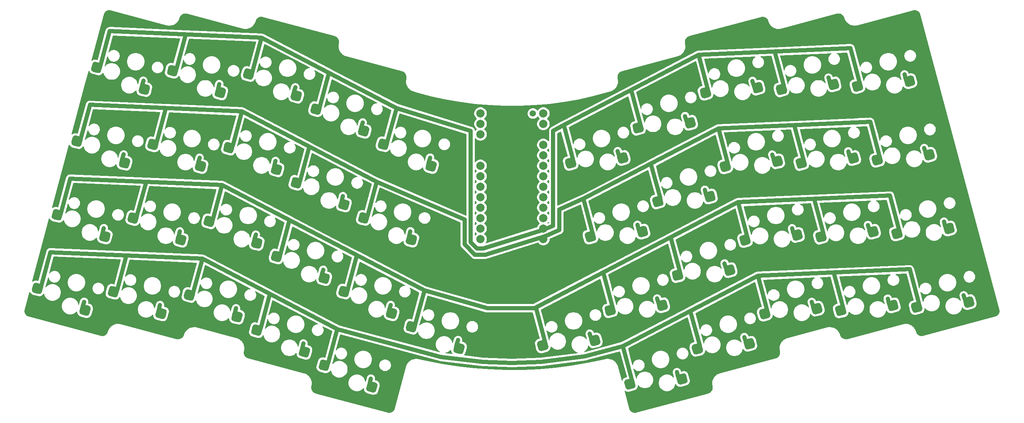
<source format=gbr>
%TF.GenerationSoftware,KiCad,Pcbnew,(5.1.6-0-10_14)*%
%TF.CreationDate,2020-10-19T23:05:39+02:00*%
%TF.ProjectId,batreus,62617472-6575-4732-9e6b-696361645f70,rev?*%
%TF.SameCoordinates,Original*%
%TF.FileFunction,Copper,L2,Bot*%
%TF.FilePolarity,Positive*%
%FSLAX46Y46*%
G04 Gerber Fmt 4.6, Leading zero omitted, Abs format (unit mm)*
G04 Created by KiCad (PCBNEW (5.1.6-0-10_14)) date 2020-10-19 23:05:39*
%MOMM*%
%LPD*%
G01*
G04 APERTURE LIST*
%TA.AperFunction,ComponentPad*%
%ADD10C,2.000000*%
%TD*%
%TA.AperFunction,ComponentPad*%
%ADD11C,1.524000*%
%TD*%
%TA.AperFunction,ComponentPad*%
%ADD12C,3.500000*%
%TD*%
%TA.AperFunction,SMDPad,CuDef*%
%ADD13C,1.000000*%
%TD*%
%TA.AperFunction,ViaPad*%
%ADD14C,1.000000*%
%TD*%
%TA.AperFunction,ViaPad*%
%ADD15C,0.800000*%
%TD*%
%TA.AperFunction,Conductor*%
%ADD16C,1.000000*%
%TD*%
%TA.AperFunction,NonConductor*%
%ADD17C,0.200000*%
%TD*%
%TA.AperFunction,Conductor*%
%ADD18C,0.200000*%
%TD*%
G04 APERTURE END LIST*
D10*
%TO.P,N1,26*%
%TO.N,S2*%
X157620000Y-115240000D03*
%TO.P,N1,25*%
%TO.N,S3*%
X157620000Y-112700000D03*
%TO.P,N1,24*%
%TO.N,R0*%
X157620000Y-110160000D03*
%TO.P,N1,23*%
%TO.N,R1*%
X157620000Y-107620000D03*
%TO.P,N1,22*%
%TO.N,R2*%
X157620000Y-105080000D03*
%TO.P,N1,21*%
%TO.N,R3*%
X157620000Y-102540000D03*
%TO.P,N1,20*%
%TO.N,R4*%
X157620000Y-100000000D03*
%TO.P,N1,19*%
%TO.N,R5*%
X157620000Y-97460000D03*
%TO.P,N1,18*%
%TO.N,Net-(N1-Pad18)*%
X157620000Y-94920000D03*
%TO.P,N1,17*%
%TO.N,Net-(N1-Pad17)*%
X157620000Y-92380000D03*
%TO.P,N1,16*%
%TO.N,GND*%
X157620000Y-89840000D03*
%TO.P,N1,15*%
%TO.N,Net-(N1-Pad15)*%
X157620000Y-87300000D03*
%TO.P,N1,14*%
%TO.N,Net-(N1-Pad14)*%
X157620000Y-84760000D03*
%TO.P,N1,13*%
%TO.N,S0*%
X142380000Y-115240000D03*
%TO.P,N1,12*%
%TO.N,S1*%
X142380000Y-112700000D03*
%TO.P,N1,11*%
%TO.N,L0*%
X142380000Y-110160000D03*
%TO.P,N1,10*%
%TO.N,L1*%
X142380000Y-107620000D03*
%TO.P,N1,9*%
%TO.N,L2*%
X142380000Y-105080000D03*
%TO.P,N1,8*%
%TO.N,L3*%
X142380000Y-102540000D03*
%TO.P,N1,7*%
%TO.N,L4*%
X142380000Y-100000000D03*
%TO.P,N1,6*%
%TO.N,L5*%
X142380000Y-97460000D03*
%TO.P,N1,5*%
%TO.N,GND*%
X142380000Y-94920000D03*
%TO.P,N1,4*%
X142380000Y-92380000D03*
%TO.P,N1,3*%
%TO.N,Net-(N1-Pad3)*%
X142380000Y-89840000D03*
%TO.P,N1,2*%
%TO.N,Net-(N1-Pad2)*%
X142380000Y-87300000D03*
%TO.P,N1,1*%
%TO.N,Net-(N1-Pad1)*%
X142380000Y-84760000D03*
D11*
%TO.P,N1,15*%
%TO.N,Net-(N1-Pad15)*%
X155080000Y-84760000D03*
%TO.P,N1,16*%
%TO.N,GND*%
%TA.AperFunction,ComponentPad*%
G36*
G01*
X144158000Y-85141000D02*
X144158000Y-84379000D01*
G75*
G02*
X144539000Y-83998000I381000J0D01*
G01*
X145301000Y-83998000D01*
G75*
G02*
X145682000Y-84379000I0J-381000D01*
G01*
X145682000Y-85141000D01*
G75*
G02*
X145301000Y-85522000I-381000J0D01*
G01*
X144539000Y-85522000D01*
G75*
G02*
X144158000Y-85141000I0J381000D01*
G01*
G37*
%TD.AperFunction*%
%TD*%
D12*
%TO.P,REF\u002A\u002A,1*%
%TO.N,GND*%
X66000000Y-79800000D03*
%TD*%
%TO.P,REF\u002A\u002A,1*%
%TO.N,GND*%
X56400000Y-115500000D03*
%TD*%
%TO.P,REF\u002A\u002A,1*%
%TO.N,GND*%
X107600000Y-133400000D03*
%TD*%
%TO.P,REF\u002A\u002A,1*%
%TO.N,GND*%
X117100000Y-97600000D03*
%TD*%
%TO.P,REF\u002A\u002A,1*%
%TO.N,GND*%
X191400000Y-129500000D03*
%TD*%
%TO.P,REF\u002A\u002A,1*%
%TO.N,GND*%
X181800000Y-93800000D03*
%TD*%
%TO.P,REF\u002A\u002A,1*%
%TO.N,GND*%
X244600000Y-119400000D03*
%TD*%
%TO.P,REF\u002A\u002A,1*%
%TO.N,GND*%
X235000000Y-83700000D03*
%TD*%
D13*
%TO.P,S3,1*%
%TO.N,S3*%
X105636364Y-74900304D03*
D14*
%TD*%
%TO.N,N/C*%
%TO.C,S3*%
X113802767Y-86923608D03*
%TO.P,S3,1*%
%TO.N,S3*%
%TA.AperFunction,SMDPad,CuDef*%
G36*
G01*
X101135734Y-83969479D02*
X101459257Y-82762071D01*
G75*
G02*
X102224723Y-82320129I603704J-161762D01*
G01*
X103432131Y-82643653D01*
G75*
G02*
X103874073Y-83409119I-161762J-603704D01*
G01*
X103550549Y-84616527D01*
G75*
G02*
X102785083Y-85058469I-603704J161762D01*
G01*
X101577675Y-84734945D01*
G75*
G02*
X101135733Y-83969479I161762J603704D01*
G01*
G37*
%TD.AperFunction*%
%TO.P,S3,D*%
%TO.N,N/C*%
%TA.AperFunction,SMDPad,CuDef*%
G36*
G01*
X112666286Y-89233162D02*
X112989809Y-88025754D01*
G75*
G02*
X113755275Y-87583812I603704J-161762D01*
G01*
X114962683Y-87907336D01*
G75*
G02*
X115404625Y-88672802I-161762J-603704D01*
G01*
X115081101Y-89880210D01*
G75*
G02*
X114315635Y-90322152I-603704J161762D01*
G01*
X113108227Y-89998628D01*
G75*
G02*
X112666285Y-89233162I161762J603704D01*
G01*
G37*
%TD.AperFunction*%
%TD*%
D13*
%TO.P,S5,1*%
%TO.N,S3*%
X162557435Y-87563854D03*
D14*
%TD*%
%TO.N,N/C*%
%TO.C,S5*%
X175641400Y-93893140D03*
%TO.P,S5,1*%
%TO.N,S3*%
%TA.AperFunction,SMDPad,CuDef*%
G36*
G01*
X163194362Y-97668306D02*
X162870837Y-96460899D01*
G75*
G02*
X163312779Y-95695433I603704J161762D01*
G01*
X164520187Y-95371909D01*
G75*
G02*
X165285653Y-95813851I161762J-603704D01*
G01*
X165609177Y-97021259D01*
G75*
G02*
X165167235Y-97786725I-603704J-161762D01*
G01*
X163959827Y-98110249D01*
G75*
G02*
X163194361Y-97668307I-161762J603704D01*
G01*
G37*
%TD.AperFunction*%
%TO.P,S5,D*%
%TO.N,N/C*%
%TA.AperFunction,SMDPad,CuDef*%
G36*
G01*
X175811955Y-96461512D02*
X175488430Y-95254105D01*
G75*
G02*
X175930372Y-94488639I603704J161762D01*
G01*
X177137780Y-94165115D01*
G75*
G02*
X177903246Y-94607057I161762J-603704D01*
G01*
X178226770Y-95814465D01*
G75*
G02*
X177784828Y-96579931I-603704J-161762D01*
G01*
X176577420Y-96903455D01*
G75*
G02*
X175811954Y-96461513I-161762J603704D01*
G01*
G37*
%TD.AperFunction*%
%TD*%
D13*
%TO.P,S4,1*%
%TO.N,S3*%
X121987752Y-83422750D03*
D14*
%TD*%
%TO.N,N/C*%
%TO.C,S4*%
X130154155Y-95446054D03*
%TO.P,S4,1*%
%TO.N,S3*%
%TA.AperFunction,SMDPad,CuDef*%
G36*
G01*
X117487122Y-92491925D02*
X117810645Y-91284517D01*
G75*
G02*
X118576111Y-90842575I603704J-161762D01*
G01*
X119783519Y-91166099D01*
G75*
G02*
X120225461Y-91931565I-161762J-603704D01*
G01*
X119901937Y-93138973D01*
G75*
G02*
X119136471Y-93580915I-603704J161762D01*
G01*
X117929063Y-93257391D01*
G75*
G02*
X117487121Y-92491925I161762J603704D01*
G01*
G37*
%TD.AperFunction*%
%TO.P,S4,D*%
%TO.N,N/C*%
%TA.AperFunction,SMDPad,CuDef*%
G36*
G01*
X129017674Y-97755608D02*
X129341197Y-96548200D01*
G75*
G02*
X130106663Y-96106258I603704J-161762D01*
G01*
X131314071Y-96429782D01*
G75*
G02*
X131756013Y-97195248I-161762J-603704D01*
G01*
X131432489Y-98402656D01*
G75*
G02*
X130667023Y-98844598I-603704J161762D01*
G01*
X129459615Y-98521074D01*
G75*
G02*
X129017673Y-97755608I161762J603704D01*
G01*
G37*
%TD.AperFunction*%
%TD*%
D13*
%TO.P,S41,1*%
%TO.N,S1*%
X155782351Y-131825556D03*
D14*
%TD*%
%TO.N,N/C*%
%TO.C,S41*%
X168866316Y-138154842D03*
%TO.P,S41,1*%
%TO.N,S1*%
%TA.AperFunction,SMDPad,CuDef*%
G36*
G01*
X156419278Y-141930008D02*
X156095753Y-140722601D01*
G75*
G02*
X156537695Y-139957135I603704J161762D01*
G01*
X157745103Y-139633611D01*
G75*
G02*
X158510569Y-140075553I161762J-603704D01*
G01*
X158834093Y-141282961D01*
G75*
G02*
X158392151Y-142048427I-603704J-161762D01*
G01*
X157184743Y-142371951D01*
G75*
G02*
X156419277Y-141930009I-161762J603704D01*
G01*
G37*
%TD.AperFunction*%
%TO.P,S41,D*%
%TO.N,N/C*%
%TA.AperFunction,SMDPad,CuDef*%
G36*
G01*
X169036871Y-140723214D02*
X168713346Y-139515807D01*
G75*
G02*
X169155288Y-138750341I603704J161762D01*
G01*
X170362696Y-138426817D01*
G75*
G02*
X171128162Y-138868759I161762J-603704D01*
G01*
X171451686Y-140076167D01*
G75*
G02*
X171009744Y-140841633I-603704J-161762D01*
G01*
X169802336Y-141165157D01*
G75*
G02*
X169036870Y-140723215I-161762J603704D01*
G01*
G37*
%TD.AperFunction*%
%TD*%
D13*
%TO.P,S40,1*%
%TO.N,S1*%
X128762836Y-127684452D03*
D14*
%TD*%
%TO.N,N/C*%
%TO.C,S40*%
X136929239Y-139707756D03*
%TO.P,S40,1*%
%TO.N,S1*%
%TA.AperFunction,SMDPad,CuDef*%
G36*
G01*
X124262206Y-136753627D02*
X124585729Y-135546219D01*
G75*
G02*
X125351195Y-135104277I603704J-161762D01*
G01*
X126558603Y-135427801D01*
G75*
G02*
X127000545Y-136193267I-161762J-603704D01*
G01*
X126677021Y-137400675D01*
G75*
G02*
X125911555Y-137842617I-603704J161762D01*
G01*
X124704147Y-137519093D01*
G75*
G02*
X124262205Y-136753627I161762J603704D01*
G01*
G37*
%TD.AperFunction*%
%TO.P,S40,D*%
%TO.N,N/C*%
%TA.AperFunction,SMDPad,CuDef*%
G36*
G01*
X135792758Y-142017310D02*
X136116281Y-140809902D01*
G75*
G02*
X136881747Y-140367960I603704J-161762D01*
G01*
X138089155Y-140691484D01*
G75*
G02*
X138531097Y-141456950I-161762J-603704D01*
G01*
X138207573Y-142664358D01*
G75*
G02*
X137442107Y-143106300I-603704J161762D01*
G01*
X136234699Y-142782776D01*
G75*
G02*
X135792757Y-142017310I161762J603704D01*
G01*
G37*
%TD.AperFunction*%
%TD*%
D13*
%TO.P,S39,1*%
%TO.N,S0*%
X246468551Y-122537766D03*
D14*
%TD*%
%TO.N,N/C*%
%TO.C,S39*%
X259552516Y-128867052D03*
%TO.P,S39,1*%
%TO.N,S0*%
%TA.AperFunction,SMDPad,CuDef*%
G36*
G01*
X247105478Y-132642218D02*
X246781953Y-131434811D01*
G75*
G02*
X247223895Y-130669345I603704J161762D01*
G01*
X248431303Y-130345821D01*
G75*
G02*
X249196769Y-130787763I161762J-603704D01*
G01*
X249520293Y-131995171D01*
G75*
G02*
X249078351Y-132760637I-603704J-161762D01*
G01*
X247870943Y-133084161D01*
G75*
G02*
X247105477Y-132642219I-161762J603704D01*
G01*
G37*
%TD.AperFunction*%
%TO.P,S39,D*%
%TO.N,N/C*%
%TA.AperFunction,SMDPad,CuDef*%
G36*
G01*
X259723071Y-131435424D02*
X259399546Y-130228017D01*
G75*
G02*
X259841488Y-129462551I603704J161762D01*
G01*
X261048896Y-129139027D01*
G75*
G02*
X261814362Y-129580969I161762J-603704D01*
G01*
X262137886Y-130788377D01*
G75*
G02*
X261695944Y-131553843I-603704J-161762D01*
G01*
X260488536Y-131877367D01*
G75*
G02*
X259723070Y-131435425I-161762J603704D01*
G01*
G37*
%TD.AperFunction*%
%TD*%
D13*
%TO.P,S38,1*%
%TO.N,S0*%
X228046610Y-123332806D03*
D14*
%TD*%
%TO.N,N/C*%
%TO.C,S38*%
X241130575Y-129662092D03*
%TO.P,S38,1*%
%TO.N,S0*%
%TA.AperFunction,SMDPad,CuDef*%
G36*
G01*
X228683537Y-133437258D02*
X228360012Y-132229851D01*
G75*
G02*
X228801954Y-131464385I603704J161762D01*
G01*
X230009362Y-131140861D01*
G75*
G02*
X230774828Y-131582803I161762J-603704D01*
G01*
X231098352Y-132790211D01*
G75*
G02*
X230656410Y-133555677I-603704J-161762D01*
G01*
X229449002Y-133879201D01*
G75*
G02*
X228683536Y-133437259I-161762J603704D01*
G01*
G37*
%TD.AperFunction*%
%TO.P,S38,D*%
%TO.N,N/C*%
%TA.AperFunction,SMDPad,CuDef*%
G36*
G01*
X241301130Y-132230464D02*
X240977605Y-131023057D01*
G75*
G02*
X241419547Y-130257591I603704J161762D01*
G01*
X242626955Y-129934067D01*
G75*
G02*
X243392421Y-130376009I161762J-603704D01*
G01*
X243715945Y-131583417D01*
G75*
G02*
X243274003Y-132348883I-603704J-161762D01*
G01*
X242066595Y-132672407D01*
G75*
G02*
X241301129Y-132230465I-161762J603704D01*
G01*
G37*
%TD.AperFunction*%
%TD*%
D13*
%TO.P,S37,1*%
%TO.N,S0*%
X209624669Y-124127846D03*
D14*
%TD*%
%TO.N,N/C*%
%TO.C,S37*%
X222708634Y-130457132D03*
%TO.P,S37,1*%
%TO.N,S0*%
%TA.AperFunction,SMDPad,CuDef*%
G36*
G01*
X210261596Y-134232298D02*
X209938071Y-133024891D01*
G75*
G02*
X210380013Y-132259425I603704J161762D01*
G01*
X211587421Y-131935901D01*
G75*
G02*
X212352887Y-132377843I161762J-603704D01*
G01*
X212676411Y-133585251D01*
G75*
G02*
X212234469Y-134350717I-603704J-161762D01*
G01*
X211027061Y-134674241D01*
G75*
G02*
X210261595Y-134232299I-161762J603704D01*
G01*
G37*
%TD.AperFunction*%
%TO.P,S37,D*%
%TO.N,N/C*%
%TA.AperFunction,SMDPad,CuDef*%
G36*
G01*
X222879189Y-133025504D02*
X222555664Y-131818097D01*
G75*
G02*
X222997606Y-131052631I603704J161762D01*
G01*
X224205014Y-130729107D01*
G75*
G02*
X224970480Y-131171049I161762J-603704D01*
G01*
X225294004Y-132378457D01*
G75*
G02*
X224852062Y-133143923I-603704J-161762D01*
G01*
X223644654Y-133467447D01*
G75*
G02*
X222879188Y-133025505I-161762J603704D01*
G01*
G37*
%TD.AperFunction*%
%TD*%
D13*
%TO.P,S36,1*%
%TO.N,S0*%
X193273280Y-132650292D03*
D14*
%TD*%
%TO.N,N/C*%
%TO.C,S36*%
X206357245Y-138979578D03*
%TO.P,S36,1*%
%TO.N,S0*%
%TA.AperFunction,SMDPad,CuDef*%
G36*
G01*
X193910207Y-142754744D02*
X193586682Y-141547337D01*
G75*
G02*
X194028624Y-140781871I603704J161762D01*
G01*
X195236032Y-140458347D01*
G75*
G02*
X196001498Y-140900289I161762J-603704D01*
G01*
X196325022Y-142107697D01*
G75*
G02*
X195883080Y-142873163I-603704J-161762D01*
G01*
X194675672Y-143196687D01*
G75*
G02*
X193910206Y-142754745I-161762J603704D01*
G01*
G37*
%TD.AperFunction*%
%TO.P,S36,D*%
%TO.N,N/C*%
%TA.AperFunction,SMDPad,CuDef*%
G36*
G01*
X206527800Y-141547950D02*
X206204275Y-140340543D01*
G75*
G02*
X206646217Y-139575077I603704J161762D01*
G01*
X207853625Y-139251553D01*
G75*
G02*
X208619091Y-139693495I161762J-603704D01*
G01*
X208942615Y-140900903D01*
G75*
G02*
X208500673Y-141666369I-603704J-161762D01*
G01*
X207293265Y-141989893D01*
G75*
G02*
X206527799Y-141547951I-161762J603704D01*
G01*
G37*
%TD.AperFunction*%
%TD*%
D13*
%TO.P,S35,1*%
%TO.N,S0*%
X176921892Y-141172738D03*
D14*
%TD*%
%TO.N,N/C*%
%TO.C,S35*%
X190005857Y-147502024D03*
%TO.P,S35,1*%
%TO.N,S0*%
%TA.AperFunction,SMDPad,CuDef*%
G36*
G01*
X177558819Y-151277190D02*
X177235294Y-150069783D01*
G75*
G02*
X177677236Y-149304317I603704J161762D01*
G01*
X178884644Y-148980793D01*
G75*
G02*
X179650110Y-149422735I161762J-603704D01*
G01*
X179973634Y-150630143D01*
G75*
G02*
X179531692Y-151395609I-603704J-161762D01*
G01*
X178324284Y-151719133D01*
G75*
G02*
X177558818Y-151277191I-161762J603704D01*
G01*
G37*
%TD.AperFunction*%
%TO.P,S35,D*%
%TO.N,N/C*%
%TA.AperFunction,SMDPad,CuDef*%
G36*
G01*
X190176412Y-150070396D02*
X189852887Y-148862989D01*
G75*
G02*
X190294829Y-148097523I603704J161762D01*
G01*
X191502237Y-147773999D01*
G75*
G02*
X192267703Y-148215941I161762J-603704D01*
G01*
X192591227Y-149423349D01*
G75*
G02*
X192149285Y-150188815I-603704J-161762D01*
G01*
X190941877Y-150512339D01*
G75*
G02*
X190176411Y-150070397I-161762J603704D01*
G01*
G37*
%TD.AperFunction*%
%TD*%
D13*
%TO.P,S34,1*%
%TO.N,S0*%
X107623295Y-137031634D03*
D14*
%TD*%
%TO.N,N/C*%
%TO.C,S34*%
X115789698Y-149054938D03*
%TO.P,S34,1*%
%TO.N,S0*%
%TA.AperFunction,SMDPad,CuDef*%
G36*
G01*
X103122665Y-146100809D02*
X103446188Y-144893401D01*
G75*
G02*
X104211654Y-144451459I603704J-161762D01*
G01*
X105419062Y-144774983D01*
G75*
G02*
X105861004Y-145540449I-161762J-603704D01*
G01*
X105537480Y-146747857D01*
G75*
G02*
X104772014Y-147189799I-603704J161762D01*
G01*
X103564606Y-146866275D01*
G75*
G02*
X103122664Y-146100809I161762J603704D01*
G01*
G37*
%TD.AperFunction*%
%TO.P,S34,D*%
%TO.N,N/C*%
%TA.AperFunction,SMDPad,CuDef*%
G36*
G01*
X114653217Y-151364492D02*
X114976740Y-150157084D01*
G75*
G02*
X115742206Y-149715142I603704J-161762D01*
G01*
X116949614Y-150038666D01*
G75*
G02*
X117391556Y-150804132I-161762J-603704D01*
G01*
X117068032Y-152011540D01*
G75*
G02*
X116302566Y-152453482I-603704J161762D01*
G01*
X115095158Y-152129958D01*
G75*
G02*
X114653216Y-151364492I161762J603704D01*
G01*
G37*
%TD.AperFunction*%
%TD*%
D13*
%TO.P,S33,1*%
%TO.N,S0*%
X91271907Y-128509188D03*
D14*
%TD*%
%TO.N,N/C*%
%TO.C,S33*%
X99438310Y-140532492D03*
%TO.P,S33,1*%
%TO.N,S0*%
%TA.AperFunction,SMDPad,CuDef*%
G36*
G01*
X86771277Y-137578363D02*
X87094800Y-136370955D01*
G75*
G02*
X87860266Y-135929013I603704J-161762D01*
G01*
X89067674Y-136252537D01*
G75*
G02*
X89509616Y-137018003I-161762J-603704D01*
G01*
X89186092Y-138225411D01*
G75*
G02*
X88420626Y-138667353I-603704J161762D01*
G01*
X87213218Y-138343829D01*
G75*
G02*
X86771276Y-137578363I161762J603704D01*
G01*
G37*
%TD.AperFunction*%
%TO.P,S33,D*%
%TO.N,N/C*%
%TA.AperFunction,SMDPad,CuDef*%
G36*
G01*
X98301829Y-142842046D02*
X98625352Y-141634638D01*
G75*
G02*
X99390818Y-141192696I603704J-161762D01*
G01*
X100598226Y-141516220D01*
G75*
G02*
X101040168Y-142281686I-161762J-603704D01*
G01*
X100716644Y-143489094D01*
G75*
G02*
X99951178Y-143931036I-603704J161762D01*
G01*
X98743770Y-143607512D01*
G75*
G02*
X98301828Y-142842046I161762J603704D01*
G01*
G37*
%TD.AperFunction*%
%TD*%
D13*
%TO.P,S32,1*%
%TO.N,S0*%
X74920518Y-119986742D03*
D14*
%TD*%
%TO.N,N/C*%
%TO.C,S32*%
X83086921Y-132010046D03*
%TO.P,S32,1*%
%TO.N,S0*%
%TA.AperFunction,SMDPad,CuDef*%
G36*
G01*
X70419888Y-129055917D02*
X70743411Y-127848509D01*
G75*
G02*
X71508877Y-127406567I603704J-161762D01*
G01*
X72716285Y-127730091D01*
G75*
G02*
X73158227Y-128495557I-161762J-603704D01*
G01*
X72834703Y-129702965D01*
G75*
G02*
X72069237Y-130144907I-603704J161762D01*
G01*
X70861829Y-129821383D01*
G75*
G02*
X70419887Y-129055917I161762J603704D01*
G01*
G37*
%TD.AperFunction*%
%TO.P,S32,D*%
%TO.N,N/C*%
%TA.AperFunction,SMDPad,CuDef*%
G36*
G01*
X81950440Y-134319600D02*
X82273963Y-133112192D01*
G75*
G02*
X83039429Y-132670250I603704J-161762D01*
G01*
X84246837Y-132993774D01*
G75*
G02*
X84688779Y-133759240I-161762J-603704D01*
G01*
X84365255Y-134966648D01*
G75*
G02*
X83599789Y-135408590I-603704J161762D01*
G01*
X82392381Y-135085066D01*
G75*
G02*
X81950439Y-134319600I161762J603704D01*
G01*
G37*
%TD.AperFunction*%
%TD*%
D13*
%TO.P,S31,1*%
%TO.N,S0*%
X56498577Y-119191702D03*
D14*
%TD*%
%TO.N,N/C*%
%TO.C,S31*%
X64664980Y-131215006D03*
%TO.P,S31,1*%
%TO.N,S0*%
%TA.AperFunction,SMDPad,CuDef*%
G36*
G01*
X51997947Y-128260877D02*
X52321470Y-127053469D01*
G75*
G02*
X53086936Y-126611527I603704J-161762D01*
G01*
X54294344Y-126935051D01*
G75*
G02*
X54736286Y-127700517I-161762J-603704D01*
G01*
X54412762Y-128907925D01*
G75*
G02*
X53647296Y-129349867I-603704J161762D01*
G01*
X52439888Y-129026343D01*
G75*
G02*
X51997946Y-128260877I161762J603704D01*
G01*
G37*
%TD.AperFunction*%
%TO.P,S31,D*%
%TO.N,N/C*%
%TA.AperFunction,SMDPad,CuDef*%
G36*
G01*
X63528499Y-133524560D02*
X63852022Y-132317152D01*
G75*
G02*
X64617488Y-131875210I603704J-161762D01*
G01*
X65824896Y-132198734D01*
G75*
G02*
X66266838Y-132964200I-161762J-603704D01*
G01*
X65943314Y-134171608D01*
G75*
G02*
X65177848Y-134613550I-603704J161762D01*
G01*
X63970440Y-134290026D01*
G75*
G02*
X63528498Y-133524560I161762J603704D01*
G01*
G37*
%TD.AperFunction*%
%TD*%
D13*
%TO.P,S30,1*%
%TO.N,S0*%
X38076636Y-118396662D03*
D14*
%TD*%
%TO.N,N/C*%
%TO.C,S30*%
X46243039Y-130419966D03*
%TO.P,S30,1*%
%TO.N,S0*%
%TA.AperFunction,SMDPad,CuDef*%
G36*
G01*
X33576006Y-127465837D02*
X33899529Y-126258429D01*
G75*
G02*
X34664995Y-125816487I603704J-161762D01*
G01*
X35872403Y-126140011D01*
G75*
G02*
X36314345Y-126905477I-161762J-603704D01*
G01*
X35990821Y-128112885D01*
G75*
G02*
X35225355Y-128554827I-603704J161762D01*
G01*
X34017947Y-128231303D01*
G75*
G02*
X33576005Y-127465837I161762J603704D01*
G01*
G37*
%TD.AperFunction*%
%TO.P,S30,D*%
%TO.N,N/C*%
%TA.AperFunction,SMDPad,CuDef*%
G36*
G01*
X45106558Y-132729520D02*
X45430081Y-131522112D01*
G75*
G02*
X46195547Y-131080170I603704J-161762D01*
G01*
X47402955Y-131403694D01*
G75*
G02*
X47844897Y-132169160I-161762J-603704D01*
G01*
X47521373Y-133376568D01*
G75*
G02*
X46755907Y-133818510I-603704J161762D01*
G01*
X45548499Y-133494986D01*
G75*
G02*
X45106557Y-132729520I161762J603704D01*
G01*
G37*
%TD.AperFunction*%
%TD*%
D13*
%TO.P,S29,1*%
%TO.N,S1*%
X241680399Y-104668139D03*
D14*
%TD*%
%TO.N,N/C*%
%TO.C,S29*%
X254764364Y-110997425D03*
%TO.P,S29,1*%
%TO.N,S1*%
%TA.AperFunction,SMDPad,CuDef*%
G36*
G01*
X242317326Y-114772591D02*
X241993801Y-113565184D01*
G75*
G02*
X242435743Y-112799718I603704J161762D01*
G01*
X243643151Y-112476194D01*
G75*
G02*
X244408617Y-112918136I161762J-603704D01*
G01*
X244732141Y-114125544D01*
G75*
G02*
X244290199Y-114891010I-603704J-161762D01*
G01*
X243082791Y-115214534D01*
G75*
G02*
X242317325Y-114772592I-161762J603704D01*
G01*
G37*
%TD.AperFunction*%
%TO.P,S29,D*%
%TO.N,N/C*%
%TA.AperFunction,SMDPad,CuDef*%
G36*
G01*
X254934919Y-113565797D02*
X254611394Y-112358390D01*
G75*
G02*
X255053336Y-111592924I603704J161762D01*
G01*
X256260744Y-111269400D01*
G75*
G02*
X257026210Y-111711342I161762J-603704D01*
G01*
X257349734Y-112918750D01*
G75*
G02*
X256907792Y-113684216I-603704J-161762D01*
G01*
X255700384Y-114007740D01*
G75*
G02*
X254934918Y-113565798I-161762J603704D01*
G01*
G37*
%TD.AperFunction*%
%TD*%
D13*
%TO.P,S28,1*%
%TO.N,S1*%
X223258458Y-105463178D03*
D14*
%TD*%
%TO.N,N/C*%
%TO.C,S28*%
X236342423Y-111792464D03*
%TO.P,S28,1*%
%TO.N,S1*%
%TA.AperFunction,SMDPad,CuDef*%
G36*
G01*
X223895385Y-115567630D02*
X223571860Y-114360223D01*
G75*
G02*
X224013802Y-113594757I603704J161762D01*
G01*
X225221210Y-113271233D01*
G75*
G02*
X225986676Y-113713175I161762J-603704D01*
G01*
X226310200Y-114920583D01*
G75*
G02*
X225868258Y-115686049I-603704J-161762D01*
G01*
X224660850Y-116009573D01*
G75*
G02*
X223895384Y-115567631I-161762J603704D01*
G01*
G37*
%TD.AperFunction*%
%TO.P,S28,D*%
%TO.N,N/C*%
%TA.AperFunction,SMDPad,CuDef*%
G36*
G01*
X236512978Y-114360836D02*
X236189453Y-113153429D01*
G75*
G02*
X236631395Y-112387963I603704J161762D01*
G01*
X237838803Y-112064439D01*
G75*
G02*
X238604269Y-112506381I161762J-603704D01*
G01*
X238927793Y-113713789D01*
G75*
G02*
X238485851Y-114479255I-603704J-161762D01*
G01*
X237278443Y-114802779D01*
G75*
G02*
X236512977Y-114360837I-161762J603704D01*
G01*
G37*
%TD.AperFunction*%
%TD*%
D13*
%TO.P,S27,1*%
%TO.N,S1*%
X204836517Y-106258218D03*
D14*
%TD*%
%TO.N,N/C*%
%TO.C,S27*%
X217920482Y-112587504D03*
%TO.P,S27,1*%
%TO.N,S1*%
%TA.AperFunction,SMDPad,CuDef*%
G36*
G01*
X205473444Y-116362670D02*
X205149919Y-115155263D01*
G75*
G02*
X205591861Y-114389797I603704J161762D01*
G01*
X206799269Y-114066273D01*
G75*
G02*
X207564735Y-114508215I161762J-603704D01*
G01*
X207888259Y-115715623D01*
G75*
G02*
X207446317Y-116481089I-603704J-161762D01*
G01*
X206238909Y-116804613D01*
G75*
G02*
X205473443Y-116362671I-161762J603704D01*
G01*
G37*
%TD.AperFunction*%
%TO.P,S27,D*%
%TO.N,N/C*%
%TA.AperFunction,SMDPad,CuDef*%
G36*
G01*
X218091037Y-115155876D02*
X217767512Y-113948469D01*
G75*
G02*
X218209454Y-113183003I603704J161762D01*
G01*
X219416862Y-112859479D01*
G75*
G02*
X220182328Y-113301421I161762J-603704D01*
G01*
X220505852Y-114508829D01*
G75*
G02*
X220063910Y-115274295I-603704J-161762D01*
G01*
X218856502Y-115597819D01*
G75*
G02*
X218091036Y-115155877I-161762J603704D01*
G01*
G37*
%TD.AperFunction*%
%TD*%
D13*
%TO.P,S26,1*%
%TO.N,S1*%
X188485128Y-114780664D03*
D14*
%TD*%
%TO.N,N/C*%
%TO.C,S26*%
X201569093Y-121109950D03*
%TO.P,S26,1*%
%TO.N,S1*%
%TA.AperFunction,SMDPad,CuDef*%
G36*
G01*
X189122055Y-124885116D02*
X188798530Y-123677709D01*
G75*
G02*
X189240472Y-122912243I603704J161762D01*
G01*
X190447880Y-122588719D01*
G75*
G02*
X191213346Y-123030661I161762J-603704D01*
G01*
X191536870Y-124238069D01*
G75*
G02*
X191094928Y-125003535I-603704J-161762D01*
G01*
X189887520Y-125327059D01*
G75*
G02*
X189122054Y-124885117I-161762J603704D01*
G01*
G37*
%TD.AperFunction*%
%TO.P,S26,D*%
%TO.N,N/C*%
%TA.AperFunction,SMDPad,CuDef*%
G36*
G01*
X201739648Y-123678322D02*
X201416123Y-122470915D01*
G75*
G02*
X201858065Y-121705449I603704J161762D01*
G01*
X203065473Y-121381925D01*
G75*
G02*
X203830939Y-121823867I161762J-603704D01*
G01*
X204154463Y-123031275D01*
G75*
G02*
X203712521Y-123796741I-603704J-161762D01*
G01*
X202505113Y-124120265D01*
G75*
G02*
X201739647Y-123678323I-161762J603704D01*
G01*
G37*
%TD.AperFunction*%
%TD*%
D13*
%TO.P,S25,1*%
%TO.N,S1*%
X172133739Y-123303110D03*
D14*
%TD*%
%TO.N,N/C*%
%TO.C,S25*%
X185217704Y-129632396D03*
%TO.P,S25,1*%
%TO.N,S1*%
%TA.AperFunction,SMDPad,CuDef*%
G36*
G01*
X172770666Y-133407562D02*
X172447141Y-132200155D01*
G75*
G02*
X172889083Y-131434689I603704J161762D01*
G01*
X174096491Y-131111165D01*
G75*
G02*
X174861957Y-131553107I161762J-603704D01*
G01*
X175185481Y-132760515D01*
G75*
G02*
X174743539Y-133525981I-603704J-161762D01*
G01*
X173536131Y-133849505D01*
G75*
G02*
X172770665Y-133407563I-161762J603704D01*
G01*
G37*
%TD.AperFunction*%
%TO.P,S25,D*%
%TO.N,N/C*%
%TA.AperFunction,SMDPad,CuDef*%
G36*
G01*
X185388259Y-132200768D02*
X185064734Y-130993361D01*
G75*
G02*
X185506676Y-130227895I603704J161762D01*
G01*
X186714084Y-129904371D01*
G75*
G02*
X187479550Y-130346313I161762J-603704D01*
G01*
X187803074Y-131553721D01*
G75*
G02*
X187361132Y-132319187I-603704J-161762D01*
G01*
X186153724Y-132642711D01*
G75*
G02*
X185388258Y-132200769I-161762J603704D01*
G01*
G37*
%TD.AperFunction*%
%TD*%
D13*
%TO.P,S24,1*%
%TO.N,S1*%
X112411448Y-119162006D03*
D14*
%TD*%
%TO.N,N/C*%
%TO.C,S24*%
X120577851Y-131185310D03*
%TO.P,S24,1*%
%TO.N,S1*%
%TA.AperFunction,SMDPad,CuDef*%
G36*
G01*
X107910818Y-128231181D02*
X108234341Y-127023773D01*
G75*
G02*
X108999807Y-126581831I603704J-161762D01*
G01*
X110207215Y-126905355D01*
G75*
G02*
X110649157Y-127670821I-161762J-603704D01*
G01*
X110325633Y-128878229D01*
G75*
G02*
X109560167Y-129320171I-603704J161762D01*
G01*
X108352759Y-128996647D01*
G75*
G02*
X107910817Y-128231181I161762J603704D01*
G01*
G37*
%TD.AperFunction*%
%TO.P,S24,D*%
%TO.N,N/C*%
%TA.AperFunction,SMDPad,CuDef*%
G36*
G01*
X119441370Y-133494864D02*
X119764893Y-132287456D01*
G75*
G02*
X120530359Y-131845514I603704J-161762D01*
G01*
X121737767Y-132169038D01*
G75*
G02*
X122179709Y-132934504I-161762J-603704D01*
G01*
X121856185Y-134141912D01*
G75*
G02*
X121090719Y-134583854I-603704J161762D01*
G01*
X119883311Y-134260330D01*
G75*
G02*
X119441369Y-133494864I161762J603704D01*
G01*
G37*
%TD.AperFunction*%
%TD*%
D13*
%TO.P,S23,1*%
%TO.N,S1*%
X96060059Y-110639560D03*
D14*
%TD*%
%TO.N,N/C*%
%TO.C,S23*%
X104226462Y-122662864D03*
%TO.P,S23,1*%
%TO.N,S1*%
%TA.AperFunction,SMDPad,CuDef*%
G36*
G01*
X91559429Y-119708735D02*
X91882952Y-118501327D01*
G75*
G02*
X92648418Y-118059385I603704J-161762D01*
G01*
X93855826Y-118382909D01*
G75*
G02*
X94297768Y-119148375I-161762J-603704D01*
G01*
X93974244Y-120355783D01*
G75*
G02*
X93208778Y-120797725I-603704J161762D01*
G01*
X92001370Y-120474201D01*
G75*
G02*
X91559428Y-119708735I161762J603704D01*
G01*
G37*
%TD.AperFunction*%
%TO.P,S23,D*%
%TO.N,N/C*%
%TA.AperFunction,SMDPad,CuDef*%
G36*
G01*
X103089981Y-124972418D02*
X103413504Y-123765010D01*
G75*
G02*
X104178970Y-123323068I603704J-161762D01*
G01*
X105386378Y-123646592D01*
G75*
G02*
X105828320Y-124412058I-161762J-603704D01*
G01*
X105504796Y-125619466D01*
G75*
G02*
X104739330Y-126061408I-603704J161762D01*
G01*
X103531922Y-125737884D01*
G75*
G02*
X103089980Y-124972418I161762J603704D01*
G01*
G37*
%TD.AperFunction*%
%TD*%
D13*
%TO.P,S22,1*%
%TO.N,S1*%
X79708670Y-102117114D03*
D14*
%TD*%
%TO.N,N/C*%
%TO.C,S22*%
X87875073Y-114140418D03*
%TO.P,S22,1*%
%TO.N,S1*%
%TA.AperFunction,SMDPad,CuDef*%
G36*
G01*
X75208040Y-111186289D02*
X75531563Y-109978881D01*
G75*
G02*
X76297029Y-109536939I603704J-161762D01*
G01*
X77504437Y-109860463D01*
G75*
G02*
X77946379Y-110625929I-161762J-603704D01*
G01*
X77622855Y-111833337D01*
G75*
G02*
X76857389Y-112275279I-603704J161762D01*
G01*
X75649981Y-111951755D01*
G75*
G02*
X75208039Y-111186289I161762J603704D01*
G01*
G37*
%TD.AperFunction*%
%TO.P,S22,D*%
%TO.N,N/C*%
%TA.AperFunction,SMDPad,CuDef*%
G36*
G01*
X86738592Y-116449972D02*
X87062115Y-115242564D01*
G75*
G02*
X87827581Y-114800622I603704J-161762D01*
G01*
X89034989Y-115124146D01*
G75*
G02*
X89476931Y-115889612I-161762J-603704D01*
G01*
X89153407Y-117097020D01*
G75*
G02*
X88387941Y-117538962I-603704J161762D01*
G01*
X87180533Y-117215438D01*
G75*
G02*
X86738591Y-116449972I161762J603704D01*
G01*
G37*
%TD.AperFunction*%
%TD*%
D13*
%TO.P,S21,1*%
%TO.N,S1*%
X61286729Y-101322074D03*
D14*
%TD*%
%TO.N,N/C*%
%TO.C,S21*%
X69453132Y-113345378D03*
%TO.P,S21,1*%
%TO.N,S1*%
%TA.AperFunction,SMDPad,CuDef*%
G36*
G01*
X56786099Y-110391249D02*
X57109622Y-109183841D01*
G75*
G02*
X57875088Y-108741899I603704J-161762D01*
G01*
X59082496Y-109065423D01*
G75*
G02*
X59524438Y-109830889I-161762J-603704D01*
G01*
X59200914Y-111038297D01*
G75*
G02*
X58435448Y-111480239I-603704J161762D01*
G01*
X57228040Y-111156715D01*
G75*
G02*
X56786098Y-110391249I161762J603704D01*
G01*
G37*
%TD.AperFunction*%
%TO.P,S21,D*%
%TO.N,N/C*%
%TA.AperFunction,SMDPad,CuDef*%
G36*
G01*
X68316651Y-115654932D02*
X68640174Y-114447524D01*
G75*
G02*
X69405640Y-114005582I603704J-161762D01*
G01*
X70613048Y-114329106D01*
G75*
G02*
X71054990Y-115094572I-161762J-603704D01*
G01*
X70731466Y-116301980D01*
G75*
G02*
X69966000Y-116743922I-603704J161762D01*
G01*
X68758592Y-116420398D01*
G75*
G02*
X68316650Y-115654932I161762J603704D01*
G01*
G37*
%TD.AperFunction*%
%TD*%
D13*
%TO.P,S20,1*%
%TO.N,S1*%
X42864788Y-100527035D03*
D14*
%TD*%
%TO.N,N/C*%
%TO.C,S20*%
X51031191Y-112550339D03*
%TO.P,S20,1*%
%TO.N,S1*%
%TA.AperFunction,SMDPad,CuDef*%
G36*
G01*
X38364158Y-109596210D02*
X38687681Y-108388802D01*
G75*
G02*
X39453147Y-107946860I603704J-161762D01*
G01*
X40660555Y-108270384D01*
G75*
G02*
X41102497Y-109035850I-161762J-603704D01*
G01*
X40778973Y-110243258D01*
G75*
G02*
X40013507Y-110685200I-603704J161762D01*
G01*
X38806099Y-110361676D01*
G75*
G02*
X38364157Y-109596210I161762J603704D01*
G01*
G37*
%TD.AperFunction*%
%TO.P,S20,D*%
%TO.N,N/C*%
%TA.AperFunction,SMDPad,CuDef*%
G36*
G01*
X49894710Y-114859893D02*
X50218233Y-113652485D01*
G75*
G02*
X50983699Y-113210543I603704J-161762D01*
G01*
X52191107Y-113534067D01*
G75*
G02*
X52633049Y-114299533I-161762J-603704D01*
G01*
X52309525Y-115506941D01*
G75*
G02*
X51544059Y-115948883I-603704J161762D01*
G01*
X50336651Y-115625359D01*
G75*
G02*
X49894709Y-114859893I161762J603704D01*
G01*
G37*
%TD.AperFunction*%
%TD*%
D13*
%TO.P,S19,1*%
%TO.N,S2*%
X236892246Y-86798511D03*
D14*
%TD*%
%TO.N,N/C*%
%TO.C,S19*%
X249976211Y-93127797D03*
%TO.P,S19,1*%
%TO.N,S2*%
%TA.AperFunction,SMDPad,CuDef*%
G36*
G01*
X237529173Y-96902963D02*
X237205648Y-95695556D01*
G75*
G02*
X237647590Y-94930090I603704J161762D01*
G01*
X238854998Y-94606566D01*
G75*
G02*
X239620464Y-95048508I161762J-603704D01*
G01*
X239943988Y-96255916D01*
G75*
G02*
X239502046Y-97021382I-603704J-161762D01*
G01*
X238294638Y-97344906D01*
G75*
G02*
X237529172Y-96902964I-161762J603704D01*
G01*
G37*
%TD.AperFunction*%
%TO.P,S19,D*%
%TO.N,N/C*%
%TA.AperFunction,SMDPad,CuDef*%
G36*
G01*
X250146766Y-95696169D02*
X249823241Y-94488762D01*
G75*
G02*
X250265183Y-93723296I603704J161762D01*
G01*
X251472591Y-93399772D01*
G75*
G02*
X252238057Y-93841714I161762J-603704D01*
G01*
X252561581Y-95049122D01*
G75*
G02*
X252119639Y-95814588I-603704J-161762D01*
G01*
X250912231Y-96138112D01*
G75*
G02*
X250146765Y-95696170I-161762J603704D01*
G01*
G37*
%TD.AperFunction*%
%TD*%
D13*
%TO.P,S18,1*%
%TO.N,S2*%
X218470305Y-87593550D03*
D14*
%TD*%
%TO.N,N/C*%
%TO.C,S18*%
X231554270Y-93922836D03*
%TO.P,S18,1*%
%TO.N,S2*%
%TA.AperFunction,SMDPad,CuDef*%
G36*
G01*
X219107232Y-97698002D02*
X218783707Y-96490595D01*
G75*
G02*
X219225649Y-95725129I603704J161762D01*
G01*
X220433057Y-95401605D01*
G75*
G02*
X221198523Y-95843547I161762J-603704D01*
G01*
X221522047Y-97050955D01*
G75*
G02*
X221080105Y-97816421I-603704J-161762D01*
G01*
X219872697Y-98139945D01*
G75*
G02*
X219107231Y-97698003I-161762J603704D01*
G01*
G37*
%TD.AperFunction*%
%TO.P,S18,D*%
%TO.N,N/C*%
%TA.AperFunction,SMDPad,CuDef*%
G36*
G01*
X231724825Y-96491208D02*
X231401300Y-95283801D01*
G75*
G02*
X231843242Y-94518335I603704J161762D01*
G01*
X233050650Y-94194811D01*
G75*
G02*
X233816116Y-94636753I161762J-603704D01*
G01*
X234139640Y-95844161D01*
G75*
G02*
X233697698Y-96609627I-603704J-161762D01*
G01*
X232490290Y-96933151D01*
G75*
G02*
X231724824Y-96491209I-161762J603704D01*
G01*
G37*
%TD.AperFunction*%
%TD*%
D13*
%TO.P,S17,1*%
%TO.N,S2*%
X200048364Y-88388590D03*
D14*
%TD*%
%TO.N,N/C*%
%TO.C,S17*%
X213132329Y-94717876D03*
%TO.P,S17,1*%
%TO.N,S2*%
%TA.AperFunction,SMDPad,CuDef*%
G36*
G01*
X200685291Y-98493042D02*
X200361766Y-97285635D01*
G75*
G02*
X200803708Y-96520169I603704J161762D01*
G01*
X202011116Y-96196645D01*
G75*
G02*
X202776582Y-96638587I161762J-603704D01*
G01*
X203100106Y-97845995D01*
G75*
G02*
X202658164Y-98611461I-603704J-161762D01*
G01*
X201450756Y-98934985D01*
G75*
G02*
X200685290Y-98493043I-161762J603704D01*
G01*
G37*
%TD.AperFunction*%
%TO.P,S17,D*%
%TO.N,N/C*%
%TA.AperFunction,SMDPad,CuDef*%
G36*
G01*
X213302884Y-97286248D02*
X212979359Y-96078841D01*
G75*
G02*
X213421301Y-95313375I603704J161762D01*
G01*
X214628709Y-94989851D01*
G75*
G02*
X215394175Y-95431793I161762J-603704D01*
G01*
X215717699Y-96639201D01*
G75*
G02*
X215275757Y-97404667I-603704J-161762D01*
G01*
X214068349Y-97728191D01*
G75*
G02*
X213302883Y-97286249I-161762J603704D01*
G01*
G37*
%TD.AperFunction*%
%TD*%
D13*
%TO.P,S16,1*%
%TO.N,S2*%
X183696976Y-96911036D03*
D14*
%TD*%
%TO.N,N/C*%
%TO.C,S16*%
X196780941Y-103240322D03*
%TO.P,S16,1*%
%TO.N,S2*%
%TA.AperFunction,SMDPad,CuDef*%
G36*
G01*
X184333903Y-107015488D02*
X184010378Y-105808081D01*
G75*
G02*
X184452320Y-105042615I603704J161762D01*
G01*
X185659728Y-104719091D01*
G75*
G02*
X186425194Y-105161033I161762J-603704D01*
G01*
X186748718Y-106368441D01*
G75*
G02*
X186306776Y-107133907I-603704J-161762D01*
G01*
X185099368Y-107457431D01*
G75*
G02*
X184333902Y-107015489I-161762J603704D01*
G01*
G37*
%TD.AperFunction*%
%TO.P,S16,D*%
%TO.N,N/C*%
%TA.AperFunction,SMDPad,CuDef*%
G36*
G01*
X196951496Y-105808694D02*
X196627971Y-104601287D01*
G75*
G02*
X197069913Y-103835821I603704J161762D01*
G01*
X198277321Y-103512297D01*
G75*
G02*
X199042787Y-103954239I161762J-603704D01*
G01*
X199366311Y-105161647D01*
G75*
G02*
X198924369Y-105927113I-603704J-161762D01*
G01*
X197716961Y-106250637D01*
G75*
G02*
X196951495Y-105808695I-161762J603704D01*
G01*
G37*
%TD.AperFunction*%
%TD*%
D13*
%TO.P,S15,1*%
%TO.N,S2*%
X167345587Y-105433482D03*
D14*
%TD*%
%TO.N,N/C*%
%TO.C,S15*%
X180429552Y-111762768D03*
%TO.P,S15,1*%
%TO.N,S2*%
%TA.AperFunction,SMDPad,CuDef*%
G36*
G01*
X167982514Y-115537934D02*
X167658989Y-114330527D01*
G75*
G02*
X168100931Y-113565061I603704J161762D01*
G01*
X169308339Y-113241537D01*
G75*
G02*
X170073805Y-113683479I161762J-603704D01*
G01*
X170397329Y-114890887D01*
G75*
G02*
X169955387Y-115656353I-603704J-161762D01*
G01*
X168747979Y-115979877D01*
G75*
G02*
X167982513Y-115537935I-161762J603704D01*
G01*
G37*
%TD.AperFunction*%
%TO.P,S15,D*%
%TO.N,N/C*%
%TA.AperFunction,SMDPad,CuDef*%
G36*
G01*
X180600107Y-114331140D02*
X180276582Y-113123733D01*
G75*
G02*
X180718524Y-112358267I603704J161762D01*
G01*
X181925932Y-112034743D01*
G75*
G02*
X182691398Y-112476685I161762J-603704D01*
G01*
X183014922Y-113684093D01*
G75*
G02*
X182572980Y-114449559I-603704J-161762D01*
G01*
X181365572Y-114773083D01*
G75*
G02*
X180600106Y-114331141I-161762J603704D01*
G01*
G37*
%TD.AperFunction*%
%TD*%
D13*
%TO.P,S14,1*%
%TO.N,S2*%
X117199600Y-101292378D03*
D14*
%TD*%
%TO.N,N/C*%
%TO.C,S14*%
X125366003Y-113315682D03*
%TO.P,S14,1*%
%TO.N,S2*%
%TA.AperFunction,SMDPad,CuDef*%
G36*
G01*
X112698970Y-110361553D02*
X113022493Y-109154145D01*
G75*
G02*
X113787959Y-108712203I603704J-161762D01*
G01*
X114995367Y-109035727D01*
G75*
G02*
X115437309Y-109801193I-161762J-603704D01*
G01*
X115113785Y-111008601D01*
G75*
G02*
X114348319Y-111450543I-603704J161762D01*
G01*
X113140911Y-111127019D01*
G75*
G02*
X112698969Y-110361553I161762J603704D01*
G01*
G37*
%TD.AperFunction*%
%TO.P,S14,D*%
%TO.N,N/C*%
%TA.AperFunction,SMDPad,CuDef*%
G36*
G01*
X124229522Y-115625236D02*
X124553045Y-114417828D01*
G75*
G02*
X125318511Y-113975886I603704J-161762D01*
G01*
X126525919Y-114299410D01*
G75*
G02*
X126967861Y-115064876I-161762J-603704D01*
G01*
X126644337Y-116272284D01*
G75*
G02*
X125878871Y-116714226I-603704J161762D01*
G01*
X124671463Y-116390702D01*
G75*
G02*
X124229521Y-115625236I161762J603704D01*
G01*
G37*
%TD.AperFunction*%
%TD*%
D13*
%TO.P,S13,1*%
%TO.N,S2*%
X100848211Y-92769932D03*
D14*
%TD*%
%TO.N,N/C*%
%TO.C,S13*%
X109014614Y-104793236D03*
%TO.P,S13,1*%
%TO.N,S2*%
%TA.AperFunction,SMDPad,CuDef*%
G36*
G01*
X96347581Y-101839107D02*
X96671104Y-100631699D01*
G75*
G02*
X97436570Y-100189757I603704J-161762D01*
G01*
X98643978Y-100513281D01*
G75*
G02*
X99085920Y-101278747I-161762J-603704D01*
G01*
X98762396Y-102486155D01*
G75*
G02*
X97996930Y-102928097I-603704J161762D01*
G01*
X96789522Y-102604573D01*
G75*
G02*
X96347580Y-101839107I161762J603704D01*
G01*
G37*
%TD.AperFunction*%
%TO.P,S13,D*%
%TO.N,N/C*%
%TA.AperFunction,SMDPad,CuDef*%
G36*
G01*
X107878133Y-107102790D02*
X108201656Y-105895382D01*
G75*
G02*
X108967122Y-105453440I603704J-161762D01*
G01*
X110174530Y-105776964D01*
G75*
G02*
X110616472Y-106542430I-161762J-603704D01*
G01*
X110292948Y-107749838D01*
G75*
G02*
X109527482Y-108191780I-603704J161762D01*
G01*
X108320074Y-107868256D01*
G75*
G02*
X107878132Y-107102790I161762J603704D01*
G01*
G37*
%TD.AperFunction*%
%TD*%
D13*
%TO.P,S12,1*%
%TO.N,S2*%
X84496823Y-84247486D03*
D14*
%TD*%
%TO.N,N/C*%
%TO.C,S12*%
X92663226Y-96270790D03*
%TO.P,S12,1*%
%TO.N,S2*%
%TA.AperFunction,SMDPad,CuDef*%
G36*
G01*
X79996193Y-93316661D02*
X80319716Y-92109253D01*
G75*
G02*
X81085182Y-91667311I603704J-161762D01*
G01*
X82292590Y-91990835D01*
G75*
G02*
X82734532Y-92756301I-161762J-603704D01*
G01*
X82411008Y-93963709D01*
G75*
G02*
X81645542Y-94405651I-603704J161762D01*
G01*
X80438134Y-94082127D01*
G75*
G02*
X79996192Y-93316661I161762J603704D01*
G01*
G37*
%TD.AperFunction*%
%TO.P,S12,D*%
%TO.N,N/C*%
%TA.AperFunction,SMDPad,CuDef*%
G36*
G01*
X91526745Y-98580344D02*
X91850268Y-97372936D01*
G75*
G02*
X92615734Y-96930994I603704J-161762D01*
G01*
X93823142Y-97254518D01*
G75*
G02*
X94265084Y-98019984I-161762J-603704D01*
G01*
X93941560Y-99227392D01*
G75*
G02*
X93176094Y-99669334I-603704J161762D01*
G01*
X91968686Y-99345810D01*
G75*
G02*
X91526744Y-98580344I161762J603704D01*
G01*
G37*
%TD.AperFunction*%
%TD*%
D13*
%TO.P,S11,1*%
%TO.N,S2*%
X66074882Y-83452446D03*
D14*
%TD*%
%TO.N,N/C*%
%TO.C,S11*%
X74241285Y-95475750D03*
%TO.P,S11,1*%
%TO.N,S2*%
%TA.AperFunction,SMDPad,CuDef*%
G36*
G01*
X61574252Y-92521621D02*
X61897775Y-91314213D01*
G75*
G02*
X62663241Y-90872271I603704J-161762D01*
G01*
X63870649Y-91195795D01*
G75*
G02*
X64312591Y-91961261I-161762J-603704D01*
G01*
X63989067Y-93168669D01*
G75*
G02*
X63223601Y-93610611I-603704J161762D01*
G01*
X62016193Y-93287087D01*
G75*
G02*
X61574251Y-92521621I161762J603704D01*
G01*
G37*
%TD.AperFunction*%
%TO.P,S11,D*%
%TO.N,N/C*%
%TA.AperFunction,SMDPad,CuDef*%
G36*
G01*
X73104804Y-97785304D02*
X73428327Y-96577896D01*
G75*
G02*
X74193793Y-96135954I603704J-161762D01*
G01*
X75401201Y-96459478D01*
G75*
G02*
X75843143Y-97224944I-161762J-603704D01*
G01*
X75519619Y-98432352D01*
G75*
G02*
X74754153Y-98874294I-603704J161762D01*
G01*
X73546745Y-98550770D01*
G75*
G02*
X73104803Y-97785304I161762J603704D01*
G01*
G37*
%TD.AperFunction*%
%TD*%
D13*
%TO.P,S10,1*%
%TO.N,S2*%
X47652941Y-82657407D03*
D14*
%TD*%
%TO.N,N/C*%
%TO.C,S10*%
X55819344Y-94680711D03*
%TO.P,S10,1*%
%TO.N,S2*%
%TA.AperFunction,SMDPad,CuDef*%
G36*
G01*
X43152311Y-91726582D02*
X43475834Y-90519174D01*
G75*
G02*
X44241300Y-90077232I603704J-161762D01*
G01*
X45448708Y-90400756D01*
G75*
G02*
X45890650Y-91166222I-161762J-603704D01*
G01*
X45567126Y-92373630D01*
G75*
G02*
X44801660Y-92815572I-603704J161762D01*
G01*
X43594252Y-92492048D01*
G75*
G02*
X43152310Y-91726582I161762J603704D01*
G01*
G37*
%TD.AperFunction*%
%TO.P,S10,D*%
%TO.N,N/C*%
%TA.AperFunction,SMDPad,CuDef*%
G36*
G01*
X54682863Y-96990265D02*
X55006386Y-95782857D01*
G75*
G02*
X55771852Y-95340915I603704J-161762D01*
G01*
X56979260Y-95664439D01*
G75*
G02*
X57421202Y-96429905I-161762J-603704D01*
G01*
X57097678Y-97637313D01*
G75*
G02*
X56332212Y-98079255I-603704J161762D01*
G01*
X55124804Y-97755731D01*
G75*
G02*
X54682862Y-96990265I161762J603704D01*
G01*
G37*
%TD.AperFunction*%
%TD*%
D13*
%TO.P,S9,1*%
%TO.N,S3*%
X232104094Y-68928883D03*
D14*
%TD*%
%TO.N,N/C*%
%TO.C,S9*%
X245188059Y-75258169D03*
%TO.P,S9,1*%
%TO.N,S3*%
%TA.AperFunction,SMDPad,CuDef*%
G36*
G01*
X232741021Y-79033335D02*
X232417496Y-77825928D01*
G75*
G02*
X232859438Y-77060462I603704J161762D01*
G01*
X234066846Y-76736938D01*
G75*
G02*
X234832312Y-77178880I161762J-603704D01*
G01*
X235155836Y-78386288D01*
G75*
G02*
X234713894Y-79151754I-603704J-161762D01*
G01*
X233506486Y-79475278D01*
G75*
G02*
X232741020Y-79033336I-161762J603704D01*
G01*
G37*
%TD.AperFunction*%
%TO.P,S9,D*%
%TO.N,N/C*%
%TA.AperFunction,SMDPad,CuDef*%
G36*
G01*
X245358614Y-77826541D02*
X245035089Y-76619134D01*
G75*
G02*
X245477031Y-75853668I603704J161762D01*
G01*
X246684439Y-75530144D01*
G75*
G02*
X247449905Y-75972086I161762J-603704D01*
G01*
X247773429Y-77179494D01*
G75*
G02*
X247331487Y-77944960I-603704J-161762D01*
G01*
X246124079Y-78268484D01*
G75*
G02*
X245358613Y-77826542I-161762J603704D01*
G01*
G37*
%TD.AperFunction*%
%TD*%
D13*
%TO.P,S8,1*%
%TO.N,S3*%
X213682153Y-69723923D03*
D14*
%TD*%
%TO.N,N/C*%
%TO.C,S8*%
X226766118Y-76053209D03*
%TO.P,S8,1*%
%TO.N,S3*%
%TA.AperFunction,SMDPad,CuDef*%
G36*
G01*
X214319080Y-79828375D02*
X213995555Y-78620968D01*
G75*
G02*
X214437497Y-77855502I603704J161762D01*
G01*
X215644905Y-77531978D01*
G75*
G02*
X216410371Y-77973920I161762J-603704D01*
G01*
X216733895Y-79181328D01*
G75*
G02*
X216291953Y-79946794I-603704J-161762D01*
G01*
X215084545Y-80270318D01*
G75*
G02*
X214319079Y-79828376I-161762J603704D01*
G01*
G37*
%TD.AperFunction*%
%TO.P,S8,D*%
%TO.N,N/C*%
%TA.AperFunction,SMDPad,CuDef*%
G36*
G01*
X226936673Y-78621581D02*
X226613148Y-77414174D01*
G75*
G02*
X227055090Y-76648708I603704J161762D01*
G01*
X228262498Y-76325184D01*
G75*
G02*
X229027964Y-76767126I161762J-603704D01*
G01*
X229351488Y-77974534D01*
G75*
G02*
X228909546Y-78740000I-603704J-161762D01*
G01*
X227702138Y-79063524D01*
G75*
G02*
X226936672Y-78621582I-161762J603704D01*
G01*
G37*
%TD.AperFunction*%
%TD*%
D13*
%TO.P,S7,1*%
%TO.N,S3*%
X195260212Y-70518962D03*
D14*
%TD*%
%TO.N,N/C*%
%TO.C,S7*%
X208344177Y-76848248D03*
%TO.P,S7,1*%
%TO.N,S3*%
%TA.AperFunction,SMDPad,CuDef*%
G36*
G01*
X195897139Y-80623414D02*
X195573614Y-79416007D01*
G75*
G02*
X196015556Y-78650541I603704J161762D01*
G01*
X197222964Y-78327017D01*
G75*
G02*
X197988430Y-78768959I161762J-603704D01*
G01*
X198311954Y-79976367D01*
G75*
G02*
X197870012Y-80741833I-603704J-161762D01*
G01*
X196662604Y-81065357D01*
G75*
G02*
X195897138Y-80623415I-161762J603704D01*
G01*
G37*
%TD.AperFunction*%
%TO.P,S7,D*%
%TO.N,N/C*%
%TA.AperFunction,SMDPad,CuDef*%
G36*
G01*
X208514732Y-79416620D02*
X208191207Y-78209213D01*
G75*
G02*
X208633149Y-77443747I603704J161762D01*
G01*
X209840557Y-77120223D01*
G75*
G02*
X210606023Y-77562165I161762J-603704D01*
G01*
X210929547Y-78769573D01*
G75*
G02*
X210487605Y-79535039I-603704J-161762D01*
G01*
X209280197Y-79858563D01*
G75*
G02*
X208514731Y-79416621I-161762J603704D01*
G01*
G37*
%TD.AperFunction*%
%TD*%
D13*
%TO.P,S6,1*%
%TO.N,S3*%
X178908823Y-79041408D03*
D14*
%TD*%
%TO.N,N/C*%
%TO.C,S6*%
X191992788Y-85370694D03*
%TO.P,S6,1*%
%TO.N,S3*%
%TA.AperFunction,SMDPad,CuDef*%
G36*
G01*
X179545750Y-89145860D02*
X179222225Y-87938453D01*
G75*
G02*
X179664167Y-87172987I603704J161762D01*
G01*
X180871575Y-86849463D01*
G75*
G02*
X181637041Y-87291405I161762J-603704D01*
G01*
X181960565Y-88498813D01*
G75*
G02*
X181518623Y-89264279I-603704J-161762D01*
G01*
X180311215Y-89587803D01*
G75*
G02*
X179545749Y-89145861I-161762J603704D01*
G01*
G37*
%TD.AperFunction*%
%TO.P,S6,D*%
%TO.N,N/C*%
%TA.AperFunction,SMDPad,CuDef*%
G36*
G01*
X192163343Y-87939066D02*
X191839818Y-86731659D01*
G75*
G02*
X192281760Y-85966193I603704J161762D01*
G01*
X193489168Y-85642669D01*
G75*
G02*
X194254634Y-86084611I161762J-603704D01*
G01*
X194578158Y-87292019D01*
G75*
G02*
X194136216Y-88057485I-603704J-161762D01*
G01*
X192928808Y-88381009D01*
G75*
G02*
X192163342Y-87939067I-161762J603704D01*
G01*
G37*
%TD.AperFunction*%
%TD*%
D13*
%TO.P,S2,1*%
%TO.N,S3*%
X89284975Y-66377858D03*
D14*
%TD*%
%TO.N,N/C*%
%TO.C,S2*%
X97451378Y-78401162D03*
%TO.P,S2,1*%
%TO.N,S3*%
%TA.AperFunction,SMDPad,CuDef*%
G36*
G01*
X84784345Y-75447033D02*
X85107868Y-74239625D01*
G75*
G02*
X85873334Y-73797683I603704J-161762D01*
G01*
X87080742Y-74121207D01*
G75*
G02*
X87522684Y-74886673I-161762J-603704D01*
G01*
X87199160Y-76094081D01*
G75*
G02*
X86433694Y-76536023I-603704J161762D01*
G01*
X85226286Y-76212499D01*
G75*
G02*
X84784344Y-75447033I161762J603704D01*
G01*
G37*
%TD.AperFunction*%
%TO.P,S2,D*%
%TO.N,N/C*%
%TA.AperFunction,SMDPad,CuDef*%
G36*
G01*
X96314897Y-80710716D02*
X96638420Y-79503308D01*
G75*
G02*
X97403886Y-79061366I603704J-161762D01*
G01*
X98611294Y-79384890D01*
G75*
G02*
X99053236Y-80150356I-161762J-603704D01*
G01*
X98729712Y-81357764D01*
G75*
G02*
X97964246Y-81799706I-603704J161762D01*
G01*
X96756838Y-81476182D01*
G75*
G02*
X96314896Y-80710716I161762J603704D01*
G01*
G37*
%TD.AperFunction*%
%TD*%
D13*
%TO.P,S1,1*%
%TO.N,S3*%
X70863034Y-65582819D03*
D14*
%TD*%
%TO.N,N/C*%
%TO.C,S1*%
X79029437Y-77606123D03*
%TO.P,S1,1*%
%TO.N,S3*%
%TA.AperFunction,SMDPad,CuDef*%
G36*
G01*
X66362404Y-74651994D02*
X66685927Y-73444586D01*
G75*
G02*
X67451393Y-73002644I603704J-161762D01*
G01*
X68658801Y-73326168D01*
G75*
G02*
X69100743Y-74091634I-161762J-603704D01*
G01*
X68777219Y-75299042D01*
G75*
G02*
X68011753Y-75740984I-603704J161762D01*
G01*
X66804345Y-75417460D01*
G75*
G02*
X66362403Y-74651994I161762J603704D01*
G01*
G37*
%TD.AperFunction*%
%TO.P,S1,D*%
%TO.N,N/C*%
%TA.AperFunction,SMDPad,CuDef*%
G36*
G01*
X77892956Y-79915677D02*
X78216479Y-78708269D01*
G75*
G02*
X78981945Y-78266327I603704J-161762D01*
G01*
X80189353Y-78589851D01*
G75*
G02*
X80631295Y-79355317I-161762J-603704D01*
G01*
X80307771Y-80562725D01*
G75*
G02*
X79542305Y-81004667I-603704J161762D01*
G01*
X78334897Y-80681143D01*
G75*
G02*
X77892955Y-79915677I161762J603704D01*
G01*
G37*
%TD.AperFunction*%
%TD*%
D13*
%TO.P,S0,1*%
%TO.N,S3*%
X52441093Y-64787779D03*
D14*
%TD*%
%TO.N,N/C*%
%TO.C,S0*%
X60607496Y-76811083D03*
%TO.P,S0,1*%
%TO.N,S3*%
%TA.AperFunction,SMDPad,CuDef*%
G36*
G01*
X47940463Y-73856954D02*
X48263986Y-72649546D01*
G75*
G02*
X49029452Y-72207604I603704J-161762D01*
G01*
X50236860Y-72531128D01*
G75*
G02*
X50678802Y-73296594I-161762J-603704D01*
G01*
X50355278Y-74504002D01*
G75*
G02*
X49589812Y-74945944I-603704J161762D01*
G01*
X48382404Y-74622420D01*
G75*
G02*
X47940462Y-73856954I161762J603704D01*
G01*
G37*
%TD.AperFunction*%
%TO.P,S0,D*%
%TO.N,N/C*%
%TA.AperFunction,SMDPad,CuDef*%
G36*
G01*
X59471015Y-79120637D02*
X59794538Y-77913229D01*
G75*
G02*
X60560004Y-77471287I603704J-161762D01*
G01*
X61767412Y-77794811D01*
G75*
G02*
X62209354Y-78560277I-161762J-603704D01*
G01*
X61885830Y-79767685D01*
G75*
G02*
X61120364Y-80209627I-603704J161762D01*
G01*
X59912956Y-79886103D01*
G75*
G02*
X59471014Y-79120637I161762J603704D01*
G01*
G37*
%TD.AperFunction*%
%TD*%
D15*
%TO.N,S1*%
X145000000Y-132000000D03*
%TO.N,S0*%
X143000000Y-145000000D03*
%TD*%
D16*
%TO.N,*%
X60309854Y-77921898D02*
X60840184Y-78840457D01*
X60607496Y-76811084D02*
X60309854Y-77921898D01*
X78731795Y-78716938D02*
X79262125Y-79635496D01*
X79029437Y-77606123D02*
X78731795Y-78716938D01*
X97153736Y-79511977D02*
X97684066Y-80430536D01*
X97451378Y-78401163D02*
X97153736Y-79511977D01*
X113505125Y-88034423D02*
X114035455Y-88952982D01*
X113802767Y-86923609D02*
X113505125Y-88034423D01*
X129856514Y-96556870D02*
X130386844Y-97475428D01*
X130154156Y-95446055D02*
X129856514Y-96556870D01*
X55521702Y-95791526D02*
X56052032Y-96710085D01*
X55819344Y-94680711D02*
X55521702Y-95791526D01*
X73943643Y-96586566D02*
X74473973Y-97505124D01*
X74241285Y-95475751D02*
X73943643Y-96586566D01*
X92365584Y-97381605D02*
X92895914Y-98300164D01*
X92663226Y-96270790D02*
X92365584Y-97381605D01*
X108716973Y-105904051D02*
X109247303Y-106822610D01*
X109014615Y-104793236D02*
X108716973Y-105904051D01*
X125068361Y-114426497D02*
X125598692Y-115345056D01*
X125366003Y-113315683D02*
X125068361Y-114426497D01*
X50733550Y-113661154D02*
X51263880Y-114579713D01*
X51031192Y-112550339D02*
X50733550Y-113661154D01*
X69155491Y-114456193D02*
X69685821Y-115374752D01*
X69453133Y-113345379D02*
X69155491Y-114456193D01*
X87577432Y-115251233D02*
X88107762Y-116169792D01*
X87875074Y-114140418D02*
X87577432Y-115251233D01*
X103928820Y-123773679D02*
X104459151Y-124692238D01*
X104226462Y-122662864D02*
X103928820Y-123773679D01*
X120280209Y-132296125D02*
X120810539Y-133214684D01*
X120577851Y-131185310D02*
X120280209Y-132296125D01*
X45945397Y-131530782D02*
X46475727Y-132449340D01*
X46243039Y-130419967D02*
X45945397Y-131530782D01*
X64367338Y-132325821D02*
X64897668Y-133244380D01*
X64664980Y-131215006D02*
X64367338Y-132325821D01*
X82789279Y-133120861D02*
X83319609Y-134039419D01*
X83086921Y-132010046D02*
X82789279Y-133120861D01*
X99140668Y-141643307D02*
X99670998Y-142561865D01*
X99438310Y-140532492D02*
X99140668Y-141643307D01*
X115492057Y-150165753D02*
X116022387Y-151084312D01*
X115789699Y-149054938D02*
X115492057Y-150165753D01*
X136631598Y-140818571D02*
X137161928Y-141737130D01*
X136929240Y-139707757D02*
X136631598Y-140818571D01*
X169163957Y-139265657D02*
X170082516Y-139795987D01*
X168866315Y-138154842D02*
X169163957Y-139265657D01*
X175939041Y-95003955D02*
X176857600Y-95534285D01*
X175641399Y-93893141D02*
X175939041Y-95003955D01*
X192290430Y-86481509D02*
X193208989Y-87011839D01*
X191992788Y-85370694D02*
X192290430Y-86481509D01*
X208641819Y-77959063D02*
X209560377Y-78489393D01*
X208344177Y-76848248D02*
X208641819Y-77959063D01*
X227063760Y-77164024D02*
X227982318Y-77694354D01*
X226766118Y-76053209D02*
X227063760Y-77164024D01*
X245485701Y-76368984D02*
X246404259Y-76899314D01*
X245188059Y-75258169D02*
X245485701Y-76368984D01*
X180727194Y-112873583D02*
X181645752Y-113403913D01*
X180429552Y-111762768D02*
X180727194Y-112873583D01*
X197078582Y-104351137D02*
X197997141Y-104881467D01*
X196780940Y-103240322D02*
X197078582Y-104351137D01*
X213429971Y-95828691D02*
X214348530Y-96359021D01*
X213132329Y-94717876D02*
X213429971Y-95828691D01*
X231851912Y-95033651D02*
X232770471Y-95563981D01*
X231554270Y-93922837D02*
X231851912Y-95033651D01*
X250273853Y-94238612D02*
X251192412Y-94768942D01*
X249976211Y-93127797D02*
X250273853Y-94238612D01*
X185515346Y-130743211D02*
X186433904Y-131273541D01*
X185217704Y-129632396D02*
X185515346Y-130743211D01*
X201866735Y-122220765D02*
X202785293Y-122751095D01*
X201569093Y-121109950D02*
X201866735Y-122220765D01*
X218218123Y-113698319D02*
X219136682Y-114228649D01*
X217920481Y-112587504D02*
X218218123Y-113698319D01*
X236640064Y-112903279D02*
X237558623Y-113433609D01*
X236342422Y-111792464D02*
X236640064Y-112903279D01*
X255062005Y-112108240D02*
X255980564Y-112638570D01*
X254764363Y-110997425D02*
X255062005Y-112108240D01*
X190303498Y-148612839D02*
X191222057Y-149143169D01*
X190005856Y-147502024D02*
X190303498Y-148612839D01*
X206654887Y-140090392D02*
X207573446Y-140620723D01*
X206357245Y-138979578D02*
X206654887Y-140090392D01*
X223006276Y-131567946D02*
X223924834Y-132098276D01*
X222708634Y-130457132D02*
X223006276Y-131567946D01*
X241428217Y-130772907D02*
X242346775Y-131303237D01*
X241130575Y-129662092D02*
X241428217Y-130772907D01*
X259850158Y-129977867D02*
X260768716Y-130508197D01*
X259552516Y-128867053D02*
X259850158Y-129977867D01*
%TO.N,S3*%
X50228190Y-73046445D02*
X49309632Y-73576775D01*
X52441093Y-64787779D02*
X50228190Y-73046445D01*
X68650131Y-73841484D02*
X67731573Y-74371814D01*
X70863034Y-65582818D02*
X68650131Y-73841484D01*
X87072072Y-74636524D02*
X86153514Y-75166854D01*
X89284975Y-66377858D02*
X87072072Y-74636524D01*
X103423461Y-83158970D02*
X102504902Y-83689300D01*
X105636364Y-74900304D02*
X103423461Y-83158970D01*
X119774850Y-91681416D02*
X118856291Y-92211746D01*
X121987753Y-83422750D02*
X119774850Y-91681416D01*
X181121726Y-87300074D02*
X180591396Y-88218633D01*
X178908823Y-79041409D02*
X181121726Y-87300074D01*
X197473114Y-78777628D02*
X196942784Y-79696187D01*
X195260212Y-70518962D02*
X197473114Y-78777628D01*
X215895056Y-77982589D02*
X215364725Y-78901147D01*
X213682153Y-69723923D02*
X215895056Y-77982589D01*
X234316997Y-77187549D02*
X233786666Y-78106108D01*
X232104094Y-68928883D02*
X234316997Y-77187549D01*
X232104094Y-68928883D02*
X195260212Y-70518962D01*
X52441093Y-64787779D02*
X89284975Y-66377858D01*
X121987753Y-83422750D02*
X89284975Y-66377858D01*
X162557434Y-87563855D02*
X164770337Y-95822521D01*
X164770337Y-95822521D02*
X164240007Y-96741079D01*
X195260212Y-70518962D02*
X162557434Y-87563855D01*
X160000000Y-89000000D02*
X162557435Y-87563854D01*
X160000000Y-112000000D02*
X160000000Y-89000000D01*
X157500000Y-113000000D02*
X160000000Y-112000000D01*
X143000000Y-117500000D02*
X157500000Y-113000000D01*
X141500000Y-117500000D02*
X143000000Y-117500000D01*
X140000000Y-116000000D02*
X141500000Y-117500000D01*
X140000000Y-89000000D02*
X140000000Y-116000000D01*
X121987752Y-83422750D02*
X140000000Y-89000000D01*
%TO.N,S2*%
X45440038Y-90916072D02*
X44521479Y-91446402D01*
X47652941Y-82657407D02*
X45440038Y-90916072D01*
X63861979Y-91711112D02*
X62943420Y-92241442D01*
X66074882Y-83452446D02*
X63861979Y-91711112D01*
X82283920Y-92506151D02*
X81365361Y-93036481D01*
X84496823Y-84247486D02*
X82283920Y-92506151D01*
X98635309Y-101028597D02*
X97716750Y-101558928D01*
X100848212Y-92769932D02*
X98635309Y-101028597D01*
X114986697Y-109551044D02*
X114068139Y-110081374D01*
X117199600Y-101292378D02*
X114986697Y-109551044D01*
X169558489Y-113692148D02*
X169028159Y-114610707D01*
X167345587Y-105433482D02*
X169558489Y-113692148D01*
X185909878Y-105169702D02*
X185379548Y-106088261D01*
X183696975Y-96911036D02*
X185909878Y-105169702D01*
X202261267Y-96647256D02*
X201730937Y-97565815D01*
X200048364Y-88388590D02*
X202261267Y-96647256D01*
X220683208Y-95852217D02*
X220152878Y-96770775D01*
X218470305Y-87593551D02*
X220683208Y-95852217D01*
X239105149Y-95057177D02*
X238574819Y-95975736D01*
X236892246Y-86798511D02*
X239105149Y-95057177D01*
X167345587Y-105433482D02*
X200048364Y-88388590D01*
X236892246Y-86798511D02*
X200048364Y-88388590D01*
X47652941Y-82657407D02*
X84496823Y-84247486D01*
X117199600Y-101292378D02*
X84496823Y-84247486D01*
X161500000Y-108000000D02*
X167345587Y-105433482D01*
X161500000Y-113000000D02*
X161500000Y-108000000D01*
X141000000Y-119000000D02*
X143500000Y-119000000D01*
X143500000Y-119000000D02*
X158000000Y-114500000D01*
X158000000Y-114500000D02*
X161500000Y-113000000D01*
X138500000Y-116500000D02*
X141000000Y-119000000D01*
X138500000Y-110500000D02*
X138500000Y-116500000D01*
X117199600Y-101292378D02*
X138500000Y-110500000D01*
%TO.N,S1*%
X40651886Y-108785700D02*
X39733327Y-109316030D01*
X42864788Y-100527034D02*
X40651886Y-108785700D01*
X59073827Y-109580740D02*
X58155268Y-110111070D01*
X61286729Y-101322074D02*
X59073827Y-109580740D01*
X77495768Y-110375779D02*
X76577209Y-110906109D01*
X79708670Y-102117113D02*
X77495768Y-110375779D01*
X93847156Y-118898225D02*
X92928598Y-119428555D01*
X96060059Y-110639559D02*
X93847156Y-118898225D01*
X110198545Y-127420671D02*
X109279986Y-127951001D01*
X112411448Y-119162006D02*
X110198545Y-127420671D01*
X174346642Y-131561776D02*
X173816312Y-132480335D01*
X172133739Y-123303110D02*
X174346642Y-131561776D01*
X190698030Y-123039330D02*
X190167700Y-123957889D01*
X188485128Y-114780664D02*
X190698030Y-123039330D01*
X207049419Y-114516884D02*
X206519089Y-115435443D01*
X204836516Y-106258218D02*
X207049419Y-114516884D01*
X225471360Y-113721844D02*
X224941030Y-114640403D01*
X223258457Y-105463179D02*
X225471360Y-113721844D01*
X243893301Y-112926805D02*
X243362971Y-113845363D01*
X241680398Y-104668139D02*
X243893301Y-112926805D01*
X126549934Y-135943117D02*
X125631375Y-136473448D01*
X128762837Y-127684452D02*
X126549934Y-135943117D01*
X157995253Y-140084222D02*
X157464923Y-141002781D01*
X155782350Y-131825556D02*
X157995253Y-140084222D01*
X155782350Y-131825556D02*
X204836516Y-106258218D01*
X241680398Y-104668139D02*
X204836516Y-106258218D01*
X42864788Y-100527034D02*
X79708670Y-102117113D01*
X128762837Y-127684452D02*
X79708670Y-102117113D01*
X144000000Y-132000000D02*
X128762836Y-127684452D01*
X156000000Y-132000000D02*
X144000000Y-132000000D01*
%TO.N,S0*%
X35863733Y-126655328D02*
X34945175Y-127185658D01*
X38076636Y-118396662D02*
X35863733Y-126655328D01*
X54285674Y-127450367D02*
X53367116Y-127980698D01*
X56498577Y-119191702D02*
X54285674Y-127450367D01*
X72707615Y-128245407D02*
X71789057Y-128775737D01*
X74920518Y-119986741D02*
X72707615Y-128245407D01*
X89059004Y-136767853D02*
X88140445Y-137298183D01*
X91271907Y-128509187D02*
X89059004Y-136767853D01*
X105410393Y-145290299D02*
X104491834Y-145820629D01*
X107623296Y-137031633D02*
X105410393Y-145290299D01*
X179134794Y-149431404D02*
X178604464Y-150349963D01*
X176921891Y-141172738D02*
X179134794Y-149431404D01*
X195486183Y-140908958D02*
X194955853Y-141827516D01*
X193273280Y-132650292D02*
X195486183Y-140908958D01*
X211837571Y-132386512D02*
X211307241Y-133305070D01*
X209624669Y-124127846D02*
X211837571Y-132386512D01*
X230259513Y-131591472D02*
X229729182Y-132510031D01*
X228046610Y-123332806D02*
X230259513Y-131591472D01*
X248681454Y-130796433D02*
X248151123Y-131714991D01*
X246468551Y-122537767D02*
X248681454Y-130796433D01*
X176921891Y-141172738D02*
X209624669Y-124127846D01*
X246468551Y-122537767D02*
X209624669Y-124127846D01*
X38076636Y-118396662D02*
X74920518Y-119986741D01*
X107623296Y-137031633D02*
X74920518Y-119986741D01*
X132813062Y-143813062D02*
X107570000Y-137070000D01*
X143000000Y-145000000D02*
X132813062Y-143813062D01*
X167665853Y-143665853D02*
X157000000Y-145000000D01*
X150000000Y-145250000D02*
X143000000Y-145000000D01*
X157000000Y-145000000D02*
X150000000Y-145250000D01*
X176921892Y-141172738D02*
X167665853Y-143665853D01*
%TD*%
D17*
G36*
X55081146Y-120231553D02*
G01*
X53508609Y-126100343D01*
X53242979Y-126029168D01*
X53005483Y-125989957D01*
X52764900Y-125997833D01*
X52530478Y-126052493D01*
X52311223Y-126151836D01*
X52115561Y-126292045D01*
X51951013Y-126467731D01*
X51823901Y-126672143D01*
X51739111Y-126897426D01*
X51415587Y-128104834D01*
X51376376Y-128342330D01*
X51384252Y-128582913D01*
X51438912Y-128817335D01*
X51538255Y-129036590D01*
X51678464Y-129232252D01*
X51854150Y-129396800D01*
X52058562Y-129523912D01*
X52283845Y-129608702D01*
X53491253Y-129932226D01*
X53728749Y-129971437D01*
X53969332Y-129963561D01*
X54203754Y-129908901D01*
X54423009Y-129809558D01*
X54618671Y-129669349D01*
X54783219Y-129493663D01*
X54910331Y-129289251D01*
X54913663Y-129280397D01*
X54970039Y-129563816D01*
X55128341Y-129945992D01*
X55358160Y-130289941D01*
X55650665Y-130582446D01*
X55994614Y-130812265D01*
X56376790Y-130970567D01*
X56782505Y-131051269D01*
X57196169Y-131051269D01*
X57601884Y-130970567D01*
X57984060Y-130812265D01*
X58328009Y-130582446D01*
X58620514Y-130289941D01*
X58850333Y-129945992D01*
X59008635Y-129563816D01*
X59089337Y-129158101D01*
X59089337Y-128744437D01*
X59008635Y-128338722D01*
X58850333Y-127956546D01*
X58620514Y-127612597D01*
X58328009Y-127320092D01*
X57984060Y-127090273D01*
X57601884Y-126931971D01*
X57196169Y-126851269D01*
X56782505Y-126851269D01*
X56376790Y-126931971D01*
X55994614Y-127090273D01*
X55650665Y-127320092D01*
X55389370Y-127581387D01*
X55994585Y-125322696D01*
X56047531Y-125588875D01*
X56160604Y-125861858D01*
X56324761Y-126107535D01*
X56533693Y-126316467D01*
X56779370Y-126480624D01*
X57052353Y-126593697D01*
X57342150Y-126651341D01*
X57637624Y-126651341D01*
X57927421Y-126593697D01*
X58200404Y-126480624D01*
X58383675Y-126358165D01*
X60602479Y-126358165D01*
X60602479Y-126791527D01*
X60687024Y-127216562D01*
X60852864Y-127616937D01*
X61093627Y-127977264D01*
X61400061Y-128283698D01*
X61760388Y-128524461D01*
X62160763Y-128690301D01*
X62585798Y-128774846D01*
X63019160Y-128774846D01*
X63444195Y-128690301D01*
X63844570Y-128524461D01*
X64204897Y-128283698D01*
X64511331Y-127977264D01*
X64595955Y-127850614D01*
X66615071Y-127850614D01*
X66615071Y-128146088D01*
X66672715Y-128435885D01*
X66785788Y-128708868D01*
X66949945Y-128954545D01*
X67158877Y-129163477D01*
X67404554Y-129327634D01*
X67677537Y-129440707D01*
X67967334Y-129498351D01*
X68262808Y-129498351D01*
X68552605Y-129440707D01*
X68825588Y-129327634D01*
X69071265Y-129163477D01*
X69280197Y-128954545D01*
X69444354Y-128708868D01*
X69557427Y-128435885D01*
X69615071Y-128146088D01*
X69615071Y-127850614D01*
X69557427Y-127560817D01*
X69444354Y-127287834D01*
X69280197Y-127042157D01*
X69071265Y-126833225D01*
X68825588Y-126669068D01*
X68552605Y-126555995D01*
X68262808Y-126498351D01*
X67967334Y-126498351D01*
X67677537Y-126555995D01*
X67404554Y-126669068D01*
X67158877Y-126833225D01*
X66949945Y-127042157D01*
X66785788Y-127287834D01*
X66672715Y-127560817D01*
X66615071Y-127850614D01*
X64595955Y-127850614D01*
X64752094Y-127616937D01*
X64917934Y-127216562D01*
X65002479Y-126791527D01*
X65002479Y-126358165D01*
X64917934Y-125933130D01*
X64752094Y-125532755D01*
X64511331Y-125172428D01*
X64204897Y-124865994D01*
X63844570Y-124625231D01*
X63444195Y-124459391D01*
X63019160Y-124374846D01*
X62585798Y-124374846D01*
X62160763Y-124459391D01*
X61760388Y-124625231D01*
X61400061Y-124865994D01*
X61093627Y-125172428D01*
X60852864Y-125532755D01*
X60687024Y-125933130D01*
X60602479Y-126358165D01*
X58383675Y-126358165D01*
X58446081Y-126316467D01*
X58655013Y-126107535D01*
X58819170Y-125861858D01*
X58932243Y-125588875D01*
X58989887Y-125299078D01*
X58989887Y-125003604D01*
X58932243Y-124713807D01*
X58819170Y-124440824D01*
X58655013Y-124195147D01*
X58446081Y-123986215D01*
X58200404Y-123822058D01*
X57927421Y-123708985D01*
X57637624Y-123651341D01*
X57342150Y-123651341D01*
X57052353Y-123708985D01*
X56779370Y-123822058D01*
X56533693Y-123986215D01*
X56324761Y-124195147D01*
X56277931Y-124265232D01*
X57332716Y-120328724D01*
X73503087Y-121026592D01*
X71930550Y-126895383D01*
X71664920Y-126824208D01*
X71427424Y-126784997D01*
X71186841Y-126792873D01*
X70952419Y-126847533D01*
X70733164Y-126946876D01*
X70537502Y-127087085D01*
X70372954Y-127262771D01*
X70245842Y-127467183D01*
X70161052Y-127692466D01*
X69837528Y-128899874D01*
X69798317Y-129137370D01*
X69806193Y-129377953D01*
X69860853Y-129612375D01*
X69960196Y-129831630D01*
X70100405Y-130027292D01*
X70276091Y-130191840D01*
X70480503Y-130318952D01*
X70705786Y-130403742D01*
X71913194Y-130727266D01*
X72150690Y-130766477D01*
X72391273Y-130758601D01*
X72625695Y-130703941D01*
X72844950Y-130604598D01*
X73040612Y-130464389D01*
X73205160Y-130288703D01*
X73332272Y-130084291D01*
X73335604Y-130075437D01*
X73391980Y-130358856D01*
X73550282Y-130741032D01*
X73780101Y-131084981D01*
X74072606Y-131377486D01*
X74416555Y-131607305D01*
X74798731Y-131765607D01*
X75204446Y-131846309D01*
X75618110Y-131846309D01*
X76023825Y-131765607D01*
X76406001Y-131607305D01*
X76749950Y-131377486D01*
X77042455Y-131084981D01*
X77272274Y-130741032D01*
X77430576Y-130358856D01*
X77511278Y-129953141D01*
X77511278Y-129539477D01*
X77430576Y-129133762D01*
X77272274Y-128751586D01*
X77042455Y-128407637D01*
X76749950Y-128115132D01*
X76406001Y-127885313D01*
X76023825Y-127727011D01*
X75618110Y-127646309D01*
X75204446Y-127646309D01*
X74798731Y-127727011D01*
X74416555Y-127885313D01*
X74072606Y-128115132D01*
X73811311Y-128376427D01*
X74416526Y-126117735D01*
X74469472Y-126383915D01*
X74582545Y-126656898D01*
X74746702Y-126902575D01*
X74955634Y-127111507D01*
X75201311Y-127275664D01*
X75474294Y-127388737D01*
X75764091Y-127446381D01*
X76059565Y-127446381D01*
X76349362Y-127388737D01*
X76622345Y-127275664D01*
X76805616Y-127153205D01*
X79024420Y-127153205D01*
X79024420Y-127586567D01*
X79108965Y-128011602D01*
X79274805Y-128411977D01*
X79515568Y-128772304D01*
X79822002Y-129078738D01*
X80182329Y-129319501D01*
X80582704Y-129485341D01*
X81007739Y-129569886D01*
X81441101Y-129569886D01*
X81866136Y-129485341D01*
X82266511Y-129319501D01*
X82626838Y-129078738D01*
X82933272Y-128772304D01*
X83174035Y-128411977D01*
X83339875Y-128011602D01*
X83424420Y-127586567D01*
X83424420Y-127153205D01*
X83339875Y-126728170D01*
X83174035Y-126327795D01*
X82933272Y-125967468D01*
X82626838Y-125661034D01*
X82266511Y-125420271D01*
X81866136Y-125254431D01*
X81441101Y-125169886D01*
X81007739Y-125169886D01*
X80582704Y-125254431D01*
X80182329Y-125420271D01*
X79822002Y-125661034D01*
X79515568Y-125967468D01*
X79274805Y-126327795D01*
X79108965Y-126728170D01*
X79024420Y-127153205D01*
X76805616Y-127153205D01*
X76868022Y-127111507D01*
X77076954Y-126902575D01*
X77241111Y-126656898D01*
X77354184Y-126383915D01*
X77411828Y-126094118D01*
X77411828Y-125798644D01*
X77354184Y-125508847D01*
X77241111Y-125235864D01*
X77076954Y-124990187D01*
X76868022Y-124781255D01*
X76622345Y-124617098D01*
X76349362Y-124504025D01*
X76059565Y-124446381D01*
X75764091Y-124446381D01*
X75474294Y-124504025D01*
X75201311Y-124617098D01*
X74955634Y-124781255D01*
X74746702Y-124990187D01*
X74699872Y-125060272D01*
X75628123Y-121595993D01*
X86559299Y-127293391D01*
X86389275Y-127293391D01*
X86099478Y-127351035D01*
X85826495Y-127464108D01*
X85580818Y-127628265D01*
X85371886Y-127837197D01*
X85207729Y-128082874D01*
X85094656Y-128355857D01*
X85037012Y-128645654D01*
X85037012Y-128941128D01*
X85094656Y-129230925D01*
X85207729Y-129503908D01*
X85371886Y-129749585D01*
X85580818Y-129958517D01*
X85826495Y-130122674D01*
X86099478Y-130235747D01*
X86389275Y-130293391D01*
X86684749Y-130293391D01*
X86974546Y-130235747D01*
X87247529Y-130122674D01*
X87493206Y-129958517D01*
X87702138Y-129749585D01*
X87866295Y-129503908D01*
X87979368Y-129230925D01*
X88037012Y-128941128D01*
X88037012Y-128645654D01*
X87979368Y-128355857D01*
X87866295Y-128082874D01*
X87755295Y-127916751D01*
X89981010Y-129076808D01*
X88281939Y-135417829D01*
X88016309Y-135346654D01*
X87778813Y-135307443D01*
X87538230Y-135315319D01*
X87303808Y-135369979D01*
X87084553Y-135469322D01*
X86888891Y-135609531D01*
X86724343Y-135785217D01*
X86597231Y-135989629D01*
X86512441Y-136214912D01*
X86188917Y-137422320D01*
X86149706Y-137659816D01*
X86157582Y-137900399D01*
X86212242Y-138134821D01*
X86311585Y-138354076D01*
X86451794Y-138549738D01*
X86627480Y-138714286D01*
X86831892Y-138841398D01*
X87057175Y-138926188D01*
X88264583Y-139249712D01*
X88502079Y-139288923D01*
X88742662Y-139281047D01*
X88977084Y-139226387D01*
X89196339Y-139127044D01*
X89392001Y-138986835D01*
X89556549Y-138811149D01*
X89683661Y-138606737D01*
X89686993Y-138597883D01*
X89743369Y-138881302D01*
X89901671Y-139263478D01*
X90131490Y-139607427D01*
X90423995Y-139899932D01*
X90767944Y-140129751D01*
X91150120Y-140288053D01*
X91555835Y-140368755D01*
X91969499Y-140368755D01*
X92375214Y-140288053D01*
X92757390Y-140129751D01*
X93101339Y-139899932D01*
X93393844Y-139607427D01*
X93623663Y-139263478D01*
X93781965Y-138881302D01*
X93862667Y-138475587D01*
X93862667Y-138061923D01*
X93781965Y-137656208D01*
X93623663Y-137274032D01*
X93393844Y-136930083D01*
X93101339Y-136637578D01*
X92757390Y-136407759D01*
X92375214Y-136249457D01*
X91969499Y-136168755D01*
X91555835Y-136168755D01*
X91150120Y-136249457D01*
X90767944Y-136407759D01*
X90423995Y-136637578D01*
X90162700Y-136898873D01*
X90767915Y-134640181D01*
X90820861Y-134906361D01*
X90933934Y-135179344D01*
X91098091Y-135425021D01*
X91307023Y-135633953D01*
X91552700Y-135798110D01*
X91825683Y-135911183D01*
X92115480Y-135968827D01*
X92410954Y-135968827D01*
X92700751Y-135911183D01*
X92973734Y-135798110D01*
X93157005Y-135675651D01*
X95375809Y-135675651D01*
X95375809Y-136109013D01*
X95460354Y-136534048D01*
X95626194Y-136934423D01*
X95866957Y-137294750D01*
X96173391Y-137601184D01*
X96533718Y-137841947D01*
X96934093Y-138007787D01*
X97359128Y-138092332D01*
X97792490Y-138092332D01*
X98217525Y-138007787D01*
X98617900Y-137841947D01*
X98978227Y-137601184D01*
X99284661Y-137294750D01*
X99525424Y-136934423D01*
X99691264Y-136534048D01*
X99775809Y-136109013D01*
X99775809Y-135675651D01*
X99691264Y-135250616D01*
X99525424Y-134850241D01*
X99284661Y-134489914D01*
X98978227Y-134183480D01*
X98617900Y-133942717D01*
X98217525Y-133776877D01*
X97792490Y-133692332D01*
X97359128Y-133692332D01*
X96934093Y-133776877D01*
X96533718Y-133942717D01*
X96173391Y-134183480D01*
X95866957Y-134489914D01*
X95626194Y-134850241D01*
X95460354Y-135250616D01*
X95375809Y-135675651D01*
X93157005Y-135675651D01*
X93219411Y-135633953D01*
X93428343Y-135425021D01*
X93592500Y-135179344D01*
X93705573Y-134906361D01*
X93763217Y-134616564D01*
X93763217Y-134321090D01*
X93705573Y-134031293D01*
X93592500Y-133758310D01*
X93428343Y-133512633D01*
X93219411Y-133303701D01*
X92973734Y-133139544D01*
X92700751Y-133026471D01*
X92410954Y-132968827D01*
X92115480Y-132968827D01*
X91825683Y-133026471D01*
X91552700Y-133139544D01*
X91307023Y-133303701D01*
X91098091Y-133512633D01*
X91051261Y-133582718D01*
X91979512Y-130118440D01*
X102910688Y-135815837D01*
X102740664Y-135815837D01*
X102450867Y-135873481D01*
X102177884Y-135986554D01*
X101932207Y-136150711D01*
X101723275Y-136359643D01*
X101559118Y-136605320D01*
X101446045Y-136878303D01*
X101388401Y-137168100D01*
X101388401Y-137463574D01*
X101446045Y-137753371D01*
X101559118Y-138026354D01*
X101723275Y-138272031D01*
X101932207Y-138480963D01*
X102177884Y-138645120D01*
X102450867Y-138758193D01*
X102740664Y-138815837D01*
X103036138Y-138815837D01*
X103325935Y-138758193D01*
X103598918Y-138645120D01*
X103844595Y-138480963D01*
X104053527Y-138272031D01*
X104217684Y-138026354D01*
X104330757Y-137753371D01*
X104388401Y-137463574D01*
X104388401Y-137168100D01*
X104330757Y-136878303D01*
X104217684Y-136605320D01*
X104106684Y-136439198D01*
X106332399Y-137599254D01*
X104633328Y-143940276D01*
X104367697Y-143869100D01*
X104130201Y-143829889D01*
X103889618Y-143837765D01*
X103655196Y-143892425D01*
X103435941Y-143991768D01*
X103240279Y-144131977D01*
X103075731Y-144307663D01*
X102948619Y-144512075D01*
X102863829Y-144737358D01*
X102540305Y-145944766D01*
X102501094Y-146182262D01*
X102508970Y-146422845D01*
X102563630Y-146657267D01*
X102662973Y-146876522D01*
X102803182Y-147072184D01*
X102978868Y-147236732D01*
X103183280Y-147363844D01*
X103408563Y-147448634D01*
X104615971Y-147772158D01*
X104853467Y-147811369D01*
X105094050Y-147803493D01*
X105328472Y-147748833D01*
X105547727Y-147649490D01*
X105743389Y-147509281D01*
X105907937Y-147333595D01*
X106035049Y-147129183D01*
X106038381Y-147120329D01*
X106094757Y-147403748D01*
X106253059Y-147785924D01*
X106482878Y-148129873D01*
X106775383Y-148422378D01*
X107119332Y-148652197D01*
X107501508Y-148810499D01*
X107907223Y-148891201D01*
X108320887Y-148891201D01*
X108726602Y-148810499D01*
X109108778Y-148652197D01*
X109452727Y-148422378D01*
X109745232Y-148129873D01*
X109975051Y-147785924D01*
X110133353Y-147403748D01*
X110214055Y-146998033D01*
X110214055Y-146584369D01*
X110133353Y-146178654D01*
X109975051Y-145796478D01*
X109745232Y-145452529D01*
X109452727Y-145160024D01*
X109108778Y-144930205D01*
X108726602Y-144771903D01*
X108320887Y-144691201D01*
X107907223Y-144691201D01*
X107501508Y-144771903D01*
X107119332Y-144930205D01*
X106775383Y-145160024D01*
X106514089Y-145421318D01*
X107119303Y-143162630D01*
X107172249Y-143428807D01*
X107285322Y-143701790D01*
X107449479Y-143947467D01*
X107658411Y-144156399D01*
X107904088Y-144320556D01*
X108177071Y-144433629D01*
X108466868Y-144491273D01*
X108762342Y-144491273D01*
X109052139Y-144433629D01*
X109325122Y-144320556D01*
X109508393Y-144198097D01*
X111727197Y-144198097D01*
X111727197Y-144631459D01*
X111811742Y-145056494D01*
X111977582Y-145456869D01*
X112218345Y-145817196D01*
X112524779Y-146123630D01*
X112885106Y-146364393D01*
X113285481Y-146530233D01*
X113710516Y-146614778D01*
X114143878Y-146614778D01*
X114568913Y-146530233D01*
X114969288Y-146364393D01*
X115329615Y-146123630D01*
X115636049Y-145817196D01*
X115720673Y-145690546D01*
X117739789Y-145690546D01*
X117739789Y-145986020D01*
X117797433Y-146275817D01*
X117910506Y-146548800D01*
X118074663Y-146794477D01*
X118283595Y-147003409D01*
X118529272Y-147167566D01*
X118802255Y-147280639D01*
X119092052Y-147338283D01*
X119387526Y-147338283D01*
X119677323Y-147280639D01*
X119950306Y-147167566D01*
X120195983Y-147003409D01*
X120404915Y-146794477D01*
X120569072Y-146548800D01*
X120682145Y-146275817D01*
X120739789Y-145986020D01*
X120739789Y-145690546D01*
X120682145Y-145400749D01*
X120569072Y-145127766D01*
X120404915Y-144882089D01*
X120195983Y-144673157D01*
X119950306Y-144509000D01*
X119677323Y-144395927D01*
X119387526Y-144338283D01*
X119092052Y-144338283D01*
X118802255Y-144395927D01*
X118529272Y-144509000D01*
X118283595Y-144673157D01*
X118074663Y-144882089D01*
X117910506Y-145127766D01*
X117797433Y-145400749D01*
X117739789Y-145690546D01*
X115720673Y-145690546D01*
X115876812Y-145456869D01*
X116042652Y-145056494D01*
X116127197Y-144631459D01*
X116127197Y-144198097D01*
X116042652Y-143773062D01*
X115876812Y-143372687D01*
X115636049Y-143012360D01*
X115329615Y-142705926D01*
X114969288Y-142465163D01*
X114568913Y-142299323D01*
X114143878Y-142214778D01*
X113710516Y-142214778D01*
X113285481Y-142299323D01*
X112885106Y-142465163D01*
X112524779Y-142705926D01*
X112218345Y-143012360D01*
X111977582Y-143372687D01*
X111811742Y-143773062D01*
X111727197Y-144198097D01*
X109508393Y-144198097D01*
X109570799Y-144156399D01*
X109779731Y-143947467D01*
X109943888Y-143701790D01*
X110056961Y-143428807D01*
X110114605Y-143139010D01*
X110114605Y-142843536D01*
X110056961Y-142553739D01*
X109943888Y-142280756D01*
X109779731Y-142035079D01*
X109570799Y-141826147D01*
X109325122Y-141661990D01*
X109052139Y-141548917D01*
X108762342Y-141491273D01*
X108466868Y-141491273D01*
X108177071Y-141548917D01*
X107904088Y-141661990D01*
X107658411Y-141826147D01*
X107449479Y-142035079D01*
X107402651Y-142105162D01*
X108388178Y-138427125D01*
X132449596Y-144854540D01*
X132473409Y-144864905D01*
X132554077Y-144882450D01*
X132581383Y-144889744D01*
X132606866Y-144893931D01*
X132632084Y-144899416D01*
X132660140Y-144902685D01*
X132741618Y-144916073D01*
X132767577Y-144915203D01*
X142862969Y-146091475D01*
X142906738Y-146097370D01*
X142916577Y-146097721D01*
X142926366Y-146098862D01*
X142970567Y-146099650D01*
X149946032Y-146348773D01*
X149985260Y-146351227D01*
X150000000Y-146350701D01*
X150014741Y-146351227D01*
X150053969Y-146348773D01*
X157034072Y-146099484D01*
X157082912Y-146098201D01*
X157088074Y-146097555D01*
X157093262Y-146097370D01*
X157141592Y-146090861D01*
X167717161Y-144768008D01*
X167739585Y-144768713D01*
X167824451Y-144754588D01*
X167856002Y-144750641D01*
X167877779Y-144745711D01*
X167899765Y-144742052D01*
X167930416Y-144733796D01*
X168014378Y-144714790D01*
X168034885Y-144705657D01*
X176144447Y-142521347D01*
X177786823Y-148650783D01*
X177521193Y-148721958D01*
X177295910Y-148806748D01*
X177091498Y-148933860D01*
X176915812Y-149098408D01*
X176775603Y-149294070D01*
X176689898Y-149483226D01*
X175784555Y-146104442D01*
X175774825Y-146078590D01*
X175771696Y-146066576D01*
X175768626Y-146058408D01*
X175628744Y-145694002D01*
X175603390Y-145643371D01*
X175578725Y-145592349D01*
X175574126Y-145584933D01*
X175366127Y-145254637D01*
X175331399Y-145209865D01*
X175297318Y-145164638D01*
X175291371Y-145158261D01*
X175291366Y-145158255D01*
X175291361Y-145158250D01*
X175023174Y-144874650D01*
X174980398Y-144837465D01*
X174938192Y-144799729D01*
X174931121Y-144794629D01*
X174931116Y-144794625D01*
X174931111Y-144794622D01*
X174612945Y-144568514D01*
X174563797Y-144540366D01*
X174515031Y-144511526D01*
X174507101Y-144507896D01*
X174507097Y-144507894D01*
X174507093Y-144507893D01*
X174151067Y-144347888D01*
X174097353Y-144329811D01*
X174043947Y-144311004D01*
X174035462Y-144308983D01*
X174035460Y-144308982D01*
X174035458Y-144308982D01*
X173655132Y-144221177D01*
X173598967Y-144213882D01*
X173542889Y-144205801D01*
X173534170Y-144205466D01*
X173534169Y-144205466D01*
X173144030Y-144193206D01*
X173087501Y-144196961D01*
X173030939Y-144199925D01*
X173022320Y-144201290D01*
X172638685Y-144264800D01*
X171870889Y-144387710D01*
X171856144Y-144391584D01*
X168053264Y-145192190D01*
X164218509Y-145840010D01*
X160360795Y-146333418D01*
X156486446Y-146671606D01*
X152601614Y-146854040D01*
X148712566Y-146880421D01*
X144825631Y-146750707D01*
X140947026Y-146465109D01*
X137083012Y-146024085D01*
X133239783Y-145428342D01*
X129419513Y-144678049D01*
X128147822Y-144392627D01*
X128129112Y-144387712D01*
X127365351Y-144265446D01*
X127353571Y-144262201D01*
X127344962Y-144260776D01*
X126959436Y-144199715D01*
X126902895Y-144196356D01*
X126846395Y-144192207D01*
X126837673Y-144192481D01*
X126447629Y-144207465D01*
X126391508Y-144215152D01*
X126335281Y-144222056D01*
X126326779Y-144224019D01*
X125947072Y-144314478D01*
X125893500Y-144332924D01*
X125839699Y-144350613D01*
X125831740Y-144354190D01*
X125476837Y-144516677D01*
X125427844Y-144545192D01*
X125378526Y-144572981D01*
X125371413Y-144578035D01*
X125054829Y-144806363D01*
X125012315Y-144843844D01*
X124969329Y-144880688D01*
X124963333Y-144887028D01*
X124697127Y-145172498D01*
X124662707Y-145217517D01*
X124627689Y-145262018D01*
X124623045Y-145269392D01*
X124623040Y-145269399D01*
X124623039Y-145269402D01*
X124417352Y-145601141D01*
X124392341Y-145651971D01*
X124366625Y-145702440D01*
X124363498Y-145710587D01*
X124226263Y-146075696D01*
X124215444Y-146104442D01*
X121497812Y-156246783D01*
X121392789Y-156526194D01*
X121251688Y-156753765D01*
X121069070Y-156949600D01*
X120851894Y-157106231D01*
X120608430Y-157217699D01*
X120347950Y-157279754D01*
X120080380Y-157290033D01*
X119787278Y-157243610D01*
X102448727Y-152597759D01*
X102169334Y-152492743D01*
X101941763Y-152351642D01*
X101745931Y-152169026D01*
X101589296Y-151951846D01*
X101477830Y-151708382D01*
X101415774Y-151447901D01*
X101405495Y-151180333D01*
X101456099Y-150860835D01*
X101462679Y-150836945D01*
X101464104Y-150828336D01*
X101525165Y-150442810D01*
X101528524Y-150386271D01*
X101532673Y-150329769D01*
X101532399Y-150321047D01*
X101517415Y-149931003D01*
X101514115Y-149906908D01*
X110300165Y-149906908D01*
X110300165Y-150320572D01*
X110380867Y-150726287D01*
X110539169Y-151108463D01*
X110768988Y-151452412D01*
X111061493Y-151744917D01*
X111405442Y-151974736D01*
X111787618Y-152133038D01*
X112193333Y-152213740D01*
X112606997Y-152213740D01*
X113012712Y-152133038D01*
X113394888Y-151974736D01*
X113738837Y-151744917D01*
X114031342Y-151452412D01*
X114031834Y-151451676D01*
X114039522Y-151686528D01*
X114094182Y-151920950D01*
X114193525Y-152140205D01*
X114333734Y-152335867D01*
X114509420Y-152500415D01*
X114713832Y-152627527D01*
X114939115Y-152712317D01*
X116146523Y-153035841D01*
X116384019Y-153075052D01*
X116624602Y-153067176D01*
X116859024Y-153012516D01*
X117078279Y-152913173D01*
X117273941Y-152772964D01*
X117438489Y-152597278D01*
X117565601Y-152392866D01*
X117650391Y-152167583D01*
X117973915Y-150960175D01*
X118013126Y-150722679D01*
X118005250Y-150482096D01*
X117950590Y-150247674D01*
X117851247Y-150028419D01*
X117711038Y-149832757D01*
X117535352Y-149668209D01*
X117330940Y-149541097D01*
X117105657Y-149456307D01*
X116843205Y-149385983D01*
X116847425Y-149375796D01*
X116861534Y-149304865D01*
X116866202Y-149287445D01*
X116872074Y-149251879D01*
X116889698Y-149163279D01*
X116889698Y-149145134D01*
X116892654Y-149127230D01*
X116889698Y-149036939D01*
X116889698Y-148946597D01*
X116886158Y-148928799D01*
X116885564Y-148910666D01*
X116865051Y-148822689D01*
X116847425Y-148734080D01*
X116840481Y-148717317D01*
X116836361Y-148699645D01*
X116799074Y-148617350D01*
X116764505Y-148533893D01*
X116754426Y-148518808D01*
X116746936Y-148502278D01*
X116694304Y-148428830D01*
X116644123Y-148353729D01*
X116631295Y-148340901D01*
X116620724Y-148326149D01*
X116554787Y-148264393D01*
X116490907Y-148200513D01*
X116475816Y-148190430D01*
X116462575Y-148178028D01*
X116385867Y-148130327D01*
X116310743Y-148080131D01*
X116293979Y-148073187D01*
X116278570Y-148063605D01*
X116194024Y-148031784D01*
X116110556Y-147997211D01*
X116092756Y-147993670D01*
X116075777Y-147987280D01*
X115986670Y-147972568D01*
X115898039Y-147954938D01*
X115879888Y-147954938D01*
X115861990Y-147951983D01*
X115771729Y-147954938D01*
X115681357Y-147954938D01*
X115663553Y-147958480D01*
X115645425Y-147959073D01*
X115557475Y-147979580D01*
X115468840Y-147997211D01*
X115452071Y-148004157D01*
X115434405Y-148008276D01*
X115352135Y-148045552D01*
X115268653Y-148080131D01*
X115253564Y-148090213D01*
X115237038Y-148097701D01*
X115163625Y-148150309D01*
X115088489Y-148200513D01*
X115075652Y-148213350D01*
X115060910Y-148223914D01*
X114999192Y-148289810D01*
X114935273Y-148353729D01*
X114925185Y-148368827D01*
X114912789Y-148382062D01*
X114865110Y-148458734D01*
X114814891Y-148533893D01*
X114807944Y-148550664D01*
X114798366Y-148566067D01*
X114766560Y-148650575D01*
X114731971Y-148734080D01*
X114717855Y-148805044D01*
X114467122Y-149740792D01*
X114419463Y-149501193D01*
X114261161Y-149119017D01*
X114031342Y-148775068D01*
X113738837Y-148482563D01*
X113394888Y-148252744D01*
X113012712Y-148094442D01*
X112606997Y-148013740D01*
X112193333Y-148013740D01*
X111787618Y-148094442D01*
X111405442Y-148252744D01*
X111061493Y-148482563D01*
X110768988Y-148775068D01*
X110539169Y-149119017D01*
X110380867Y-149501193D01*
X110300165Y-149906908D01*
X101514115Y-149906908D01*
X101509726Y-149874874D01*
X101502824Y-149818656D01*
X101500861Y-149810153D01*
X101410403Y-149430448D01*
X101391952Y-149376864D01*
X101374267Y-149323073D01*
X101370690Y-149315113D01*
X101208202Y-148960211D01*
X101179715Y-148911265D01*
X101151900Y-148861902D01*
X101146845Y-148854789D01*
X100918518Y-148538205D01*
X100881063Y-148495720D01*
X100844192Y-148452702D01*
X100837852Y-148446707D01*
X100552381Y-148180501D01*
X100507353Y-148146074D01*
X100462862Y-148111064D01*
X100455489Y-148106421D01*
X100455480Y-148106414D01*
X100455470Y-148106409D01*
X100123739Y-147900727D01*
X100072909Y-147875716D01*
X100022440Y-147850000D01*
X100014293Y-147846873D01*
X99652022Y-147710704D01*
X99620439Y-147698817D01*
X86097344Y-144075315D01*
X85817951Y-143970298D01*
X85590372Y-143829192D01*
X85394539Y-143646576D01*
X85237908Y-143429401D01*
X85126441Y-143185935D01*
X85064386Y-142925456D01*
X85054107Y-142657886D01*
X85104711Y-142338388D01*
X85111291Y-142314498D01*
X85112716Y-142305889D01*
X85173777Y-141920363D01*
X85177136Y-141863824D01*
X85181285Y-141807322D01*
X85181011Y-141798600D01*
X85166027Y-141408556D01*
X85162727Y-141384462D01*
X93948777Y-141384462D01*
X93948777Y-141798126D01*
X94029479Y-142203841D01*
X94187781Y-142586017D01*
X94417600Y-142929966D01*
X94710105Y-143222471D01*
X95054054Y-143452290D01*
X95436230Y-143610592D01*
X95841945Y-143691294D01*
X96255609Y-143691294D01*
X96661324Y-143610592D01*
X97043500Y-143452290D01*
X97387449Y-143222471D01*
X97679954Y-142929966D01*
X97680446Y-142929230D01*
X97688134Y-143164082D01*
X97742794Y-143398504D01*
X97842137Y-143617759D01*
X97982346Y-143813421D01*
X98158032Y-143977969D01*
X98362444Y-144105081D01*
X98587727Y-144189871D01*
X99795135Y-144513395D01*
X100032631Y-144552606D01*
X100273214Y-144544730D01*
X100507636Y-144490070D01*
X100726891Y-144390727D01*
X100922553Y-144250518D01*
X101087101Y-144074832D01*
X101214213Y-143870420D01*
X101299003Y-143645137D01*
X101622527Y-142437729D01*
X101661738Y-142200233D01*
X101653862Y-141959650D01*
X101599202Y-141725228D01*
X101499859Y-141505973D01*
X101359650Y-141310311D01*
X101183964Y-141145763D01*
X100979552Y-141018651D01*
X100754269Y-140933861D01*
X100491817Y-140863537D01*
X100496037Y-140853350D01*
X100510149Y-140782405D01*
X100514813Y-140764999D01*
X100520680Y-140729462D01*
X100538310Y-140640833D01*
X100538310Y-140622682D01*
X100541265Y-140604784D01*
X100538310Y-140514524D01*
X100538310Y-140424151D01*
X100534768Y-140406347D01*
X100534175Y-140388220D01*
X100513669Y-140300273D01*
X100496037Y-140211634D01*
X100489091Y-140194865D01*
X100484972Y-140177199D01*
X100447696Y-140094929D01*
X100413117Y-140011447D01*
X100403035Y-139996358D01*
X100395547Y-139979832D01*
X100342930Y-139906404D01*
X100292735Y-139831283D01*
X100279904Y-139818452D01*
X100269335Y-139803703D01*
X100203413Y-139741961D01*
X100139519Y-139678067D01*
X100124425Y-139667981D01*
X100111186Y-139655582D01*
X100034492Y-139607890D01*
X99959355Y-139557685D01*
X99942588Y-139550740D01*
X99927181Y-139541159D01*
X99842646Y-139509343D01*
X99759168Y-139474765D01*
X99741365Y-139471224D01*
X99724388Y-139464834D01*
X99635287Y-139450123D01*
X99546651Y-139432492D01*
X99528499Y-139432492D01*
X99510601Y-139429537D01*
X99420340Y-139432492D01*
X99329969Y-139432492D01*
X99312165Y-139436033D01*
X99294036Y-139436627D01*
X99206080Y-139457136D01*
X99117452Y-139474765D01*
X99100685Y-139481710D01*
X99083016Y-139485830D01*
X99000736Y-139523110D01*
X98917265Y-139557685D01*
X98902178Y-139567766D01*
X98885649Y-139575255D01*
X98812222Y-139627873D01*
X98737101Y-139678067D01*
X98724267Y-139690901D01*
X98709521Y-139701468D01*
X98647788Y-139767380D01*
X98583885Y-139831283D01*
X98573799Y-139846377D01*
X98561400Y-139859616D01*
X98513708Y-139936310D01*
X98463503Y-140011447D01*
X98456558Y-140028214D01*
X98446977Y-140043621D01*
X98415161Y-140128155D01*
X98380583Y-140211634D01*
X98366470Y-140282584D01*
X98115734Y-141218343D01*
X98068075Y-140978747D01*
X97909773Y-140596571D01*
X97679954Y-140252622D01*
X97387449Y-139960117D01*
X97043500Y-139730298D01*
X96661324Y-139571996D01*
X96255609Y-139491294D01*
X95841945Y-139491294D01*
X95436230Y-139571996D01*
X95054054Y-139730298D01*
X94710105Y-139960117D01*
X94417600Y-140252622D01*
X94187781Y-140596571D01*
X94029479Y-140978747D01*
X93948777Y-141384462D01*
X85162727Y-141384462D01*
X85158340Y-141352435D01*
X85151436Y-141296208D01*
X85149473Y-141287706D01*
X85059014Y-140907999D01*
X85040568Y-140854427D01*
X85022879Y-140800626D01*
X85019302Y-140792667D01*
X84856815Y-140437764D01*
X84828300Y-140388771D01*
X84800511Y-140339453D01*
X84795457Y-140332340D01*
X84567129Y-140015756D01*
X84529648Y-139973242D01*
X84492804Y-139930256D01*
X84486464Y-139924260D01*
X84200994Y-139658054D01*
X84155975Y-139623634D01*
X84111474Y-139588616D01*
X84104100Y-139583972D01*
X84104093Y-139583967D01*
X84104086Y-139583964D01*
X83772351Y-139378279D01*
X83721521Y-139353268D01*
X83671052Y-139327552D01*
X83662905Y-139324425D01*
X83297531Y-139187090D01*
X83297523Y-139187088D01*
X83269049Y-139176371D01*
X73550476Y-136572287D01*
X73523227Y-136567788D01*
X73511253Y-136564490D01*
X73502644Y-136563065D01*
X73117118Y-136502004D01*
X73060577Y-136498645D01*
X73004077Y-136494496D01*
X72995355Y-136494770D01*
X72605311Y-136509754D01*
X72549190Y-136517441D01*
X72492963Y-136524345D01*
X72484461Y-136526308D01*
X72104754Y-136616767D01*
X72051182Y-136635213D01*
X71997381Y-136652902D01*
X71989422Y-136656479D01*
X71634519Y-136818966D01*
X71585526Y-136847481D01*
X71536208Y-136875270D01*
X71529095Y-136880324D01*
X71212511Y-137108652D01*
X71169997Y-137146133D01*
X71127011Y-137182977D01*
X71121015Y-137189317D01*
X70854809Y-137474787D01*
X70820389Y-137519806D01*
X70785371Y-137564307D01*
X70780727Y-137571681D01*
X70780722Y-137571688D01*
X70780721Y-137571691D01*
X70575034Y-137903430D01*
X70550023Y-137954260D01*
X70524307Y-138004729D01*
X70521180Y-138012876D01*
X70383892Y-138378124D01*
X70383844Y-138378250D01*
X70268070Y-138686262D01*
X70126969Y-138913833D01*
X69944351Y-139109668D01*
X69727175Y-139266299D01*
X69483711Y-139377767D01*
X69223231Y-139439822D01*
X68955661Y-139450101D01*
X68662559Y-139403678D01*
X55128535Y-135777248D01*
X55101286Y-135772749D01*
X55089312Y-135769451D01*
X55080703Y-135768026D01*
X54695177Y-135706965D01*
X54638636Y-135703606D01*
X54582136Y-135699457D01*
X54573414Y-135699731D01*
X54183370Y-135714715D01*
X54127241Y-135722404D01*
X54071023Y-135729306D01*
X54062520Y-135731269D01*
X53682815Y-135821727D01*
X53629238Y-135840175D01*
X53575440Y-135857863D01*
X53567480Y-135861440D01*
X53212578Y-136023928D01*
X53163632Y-136052415D01*
X53114269Y-136080230D01*
X53107156Y-136085285D01*
X52790572Y-136313612D01*
X52748087Y-136351067D01*
X52705069Y-136387938D01*
X52699074Y-136394278D01*
X52432868Y-136679749D01*
X52398441Y-136724777D01*
X52363431Y-136769268D01*
X52358788Y-136776641D01*
X52358781Y-136776650D01*
X52358776Y-136776660D01*
X52153094Y-137108391D01*
X52128083Y-137159221D01*
X52102367Y-137209690D01*
X52099240Y-137217837D01*
X51961952Y-137583084D01*
X51961904Y-137583210D01*
X51846130Y-137891223D01*
X51705029Y-138118794D01*
X51522413Y-138314626D01*
X51305233Y-138471261D01*
X51061769Y-138582727D01*
X50801288Y-138644783D01*
X50533720Y-138655062D01*
X50240618Y-138608639D01*
X32902080Y-133962792D01*
X32622675Y-133857771D01*
X32395104Y-133716670D01*
X32199272Y-133534054D01*
X32042637Y-133316874D01*
X31931171Y-133073410D01*
X31869115Y-132812929D01*
X31858836Y-132545361D01*
X31905260Y-132252250D01*
X32167934Y-131271936D01*
X40753506Y-131271936D01*
X40753506Y-131685600D01*
X40834208Y-132091315D01*
X40992510Y-132473491D01*
X41222329Y-132817440D01*
X41514834Y-133109945D01*
X41858783Y-133339764D01*
X42240959Y-133498066D01*
X42646674Y-133578768D01*
X43060338Y-133578768D01*
X43466053Y-133498066D01*
X43848229Y-133339764D01*
X44192178Y-133109945D01*
X44484683Y-132817440D01*
X44485175Y-132816704D01*
X44492863Y-133051556D01*
X44547523Y-133285978D01*
X44646866Y-133505233D01*
X44787075Y-133700895D01*
X44962761Y-133865443D01*
X45167173Y-133992555D01*
X45392456Y-134077345D01*
X46599864Y-134400869D01*
X46837360Y-134440080D01*
X47077943Y-134432204D01*
X47312365Y-134377544D01*
X47531620Y-134278201D01*
X47727282Y-134137992D01*
X47891830Y-133962306D01*
X48018942Y-133757894D01*
X48103732Y-133532611D01*
X48427256Y-132325203D01*
X48466467Y-132087707D01*
X48465789Y-132066976D01*
X59175447Y-132066976D01*
X59175447Y-132480640D01*
X59256149Y-132886355D01*
X59414451Y-133268531D01*
X59644270Y-133612480D01*
X59936775Y-133904985D01*
X60280724Y-134134804D01*
X60662900Y-134293106D01*
X61068615Y-134373808D01*
X61482279Y-134373808D01*
X61887994Y-134293106D01*
X62270170Y-134134804D01*
X62614119Y-133904985D01*
X62906624Y-133612480D01*
X62907116Y-133611744D01*
X62914804Y-133846596D01*
X62969464Y-134081018D01*
X63068807Y-134300273D01*
X63209016Y-134495935D01*
X63384702Y-134660483D01*
X63589114Y-134787595D01*
X63814397Y-134872385D01*
X65021805Y-135195909D01*
X65259301Y-135235120D01*
X65499884Y-135227244D01*
X65734306Y-135172584D01*
X65953561Y-135073241D01*
X66149223Y-134933032D01*
X66313771Y-134757346D01*
X66440883Y-134552934D01*
X66525673Y-134327651D01*
X66849197Y-133120243D01*
X66888408Y-132882747D01*
X66887730Y-132862016D01*
X77597388Y-132862016D01*
X77597388Y-133275680D01*
X77678090Y-133681395D01*
X77836392Y-134063571D01*
X78066211Y-134407520D01*
X78358716Y-134700025D01*
X78702665Y-134929844D01*
X79084841Y-135088146D01*
X79490556Y-135168848D01*
X79904220Y-135168848D01*
X80309935Y-135088146D01*
X80692111Y-134929844D01*
X81036060Y-134700025D01*
X81328565Y-134407520D01*
X81329057Y-134406784D01*
X81336745Y-134641636D01*
X81391405Y-134876058D01*
X81490748Y-135095313D01*
X81630957Y-135290975D01*
X81806643Y-135455523D01*
X82011055Y-135582635D01*
X82236338Y-135667425D01*
X83443746Y-135990949D01*
X83681242Y-136030160D01*
X83921825Y-136022284D01*
X84156247Y-135967624D01*
X84375502Y-135868281D01*
X84571164Y-135728072D01*
X84735712Y-135552386D01*
X84862824Y-135347974D01*
X84947614Y-135122691D01*
X85271138Y-133915283D01*
X85310349Y-133677787D01*
X85302473Y-133437204D01*
X85247813Y-133202782D01*
X85148470Y-132983527D01*
X85008261Y-132787865D01*
X84832575Y-132623317D01*
X84628163Y-132496205D01*
X84402880Y-132411415D01*
X84140428Y-132341091D01*
X84144648Y-132330904D01*
X84158760Y-132259959D01*
X84163424Y-132242553D01*
X84169291Y-132207016D01*
X84186921Y-132118387D01*
X84186921Y-132100236D01*
X84189876Y-132082338D01*
X84186921Y-131992078D01*
X84186921Y-131901705D01*
X84183379Y-131883901D01*
X84182786Y-131865774D01*
X84162280Y-131777827D01*
X84144648Y-131689188D01*
X84137702Y-131672419D01*
X84133583Y-131654753D01*
X84096307Y-131572483D01*
X84061728Y-131489001D01*
X84051646Y-131473912D01*
X84044158Y-131457386D01*
X83991541Y-131383958D01*
X83941346Y-131308837D01*
X83928515Y-131296006D01*
X83917946Y-131281257D01*
X83852024Y-131219515D01*
X83788130Y-131155621D01*
X83773036Y-131145535D01*
X83759797Y-131133136D01*
X83683103Y-131085444D01*
X83607966Y-131035239D01*
X83591199Y-131028294D01*
X83575792Y-131018713D01*
X83491257Y-130986897D01*
X83407779Y-130952319D01*
X83389976Y-130948778D01*
X83372999Y-130942388D01*
X83283898Y-130927677D01*
X83195262Y-130910046D01*
X83177110Y-130910046D01*
X83159212Y-130907091D01*
X83068951Y-130910046D01*
X82978580Y-130910046D01*
X82960776Y-130913587D01*
X82942647Y-130914181D01*
X82854691Y-130934690D01*
X82766063Y-130952319D01*
X82749296Y-130959264D01*
X82731627Y-130963384D01*
X82649347Y-131000664D01*
X82565876Y-131035239D01*
X82550789Y-131045320D01*
X82534260Y-131052809D01*
X82460833Y-131105427D01*
X82385712Y-131155621D01*
X82372878Y-131168455D01*
X82358132Y-131179022D01*
X82296399Y-131244934D01*
X82232496Y-131308837D01*
X82222410Y-131323931D01*
X82210011Y-131337170D01*
X82162319Y-131413864D01*
X82112114Y-131489001D01*
X82105169Y-131505768D01*
X82095588Y-131521175D01*
X82063772Y-131605709D01*
X82029194Y-131689188D01*
X82015081Y-131760138D01*
X81764345Y-132695897D01*
X81716686Y-132456301D01*
X81558384Y-132074125D01*
X81328565Y-131730176D01*
X81036060Y-131437671D01*
X80692111Y-131207852D01*
X80309935Y-131049550D01*
X79904220Y-130968848D01*
X79490556Y-130968848D01*
X79084841Y-131049550D01*
X78702665Y-131207852D01*
X78358716Y-131437671D01*
X78066211Y-131730176D01*
X77836392Y-132074125D01*
X77678090Y-132456301D01*
X77597388Y-132862016D01*
X66887730Y-132862016D01*
X66880532Y-132642164D01*
X66825872Y-132407742D01*
X66726529Y-132188487D01*
X66586320Y-131992825D01*
X66410634Y-131828277D01*
X66206222Y-131701165D01*
X65980939Y-131616375D01*
X65718487Y-131546051D01*
X65722707Y-131535864D01*
X65736819Y-131464919D01*
X65741483Y-131447513D01*
X65747350Y-131411976D01*
X65764980Y-131323347D01*
X65764980Y-131305196D01*
X65767935Y-131287298D01*
X65764980Y-131197038D01*
X65764980Y-131106665D01*
X65761438Y-131088861D01*
X65760845Y-131070734D01*
X65740339Y-130982787D01*
X65722707Y-130894148D01*
X65715761Y-130877379D01*
X65711642Y-130859713D01*
X65674366Y-130777443D01*
X65639787Y-130693961D01*
X65629705Y-130678872D01*
X65622217Y-130662346D01*
X65569600Y-130588918D01*
X65519405Y-130513797D01*
X65506574Y-130500966D01*
X65496005Y-130486217D01*
X65430083Y-130424475D01*
X65366189Y-130360581D01*
X65351095Y-130350495D01*
X65337856Y-130338096D01*
X65261162Y-130290404D01*
X65186025Y-130240199D01*
X65169258Y-130233254D01*
X65153851Y-130223673D01*
X65069316Y-130191857D01*
X64985838Y-130157279D01*
X64968035Y-130153738D01*
X64951058Y-130147348D01*
X64861957Y-130132637D01*
X64773321Y-130115006D01*
X64755169Y-130115006D01*
X64737271Y-130112051D01*
X64647010Y-130115006D01*
X64556639Y-130115006D01*
X64538835Y-130118547D01*
X64520706Y-130119141D01*
X64432750Y-130139650D01*
X64344122Y-130157279D01*
X64327355Y-130164224D01*
X64309686Y-130168344D01*
X64227406Y-130205624D01*
X64143935Y-130240199D01*
X64128848Y-130250280D01*
X64112319Y-130257769D01*
X64038892Y-130310387D01*
X63963771Y-130360581D01*
X63950937Y-130373415D01*
X63936191Y-130383982D01*
X63874458Y-130449894D01*
X63810555Y-130513797D01*
X63800469Y-130528891D01*
X63788070Y-130542130D01*
X63740378Y-130618824D01*
X63690173Y-130693961D01*
X63683228Y-130710728D01*
X63673647Y-130726135D01*
X63641831Y-130810669D01*
X63607253Y-130894148D01*
X63593140Y-130965098D01*
X63342404Y-131900857D01*
X63294745Y-131661261D01*
X63136443Y-131279085D01*
X62906624Y-130935136D01*
X62614119Y-130642631D01*
X62270170Y-130412812D01*
X61887994Y-130254510D01*
X61482279Y-130173808D01*
X61068615Y-130173808D01*
X60662900Y-130254510D01*
X60280724Y-130412812D01*
X59936775Y-130642631D01*
X59644270Y-130935136D01*
X59414451Y-131279085D01*
X59256149Y-131661261D01*
X59175447Y-132066976D01*
X48465789Y-132066976D01*
X48458591Y-131847124D01*
X48403931Y-131612702D01*
X48304588Y-131393447D01*
X48164379Y-131197785D01*
X47988693Y-131033237D01*
X47784281Y-130906125D01*
X47558998Y-130821335D01*
X47296546Y-130751011D01*
X47300766Y-130740824D01*
X47314877Y-130669883D01*
X47319542Y-130652474D01*
X47325410Y-130616932D01*
X47343039Y-130528307D01*
X47343039Y-130510157D01*
X47345994Y-130492259D01*
X47343039Y-130401999D01*
X47343039Y-130311625D01*
X47339497Y-130293821D01*
X47338904Y-130275695D01*
X47318399Y-130187753D01*
X47300766Y-130099108D01*
X47293820Y-130082338D01*
X47289701Y-130064674D01*
X47252430Y-129982415D01*
X47217846Y-129898921D01*
X47207762Y-129883830D01*
X47200276Y-129867307D01*
X47147668Y-129793893D01*
X47097464Y-129718757D01*
X47084630Y-129705923D01*
X47074064Y-129691178D01*
X47008158Y-129629451D01*
X46944248Y-129565541D01*
X46929150Y-129555453D01*
X46915915Y-129543057D01*
X46839243Y-129495378D01*
X46764084Y-129445159D01*
X46747313Y-129438212D01*
X46731910Y-129428634D01*
X46647401Y-129396828D01*
X46563897Y-129362239D01*
X46546089Y-129358697D01*
X46529117Y-129352309D01*
X46440046Y-129337603D01*
X46351380Y-129319966D01*
X46333222Y-129319966D01*
X46315330Y-129317012D01*
X46225100Y-129319966D01*
X46134698Y-129319966D01*
X46116888Y-129323509D01*
X46098765Y-129324102D01*
X46010838Y-129344604D01*
X45922181Y-129362239D01*
X45905408Y-129369187D01*
X45887745Y-129373305D01*
X45805490Y-129410574D01*
X45721994Y-129445159D01*
X45706902Y-129455243D01*
X45690378Y-129462730D01*
X45616972Y-129515333D01*
X45541830Y-129565541D01*
X45528992Y-129578379D01*
X45514250Y-129588943D01*
X45452532Y-129654839D01*
X45388614Y-129718757D01*
X45378526Y-129733855D01*
X45366129Y-129747091D01*
X45318446Y-129823771D01*
X45268232Y-129898921D01*
X45261286Y-129915691D01*
X45251706Y-129931096D01*
X45219894Y-130015619D01*
X45185312Y-130099108D01*
X45171198Y-130170062D01*
X44920463Y-131105818D01*
X44872804Y-130866221D01*
X44714502Y-130484045D01*
X44484683Y-130140096D01*
X44192178Y-129847591D01*
X43848229Y-129617772D01*
X43466053Y-129459470D01*
X43060338Y-129378768D01*
X42646674Y-129378768D01*
X42240959Y-129459470D01*
X41858783Y-129617772D01*
X41514834Y-129847591D01*
X41222329Y-130140096D01*
X40992510Y-130484045D01*
X40834208Y-130866221D01*
X40753506Y-131271936D01*
X32167934Y-131271936D01*
X33030609Y-128052394D01*
X33116314Y-128241550D01*
X33256523Y-128437212D01*
X33432209Y-128601760D01*
X33636621Y-128728872D01*
X33861904Y-128813662D01*
X35069312Y-129137186D01*
X35306808Y-129176397D01*
X35547391Y-129168521D01*
X35781813Y-129113861D01*
X36001068Y-129014518D01*
X36196730Y-128874309D01*
X36361278Y-128698623D01*
X36488390Y-128494211D01*
X36491722Y-128485357D01*
X36548098Y-128768776D01*
X36706400Y-129150952D01*
X36936219Y-129494901D01*
X37228724Y-129787406D01*
X37572673Y-130017225D01*
X37954849Y-130175527D01*
X38360564Y-130256229D01*
X38774228Y-130256229D01*
X39179943Y-130175527D01*
X39562119Y-130017225D01*
X39906068Y-129787406D01*
X40198573Y-129494901D01*
X40428392Y-129150952D01*
X40586694Y-128768776D01*
X40667396Y-128363061D01*
X40667396Y-127949397D01*
X40586694Y-127543682D01*
X40428392Y-127161506D01*
X40198573Y-126817557D01*
X39906068Y-126525052D01*
X39562119Y-126295233D01*
X39179943Y-126136931D01*
X38774228Y-126056229D01*
X38360564Y-126056229D01*
X37954849Y-126136931D01*
X37572673Y-126295233D01*
X37228724Y-126525052D01*
X36967429Y-126786347D01*
X37572644Y-124527656D01*
X37625590Y-124793835D01*
X37738663Y-125066818D01*
X37902820Y-125312495D01*
X38111752Y-125521427D01*
X38357429Y-125685584D01*
X38630412Y-125798657D01*
X38920209Y-125856301D01*
X39215683Y-125856301D01*
X39505480Y-125798657D01*
X39778463Y-125685584D01*
X39961734Y-125563125D01*
X42180538Y-125563125D01*
X42180538Y-125996487D01*
X42265083Y-126421522D01*
X42430923Y-126821897D01*
X42671686Y-127182224D01*
X42978120Y-127488658D01*
X43338447Y-127729421D01*
X43738822Y-127895261D01*
X44163857Y-127979806D01*
X44597219Y-127979806D01*
X45022254Y-127895261D01*
X45422629Y-127729421D01*
X45782956Y-127488658D01*
X46089390Y-127182224D01*
X46174014Y-127055574D01*
X48193130Y-127055574D01*
X48193130Y-127351048D01*
X48250774Y-127640845D01*
X48363847Y-127913828D01*
X48528004Y-128159505D01*
X48736936Y-128368437D01*
X48982613Y-128532594D01*
X49255596Y-128645667D01*
X49545393Y-128703311D01*
X49840867Y-128703311D01*
X50130664Y-128645667D01*
X50403647Y-128532594D01*
X50649324Y-128368437D01*
X50858256Y-128159505D01*
X51022413Y-127913828D01*
X51135486Y-127640845D01*
X51193130Y-127351048D01*
X51193130Y-127055574D01*
X51135486Y-126765777D01*
X51022413Y-126492794D01*
X50858256Y-126247117D01*
X50649324Y-126038185D01*
X50403647Y-125874028D01*
X50130664Y-125760955D01*
X49840867Y-125703311D01*
X49545393Y-125703311D01*
X49255596Y-125760955D01*
X48982613Y-125874028D01*
X48736936Y-126038185D01*
X48528004Y-126247117D01*
X48363847Y-126492794D01*
X48250774Y-126765777D01*
X48193130Y-127055574D01*
X46174014Y-127055574D01*
X46330153Y-126821897D01*
X46495993Y-126421522D01*
X46580538Y-125996487D01*
X46580538Y-125563125D01*
X46495993Y-125138090D01*
X46330153Y-124737715D01*
X46089390Y-124377388D01*
X45782956Y-124070954D01*
X45422629Y-123830191D01*
X45022254Y-123664351D01*
X44597219Y-123579806D01*
X44163857Y-123579806D01*
X43738822Y-123664351D01*
X43338447Y-123830191D01*
X42978120Y-124070954D01*
X42671686Y-124377388D01*
X42430923Y-124737715D01*
X42265083Y-125138090D01*
X42180538Y-125563125D01*
X39961734Y-125563125D01*
X40024140Y-125521427D01*
X40233072Y-125312495D01*
X40397229Y-125066818D01*
X40510302Y-124793835D01*
X40567946Y-124504038D01*
X40567946Y-124208564D01*
X40510302Y-123918767D01*
X40397229Y-123645784D01*
X40233072Y-123400107D01*
X40024140Y-123191175D01*
X39778463Y-123027018D01*
X39505480Y-122913945D01*
X39215683Y-122856301D01*
X38920209Y-122856301D01*
X38630412Y-122913945D01*
X38357429Y-123027018D01*
X38111752Y-123191175D01*
X37902820Y-123400107D01*
X37855991Y-123470192D01*
X38910775Y-119533685D01*
X55081146Y-120231553D01*
G37*
X55081146Y-120231553D02*
X53508609Y-126100343D01*
X53242979Y-126029168D01*
X53005483Y-125989957D01*
X52764900Y-125997833D01*
X52530478Y-126052493D01*
X52311223Y-126151836D01*
X52115561Y-126292045D01*
X51951013Y-126467731D01*
X51823901Y-126672143D01*
X51739111Y-126897426D01*
X51415587Y-128104834D01*
X51376376Y-128342330D01*
X51384252Y-128582913D01*
X51438912Y-128817335D01*
X51538255Y-129036590D01*
X51678464Y-129232252D01*
X51854150Y-129396800D01*
X52058562Y-129523912D01*
X52283845Y-129608702D01*
X53491253Y-129932226D01*
X53728749Y-129971437D01*
X53969332Y-129963561D01*
X54203754Y-129908901D01*
X54423009Y-129809558D01*
X54618671Y-129669349D01*
X54783219Y-129493663D01*
X54910331Y-129289251D01*
X54913663Y-129280397D01*
X54970039Y-129563816D01*
X55128341Y-129945992D01*
X55358160Y-130289941D01*
X55650665Y-130582446D01*
X55994614Y-130812265D01*
X56376790Y-130970567D01*
X56782505Y-131051269D01*
X57196169Y-131051269D01*
X57601884Y-130970567D01*
X57984060Y-130812265D01*
X58328009Y-130582446D01*
X58620514Y-130289941D01*
X58850333Y-129945992D01*
X59008635Y-129563816D01*
X59089337Y-129158101D01*
X59089337Y-128744437D01*
X59008635Y-128338722D01*
X58850333Y-127956546D01*
X58620514Y-127612597D01*
X58328009Y-127320092D01*
X57984060Y-127090273D01*
X57601884Y-126931971D01*
X57196169Y-126851269D01*
X56782505Y-126851269D01*
X56376790Y-126931971D01*
X55994614Y-127090273D01*
X55650665Y-127320092D01*
X55389370Y-127581387D01*
X55994585Y-125322696D01*
X56047531Y-125588875D01*
X56160604Y-125861858D01*
X56324761Y-126107535D01*
X56533693Y-126316467D01*
X56779370Y-126480624D01*
X57052353Y-126593697D01*
X57342150Y-126651341D01*
X57637624Y-126651341D01*
X57927421Y-126593697D01*
X58200404Y-126480624D01*
X58383675Y-126358165D01*
X60602479Y-126358165D01*
X60602479Y-126791527D01*
X60687024Y-127216562D01*
X60852864Y-127616937D01*
X61093627Y-127977264D01*
X61400061Y-128283698D01*
X61760388Y-128524461D01*
X62160763Y-128690301D01*
X62585798Y-128774846D01*
X63019160Y-128774846D01*
X63444195Y-128690301D01*
X63844570Y-128524461D01*
X64204897Y-128283698D01*
X64511331Y-127977264D01*
X64595955Y-127850614D01*
X66615071Y-127850614D01*
X66615071Y-128146088D01*
X66672715Y-128435885D01*
X66785788Y-128708868D01*
X66949945Y-128954545D01*
X67158877Y-129163477D01*
X67404554Y-129327634D01*
X67677537Y-129440707D01*
X67967334Y-129498351D01*
X68262808Y-129498351D01*
X68552605Y-129440707D01*
X68825588Y-129327634D01*
X69071265Y-129163477D01*
X69280197Y-128954545D01*
X69444354Y-128708868D01*
X69557427Y-128435885D01*
X69615071Y-128146088D01*
X69615071Y-127850614D01*
X69557427Y-127560817D01*
X69444354Y-127287834D01*
X69280197Y-127042157D01*
X69071265Y-126833225D01*
X68825588Y-126669068D01*
X68552605Y-126555995D01*
X68262808Y-126498351D01*
X67967334Y-126498351D01*
X67677537Y-126555995D01*
X67404554Y-126669068D01*
X67158877Y-126833225D01*
X66949945Y-127042157D01*
X66785788Y-127287834D01*
X66672715Y-127560817D01*
X66615071Y-127850614D01*
X64595955Y-127850614D01*
X64752094Y-127616937D01*
X64917934Y-127216562D01*
X65002479Y-126791527D01*
X65002479Y-126358165D01*
X64917934Y-125933130D01*
X64752094Y-125532755D01*
X64511331Y-125172428D01*
X64204897Y-124865994D01*
X63844570Y-124625231D01*
X63444195Y-124459391D01*
X63019160Y-124374846D01*
X62585798Y-124374846D01*
X62160763Y-124459391D01*
X61760388Y-124625231D01*
X61400061Y-124865994D01*
X61093627Y-125172428D01*
X60852864Y-125532755D01*
X60687024Y-125933130D01*
X60602479Y-126358165D01*
X58383675Y-126358165D01*
X58446081Y-126316467D01*
X58655013Y-126107535D01*
X58819170Y-125861858D01*
X58932243Y-125588875D01*
X58989887Y-125299078D01*
X58989887Y-125003604D01*
X58932243Y-124713807D01*
X58819170Y-124440824D01*
X58655013Y-124195147D01*
X58446081Y-123986215D01*
X58200404Y-123822058D01*
X57927421Y-123708985D01*
X57637624Y-123651341D01*
X57342150Y-123651341D01*
X57052353Y-123708985D01*
X56779370Y-123822058D01*
X56533693Y-123986215D01*
X56324761Y-124195147D01*
X56277931Y-124265232D01*
X57332716Y-120328724D01*
X73503087Y-121026592D01*
X71930550Y-126895383D01*
X71664920Y-126824208D01*
X71427424Y-126784997D01*
X71186841Y-126792873D01*
X70952419Y-126847533D01*
X70733164Y-126946876D01*
X70537502Y-127087085D01*
X70372954Y-127262771D01*
X70245842Y-127467183D01*
X70161052Y-127692466D01*
X69837528Y-128899874D01*
X69798317Y-129137370D01*
X69806193Y-129377953D01*
X69860853Y-129612375D01*
X69960196Y-129831630D01*
X70100405Y-130027292D01*
X70276091Y-130191840D01*
X70480503Y-130318952D01*
X70705786Y-130403742D01*
X71913194Y-130727266D01*
X72150690Y-130766477D01*
X72391273Y-130758601D01*
X72625695Y-130703941D01*
X72844950Y-130604598D01*
X73040612Y-130464389D01*
X73205160Y-130288703D01*
X73332272Y-130084291D01*
X73335604Y-130075437D01*
X73391980Y-130358856D01*
X73550282Y-130741032D01*
X73780101Y-131084981D01*
X74072606Y-131377486D01*
X74416555Y-131607305D01*
X74798731Y-131765607D01*
X75204446Y-131846309D01*
X75618110Y-131846309D01*
X76023825Y-131765607D01*
X76406001Y-131607305D01*
X76749950Y-131377486D01*
X77042455Y-131084981D01*
X77272274Y-130741032D01*
X77430576Y-130358856D01*
X77511278Y-129953141D01*
X77511278Y-129539477D01*
X77430576Y-129133762D01*
X77272274Y-128751586D01*
X77042455Y-128407637D01*
X76749950Y-128115132D01*
X76406001Y-127885313D01*
X76023825Y-127727011D01*
X75618110Y-127646309D01*
X75204446Y-127646309D01*
X74798731Y-127727011D01*
X74416555Y-127885313D01*
X74072606Y-128115132D01*
X73811311Y-128376427D01*
X74416526Y-126117735D01*
X74469472Y-126383915D01*
X74582545Y-126656898D01*
X74746702Y-126902575D01*
X74955634Y-127111507D01*
X75201311Y-127275664D01*
X75474294Y-127388737D01*
X75764091Y-127446381D01*
X76059565Y-127446381D01*
X76349362Y-127388737D01*
X76622345Y-127275664D01*
X76805616Y-127153205D01*
X79024420Y-127153205D01*
X79024420Y-127586567D01*
X79108965Y-128011602D01*
X79274805Y-128411977D01*
X79515568Y-128772304D01*
X79822002Y-129078738D01*
X80182329Y-129319501D01*
X80582704Y-129485341D01*
X81007739Y-129569886D01*
X81441101Y-129569886D01*
X81866136Y-129485341D01*
X82266511Y-129319501D01*
X82626838Y-129078738D01*
X82933272Y-128772304D01*
X83174035Y-128411977D01*
X83339875Y-128011602D01*
X83424420Y-127586567D01*
X83424420Y-127153205D01*
X83339875Y-126728170D01*
X83174035Y-126327795D01*
X82933272Y-125967468D01*
X82626838Y-125661034D01*
X82266511Y-125420271D01*
X81866136Y-125254431D01*
X81441101Y-125169886D01*
X81007739Y-125169886D01*
X80582704Y-125254431D01*
X80182329Y-125420271D01*
X79822002Y-125661034D01*
X79515568Y-125967468D01*
X79274805Y-126327795D01*
X79108965Y-126728170D01*
X79024420Y-127153205D01*
X76805616Y-127153205D01*
X76868022Y-127111507D01*
X77076954Y-126902575D01*
X77241111Y-126656898D01*
X77354184Y-126383915D01*
X77411828Y-126094118D01*
X77411828Y-125798644D01*
X77354184Y-125508847D01*
X77241111Y-125235864D01*
X77076954Y-124990187D01*
X76868022Y-124781255D01*
X76622345Y-124617098D01*
X76349362Y-124504025D01*
X76059565Y-124446381D01*
X75764091Y-124446381D01*
X75474294Y-124504025D01*
X75201311Y-124617098D01*
X74955634Y-124781255D01*
X74746702Y-124990187D01*
X74699872Y-125060272D01*
X75628123Y-121595993D01*
X86559299Y-127293391D01*
X86389275Y-127293391D01*
X86099478Y-127351035D01*
X85826495Y-127464108D01*
X85580818Y-127628265D01*
X85371886Y-127837197D01*
X85207729Y-128082874D01*
X85094656Y-128355857D01*
X85037012Y-128645654D01*
X85037012Y-128941128D01*
X85094656Y-129230925D01*
X85207729Y-129503908D01*
X85371886Y-129749585D01*
X85580818Y-129958517D01*
X85826495Y-130122674D01*
X86099478Y-130235747D01*
X86389275Y-130293391D01*
X86684749Y-130293391D01*
X86974546Y-130235747D01*
X87247529Y-130122674D01*
X87493206Y-129958517D01*
X87702138Y-129749585D01*
X87866295Y-129503908D01*
X87979368Y-129230925D01*
X88037012Y-128941128D01*
X88037012Y-128645654D01*
X87979368Y-128355857D01*
X87866295Y-128082874D01*
X87755295Y-127916751D01*
X89981010Y-129076808D01*
X88281939Y-135417829D01*
X88016309Y-135346654D01*
X87778813Y-135307443D01*
X87538230Y-135315319D01*
X87303808Y-135369979D01*
X87084553Y-135469322D01*
X86888891Y-135609531D01*
X86724343Y-135785217D01*
X86597231Y-135989629D01*
X86512441Y-136214912D01*
X86188917Y-137422320D01*
X86149706Y-137659816D01*
X86157582Y-137900399D01*
X86212242Y-138134821D01*
X86311585Y-138354076D01*
X86451794Y-138549738D01*
X86627480Y-138714286D01*
X86831892Y-138841398D01*
X87057175Y-138926188D01*
X88264583Y-139249712D01*
X88502079Y-139288923D01*
X88742662Y-139281047D01*
X88977084Y-139226387D01*
X89196339Y-139127044D01*
X89392001Y-138986835D01*
X89556549Y-138811149D01*
X89683661Y-138606737D01*
X89686993Y-138597883D01*
X89743369Y-138881302D01*
X89901671Y-139263478D01*
X90131490Y-139607427D01*
X90423995Y-139899932D01*
X90767944Y-140129751D01*
X91150120Y-140288053D01*
X91555835Y-140368755D01*
X91969499Y-140368755D01*
X92375214Y-140288053D01*
X92757390Y-140129751D01*
X93101339Y-139899932D01*
X93393844Y-139607427D01*
X93623663Y-139263478D01*
X93781965Y-138881302D01*
X93862667Y-138475587D01*
X93862667Y-138061923D01*
X93781965Y-137656208D01*
X93623663Y-137274032D01*
X93393844Y-136930083D01*
X93101339Y-136637578D01*
X92757390Y-136407759D01*
X92375214Y-136249457D01*
X91969499Y-136168755D01*
X91555835Y-136168755D01*
X91150120Y-136249457D01*
X90767944Y-136407759D01*
X90423995Y-136637578D01*
X90162700Y-136898873D01*
X90767915Y-134640181D01*
X90820861Y-134906361D01*
X90933934Y-135179344D01*
X91098091Y-135425021D01*
X91307023Y-135633953D01*
X91552700Y-135798110D01*
X91825683Y-135911183D01*
X92115480Y-135968827D01*
X92410954Y-135968827D01*
X92700751Y-135911183D01*
X92973734Y-135798110D01*
X93157005Y-135675651D01*
X95375809Y-135675651D01*
X95375809Y-136109013D01*
X95460354Y-136534048D01*
X95626194Y-136934423D01*
X95866957Y-137294750D01*
X96173391Y-137601184D01*
X96533718Y-137841947D01*
X96934093Y-138007787D01*
X97359128Y-138092332D01*
X97792490Y-138092332D01*
X98217525Y-138007787D01*
X98617900Y-137841947D01*
X98978227Y-137601184D01*
X99284661Y-137294750D01*
X99525424Y-136934423D01*
X99691264Y-136534048D01*
X99775809Y-136109013D01*
X99775809Y-135675651D01*
X99691264Y-135250616D01*
X99525424Y-134850241D01*
X99284661Y-134489914D01*
X98978227Y-134183480D01*
X98617900Y-133942717D01*
X98217525Y-133776877D01*
X97792490Y-133692332D01*
X97359128Y-133692332D01*
X96934093Y-133776877D01*
X96533718Y-133942717D01*
X96173391Y-134183480D01*
X95866957Y-134489914D01*
X95626194Y-134850241D01*
X95460354Y-135250616D01*
X95375809Y-135675651D01*
X93157005Y-135675651D01*
X93219411Y-135633953D01*
X93428343Y-135425021D01*
X93592500Y-135179344D01*
X93705573Y-134906361D01*
X93763217Y-134616564D01*
X93763217Y-134321090D01*
X93705573Y-134031293D01*
X93592500Y-133758310D01*
X93428343Y-133512633D01*
X93219411Y-133303701D01*
X92973734Y-133139544D01*
X92700751Y-133026471D01*
X92410954Y-132968827D01*
X92115480Y-132968827D01*
X91825683Y-133026471D01*
X91552700Y-133139544D01*
X91307023Y-133303701D01*
X91098091Y-133512633D01*
X91051261Y-133582718D01*
X91979512Y-130118440D01*
X102910688Y-135815837D01*
X102740664Y-135815837D01*
X102450867Y-135873481D01*
X102177884Y-135986554D01*
X101932207Y-136150711D01*
X101723275Y-136359643D01*
X101559118Y-136605320D01*
X101446045Y-136878303D01*
X101388401Y-137168100D01*
X101388401Y-137463574D01*
X101446045Y-137753371D01*
X101559118Y-138026354D01*
X101723275Y-138272031D01*
X101932207Y-138480963D01*
X102177884Y-138645120D01*
X102450867Y-138758193D01*
X102740664Y-138815837D01*
X103036138Y-138815837D01*
X103325935Y-138758193D01*
X103598918Y-138645120D01*
X103844595Y-138480963D01*
X104053527Y-138272031D01*
X104217684Y-138026354D01*
X104330757Y-137753371D01*
X104388401Y-137463574D01*
X104388401Y-137168100D01*
X104330757Y-136878303D01*
X104217684Y-136605320D01*
X104106684Y-136439198D01*
X106332399Y-137599254D01*
X104633328Y-143940276D01*
X104367697Y-143869100D01*
X104130201Y-143829889D01*
X103889618Y-143837765D01*
X103655196Y-143892425D01*
X103435941Y-143991768D01*
X103240279Y-144131977D01*
X103075731Y-144307663D01*
X102948619Y-144512075D01*
X102863829Y-144737358D01*
X102540305Y-145944766D01*
X102501094Y-146182262D01*
X102508970Y-146422845D01*
X102563630Y-146657267D01*
X102662973Y-146876522D01*
X102803182Y-147072184D01*
X102978868Y-147236732D01*
X103183280Y-147363844D01*
X103408563Y-147448634D01*
X104615971Y-147772158D01*
X104853467Y-147811369D01*
X105094050Y-147803493D01*
X105328472Y-147748833D01*
X105547727Y-147649490D01*
X105743389Y-147509281D01*
X105907937Y-147333595D01*
X106035049Y-147129183D01*
X106038381Y-147120329D01*
X106094757Y-147403748D01*
X106253059Y-147785924D01*
X106482878Y-148129873D01*
X106775383Y-148422378D01*
X107119332Y-148652197D01*
X107501508Y-148810499D01*
X107907223Y-148891201D01*
X108320887Y-148891201D01*
X108726602Y-148810499D01*
X109108778Y-148652197D01*
X109452727Y-148422378D01*
X109745232Y-148129873D01*
X109975051Y-147785924D01*
X110133353Y-147403748D01*
X110214055Y-146998033D01*
X110214055Y-146584369D01*
X110133353Y-146178654D01*
X109975051Y-145796478D01*
X109745232Y-145452529D01*
X109452727Y-145160024D01*
X109108778Y-144930205D01*
X108726602Y-144771903D01*
X108320887Y-144691201D01*
X107907223Y-144691201D01*
X107501508Y-144771903D01*
X107119332Y-144930205D01*
X106775383Y-145160024D01*
X106514089Y-145421318D01*
X107119303Y-143162630D01*
X107172249Y-143428807D01*
X107285322Y-143701790D01*
X107449479Y-143947467D01*
X107658411Y-144156399D01*
X107904088Y-144320556D01*
X108177071Y-144433629D01*
X108466868Y-144491273D01*
X108762342Y-144491273D01*
X109052139Y-144433629D01*
X109325122Y-144320556D01*
X109508393Y-144198097D01*
X111727197Y-144198097D01*
X111727197Y-144631459D01*
X111811742Y-145056494D01*
X111977582Y-145456869D01*
X112218345Y-145817196D01*
X112524779Y-146123630D01*
X112885106Y-146364393D01*
X113285481Y-146530233D01*
X113710516Y-146614778D01*
X114143878Y-146614778D01*
X114568913Y-146530233D01*
X114969288Y-146364393D01*
X115329615Y-146123630D01*
X115636049Y-145817196D01*
X115720673Y-145690546D01*
X117739789Y-145690546D01*
X117739789Y-145986020D01*
X117797433Y-146275817D01*
X117910506Y-146548800D01*
X118074663Y-146794477D01*
X118283595Y-147003409D01*
X118529272Y-147167566D01*
X118802255Y-147280639D01*
X119092052Y-147338283D01*
X119387526Y-147338283D01*
X119677323Y-147280639D01*
X119950306Y-147167566D01*
X120195983Y-147003409D01*
X120404915Y-146794477D01*
X120569072Y-146548800D01*
X120682145Y-146275817D01*
X120739789Y-145986020D01*
X120739789Y-145690546D01*
X120682145Y-145400749D01*
X120569072Y-145127766D01*
X120404915Y-144882089D01*
X120195983Y-144673157D01*
X119950306Y-144509000D01*
X119677323Y-144395927D01*
X119387526Y-144338283D01*
X119092052Y-144338283D01*
X118802255Y-144395927D01*
X118529272Y-144509000D01*
X118283595Y-144673157D01*
X118074663Y-144882089D01*
X117910506Y-145127766D01*
X117797433Y-145400749D01*
X117739789Y-145690546D01*
X115720673Y-145690546D01*
X115876812Y-145456869D01*
X116042652Y-145056494D01*
X116127197Y-144631459D01*
X116127197Y-144198097D01*
X116042652Y-143773062D01*
X115876812Y-143372687D01*
X115636049Y-143012360D01*
X115329615Y-142705926D01*
X114969288Y-142465163D01*
X114568913Y-142299323D01*
X114143878Y-142214778D01*
X113710516Y-142214778D01*
X113285481Y-142299323D01*
X112885106Y-142465163D01*
X112524779Y-142705926D01*
X112218345Y-143012360D01*
X111977582Y-143372687D01*
X111811742Y-143773062D01*
X111727197Y-144198097D01*
X109508393Y-144198097D01*
X109570799Y-144156399D01*
X109779731Y-143947467D01*
X109943888Y-143701790D01*
X110056961Y-143428807D01*
X110114605Y-143139010D01*
X110114605Y-142843536D01*
X110056961Y-142553739D01*
X109943888Y-142280756D01*
X109779731Y-142035079D01*
X109570799Y-141826147D01*
X109325122Y-141661990D01*
X109052139Y-141548917D01*
X108762342Y-141491273D01*
X108466868Y-141491273D01*
X108177071Y-141548917D01*
X107904088Y-141661990D01*
X107658411Y-141826147D01*
X107449479Y-142035079D01*
X107402651Y-142105162D01*
X108388178Y-138427125D01*
X132449596Y-144854540D01*
X132473409Y-144864905D01*
X132554077Y-144882450D01*
X132581383Y-144889744D01*
X132606866Y-144893931D01*
X132632084Y-144899416D01*
X132660140Y-144902685D01*
X132741618Y-144916073D01*
X132767577Y-144915203D01*
X142862969Y-146091475D01*
X142906738Y-146097370D01*
X142916577Y-146097721D01*
X142926366Y-146098862D01*
X142970567Y-146099650D01*
X149946032Y-146348773D01*
X149985260Y-146351227D01*
X150000000Y-146350701D01*
X150014741Y-146351227D01*
X150053969Y-146348773D01*
X157034072Y-146099484D01*
X157082912Y-146098201D01*
X157088074Y-146097555D01*
X157093262Y-146097370D01*
X157141592Y-146090861D01*
X167717161Y-144768008D01*
X167739585Y-144768713D01*
X167824451Y-144754588D01*
X167856002Y-144750641D01*
X167877779Y-144745711D01*
X167899765Y-144742052D01*
X167930416Y-144733796D01*
X168014378Y-144714790D01*
X168034885Y-144705657D01*
X176144447Y-142521347D01*
X177786823Y-148650783D01*
X177521193Y-148721958D01*
X177295910Y-148806748D01*
X177091498Y-148933860D01*
X176915812Y-149098408D01*
X176775603Y-149294070D01*
X176689898Y-149483226D01*
X175784555Y-146104442D01*
X175774825Y-146078590D01*
X175771696Y-146066576D01*
X175768626Y-146058408D01*
X175628744Y-145694002D01*
X175603390Y-145643371D01*
X175578725Y-145592349D01*
X175574126Y-145584933D01*
X175366127Y-145254637D01*
X175331399Y-145209865D01*
X175297318Y-145164638D01*
X175291371Y-145158261D01*
X175291366Y-145158255D01*
X175291361Y-145158250D01*
X175023174Y-144874650D01*
X174980398Y-144837465D01*
X174938192Y-144799729D01*
X174931121Y-144794629D01*
X174931116Y-144794625D01*
X174931111Y-144794622D01*
X174612945Y-144568514D01*
X174563797Y-144540366D01*
X174515031Y-144511526D01*
X174507101Y-144507896D01*
X174507097Y-144507894D01*
X174507093Y-144507893D01*
X174151067Y-144347888D01*
X174097353Y-144329811D01*
X174043947Y-144311004D01*
X174035462Y-144308983D01*
X174035460Y-144308982D01*
X174035458Y-144308982D01*
X173655132Y-144221177D01*
X173598967Y-144213882D01*
X173542889Y-144205801D01*
X173534170Y-144205466D01*
X173534169Y-144205466D01*
X173144030Y-144193206D01*
X173087501Y-144196961D01*
X173030939Y-144199925D01*
X173022320Y-144201290D01*
X172638685Y-144264800D01*
X171870889Y-144387710D01*
X171856144Y-144391584D01*
X168053264Y-145192190D01*
X164218509Y-145840010D01*
X160360795Y-146333418D01*
X156486446Y-146671606D01*
X152601614Y-146854040D01*
X148712566Y-146880421D01*
X144825631Y-146750707D01*
X140947026Y-146465109D01*
X137083012Y-146024085D01*
X133239783Y-145428342D01*
X129419513Y-144678049D01*
X128147822Y-144392627D01*
X128129112Y-144387712D01*
X127365351Y-144265446D01*
X127353571Y-144262201D01*
X127344962Y-144260776D01*
X126959436Y-144199715D01*
X126902895Y-144196356D01*
X126846395Y-144192207D01*
X126837673Y-144192481D01*
X126447629Y-144207465D01*
X126391508Y-144215152D01*
X126335281Y-144222056D01*
X126326779Y-144224019D01*
X125947072Y-144314478D01*
X125893500Y-144332924D01*
X125839699Y-144350613D01*
X125831740Y-144354190D01*
X125476837Y-144516677D01*
X125427844Y-144545192D01*
X125378526Y-144572981D01*
X125371413Y-144578035D01*
X125054829Y-144806363D01*
X125012315Y-144843844D01*
X124969329Y-144880688D01*
X124963333Y-144887028D01*
X124697127Y-145172498D01*
X124662707Y-145217517D01*
X124627689Y-145262018D01*
X124623045Y-145269392D01*
X124623040Y-145269399D01*
X124623039Y-145269402D01*
X124417352Y-145601141D01*
X124392341Y-145651971D01*
X124366625Y-145702440D01*
X124363498Y-145710587D01*
X124226263Y-146075696D01*
X124215444Y-146104442D01*
X121497812Y-156246783D01*
X121392789Y-156526194D01*
X121251688Y-156753765D01*
X121069070Y-156949600D01*
X120851894Y-157106231D01*
X120608430Y-157217699D01*
X120347950Y-157279754D01*
X120080380Y-157290033D01*
X119787278Y-157243610D01*
X102448727Y-152597759D01*
X102169334Y-152492743D01*
X101941763Y-152351642D01*
X101745931Y-152169026D01*
X101589296Y-151951846D01*
X101477830Y-151708382D01*
X101415774Y-151447901D01*
X101405495Y-151180333D01*
X101456099Y-150860835D01*
X101462679Y-150836945D01*
X101464104Y-150828336D01*
X101525165Y-150442810D01*
X101528524Y-150386271D01*
X101532673Y-150329769D01*
X101532399Y-150321047D01*
X101517415Y-149931003D01*
X101514115Y-149906908D01*
X110300165Y-149906908D01*
X110300165Y-150320572D01*
X110380867Y-150726287D01*
X110539169Y-151108463D01*
X110768988Y-151452412D01*
X111061493Y-151744917D01*
X111405442Y-151974736D01*
X111787618Y-152133038D01*
X112193333Y-152213740D01*
X112606997Y-152213740D01*
X113012712Y-152133038D01*
X113394888Y-151974736D01*
X113738837Y-151744917D01*
X114031342Y-151452412D01*
X114031834Y-151451676D01*
X114039522Y-151686528D01*
X114094182Y-151920950D01*
X114193525Y-152140205D01*
X114333734Y-152335867D01*
X114509420Y-152500415D01*
X114713832Y-152627527D01*
X114939115Y-152712317D01*
X116146523Y-153035841D01*
X116384019Y-153075052D01*
X116624602Y-153067176D01*
X116859024Y-153012516D01*
X117078279Y-152913173D01*
X117273941Y-152772964D01*
X117438489Y-152597278D01*
X117565601Y-152392866D01*
X117650391Y-152167583D01*
X117973915Y-150960175D01*
X118013126Y-150722679D01*
X118005250Y-150482096D01*
X117950590Y-150247674D01*
X117851247Y-150028419D01*
X117711038Y-149832757D01*
X117535352Y-149668209D01*
X117330940Y-149541097D01*
X117105657Y-149456307D01*
X116843205Y-149385983D01*
X116847425Y-149375796D01*
X116861534Y-149304865D01*
X116866202Y-149287445D01*
X116872074Y-149251879D01*
X116889698Y-149163279D01*
X116889698Y-149145134D01*
X116892654Y-149127230D01*
X116889698Y-149036939D01*
X116889698Y-148946597D01*
X116886158Y-148928799D01*
X116885564Y-148910666D01*
X116865051Y-148822689D01*
X116847425Y-148734080D01*
X116840481Y-148717317D01*
X116836361Y-148699645D01*
X116799074Y-148617350D01*
X116764505Y-148533893D01*
X116754426Y-148518808D01*
X116746936Y-148502278D01*
X116694304Y-148428830D01*
X116644123Y-148353729D01*
X116631295Y-148340901D01*
X116620724Y-148326149D01*
X116554787Y-148264393D01*
X116490907Y-148200513D01*
X116475816Y-148190430D01*
X116462575Y-148178028D01*
X116385867Y-148130327D01*
X116310743Y-148080131D01*
X116293979Y-148073187D01*
X116278570Y-148063605D01*
X116194024Y-148031784D01*
X116110556Y-147997211D01*
X116092756Y-147993670D01*
X116075777Y-147987280D01*
X115986670Y-147972568D01*
X115898039Y-147954938D01*
X115879888Y-147954938D01*
X115861990Y-147951983D01*
X115771729Y-147954938D01*
X115681357Y-147954938D01*
X115663553Y-147958480D01*
X115645425Y-147959073D01*
X115557475Y-147979580D01*
X115468840Y-147997211D01*
X115452071Y-148004157D01*
X115434405Y-148008276D01*
X115352135Y-148045552D01*
X115268653Y-148080131D01*
X115253564Y-148090213D01*
X115237038Y-148097701D01*
X115163625Y-148150309D01*
X115088489Y-148200513D01*
X115075652Y-148213350D01*
X115060910Y-148223914D01*
X114999192Y-148289810D01*
X114935273Y-148353729D01*
X114925185Y-148368827D01*
X114912789Y-148382062D01*
X114865110Y-148458734D01*
X114814891Y-148533893D01*
X114807944Y-148550664D01*
X114798366Y-148566067D01*
X114766560Y-148650575D01*
X114731971Y-148734080D01*
X114717855Y-148805044D01*
X114467122Y-149740792D01*
X114419463Y-149501193D01*
X114261161Y-149119017D01*
X114031342Y-148775068D01*
X113738837Y-148482563D01*
X113394888Y-148252744D01*
X113012712Y-148094442D01*
X112606997Y-148013740D01*
X112193333Y-148013740D01*
X111787618Y-148094442D01*
X111405442Y-148252744D01*
X111061493Y-148482563D01*
X110768988Y-148775068D01*
X110539169Y-149119017D01*
X110380867Y-149501193D01*
X110300165Y-149906908D01*
X101514115Y-149906908D01*
X101509726Y-149874874D01*
X101502824Y-149818656D01*
X101500861Y-149810153D01*
X101410403Y-149430448D01*
X101391952Y-149376864D01*
X101374267Y-149323073D01*
X101370690Y-149315113D01*
X101208202Y-148960211D01*
X101179715Y-148911265D01*
X101151900Y-148861902D01*
X101146845Y-148854789D01*
X100918518Y-148538205D01*
X100881063Y-148495720D01*
X100844192Y-148452702D01*
X100837852Y-148446707D01*
X100552381Y-148180501D01*
X100507353Y-148146074D01*
X100462862Y-148111064D01*
X100455489Y-148106421D01*
X100455480Y-148106414D01*
X100455470Y-148106409D01*
X100123739Y-147900727D01*
X100072909Y-147875716D01*
X100022440Y-147850000D01*
X100014293Y-147846873D01*
X99652022Y-147710704D01*
X99620439Y-147698817D01*
X86097344Y-144075315D01*
X85817951Y-143970298D01*
X85590372Y-143829192D01*
X85394539Y-143646576D01*
X85237908Y-143429401D01*
X85126441Y-143185935D01*
X85064386Y-142925456D01*
X85054107Y-142657886D01*
X85104711Y-142338388D01*
X85111291Y-142314498D01*
X85112716Y-142305889D01*
X85173777Y-141920363D01*
X85177136Y-141863824D01*
X85181285Y-141807322D01*
X85181011Y-141798600D01*
X85166027Y-141408556D01*
X85162727Y-141384462D01*
X93948777Y-141384462D01*
X93948777Y-141798126D01*
X94029479Y-142203841D01*
X94187781Y-142586017D01*
X94417600Y-142929966D01*
X94710105Y-143222471D01*
X95054054Y-143452290D01*
X95436230Y-143610592D01*
X95841945Y-143691294D01*
X96255609Y-143691294D01*
X96661324Y-143610592D01*
X97043500Y-143452290D01*
X97387449Y-143222471D01*
X97679954Y-142929966D01*
X97680446Y-142929230D01*
X97688134Y-143164082D01*
X97742794Y-143398504D01*
X97842137Y-143617759D01*
X97982346Y-143813421D01*
X98158032Y-143977969D01*
X98362444Y-144105081D01*
X98587727Y-144189871D01*
X99795135Y-144513395D01*
X100032631Y-144552606D01*
X100273214Y-144544730D01*
X100507636Y-144490070D01*
X100726891Y-144390727D01*
X100922553Y-144250518D01*
X101087101Y-144074832D01*
X101214213Y-143870420D01*
X101299003Y-143645137D01*
X101622527Y-142437729D01*
X101661738Y-142200233D01*
X101653862Y-141959650D01*
X101599202Y-141725228D01*
X101499859Y-141505973D01*
X101359650Y-141310311D01*
X101183964Y-141145763D01*
X100979552Y-141018651D01*
X100754269Y-140933861D01*
X100491817Y-140863537D01*
X100496037Y-140853350D01*
X100510149Y-140782405D01*
X100514813Y-140764999D01*
X100520680Y-140729462D01*
X100538310Y-140640833D01*
X100538310Y-140622682D01*
X100541265Y-140604784D01*
X100538310Y-140514524D01*
X100538310Y-140424151D01*
X100534768Y-140406347D01*
X100534175Y-140388220D01*
X100513669Y-140300273D01*
X100496037Y-140211634D01*
X100489091Y-140194865D01*
X100484972Y-140177199D01*
X100447696Y-140094929D01*
X100413117Y-140011447D01*
X100403035Y-139996358D01*
X100395547Y-139979832D01*
X100342930Y-139906404D01*
X100292735Y-139831283D01*
X100279904Y-139818452D01*
X100269335Y-139803703D01*
X100203413Y-139741961D01*
X100139519Y-139678067D01*
X100124425Y-139667981D01*
X100111186Y-139655582D01*
X100034492Y-139607890D01*
X99959355Y-139557685D01*
X99942588Y-139550740D01*
X99927181Y-139541159D01*
X99842646Y-139509343D01*
X99759168Y-139474765D01*
X99741365Y-139471224D01*
X99724388Y-139464834D01*
X99635287Y-139450123D01*
X99546651Y-139432492D01*
X99528499Y-139432492D01*
X99510601Y-139429537D01*
X99420340Y-139432492D01*
X99329969Y-139432492D01*
X99312165Y-139436033D01*
X99294036Y-139436627D01*
X99206080Y-139457136D01*
X99117452Y-139474765D01*
X99100685Y-139481710D01*
X99083016Y-139485830D01*
X99000736Y-139523110D01*
X98917265Y-139557685D01*
X98902178Y-139567766D01*
X98885649Y-139575255D01*
X98812222Y-139627873D01*
X98737101Y-139678067D01*
X98724267Y-139690901D01*
X98709521Y-139701468D01*
X98647788Y-139767380D01*
X98583885Y-139831283D01*
X98573799Y-139846377D01*
X98561400Y-139859616D01*
X98513708Y-139936310D01*
X98463503Y-140011447D01*
X98456558Y-140028214D01*
X98446977Y-140043621D01*
X98415161Y-140128155D01*
X98380583Y-140211634D01*
X98366470Y-140282584D01*
X98115734Y-141218343D01*
X98068075Y-140978747D01*
X97909773Y-140596571D01*
X97679954Y-140252622D01*
X97387449Y-139960117D01*
X97043500Y-139730298D01*
X96661324Y-139571996D01*
X96255609Y-139491294D01*
X95841945Y-139491294D01*
X95436230Y-139571996D01*
X95054054Y-139730298D01*
X94710105Y-139960117D01*
X94417600Y-140252622D01*
X94187781Y-140596571D01*
X94029479Y-140978747D01*
X93948777Y-141384462D01*
X85162727Y-141384462D01*
X85158340Y-141352435D01*
X85151436Y-141296208D01*
X85149473Y-141287706D01*
X85059014Y-140907999D01*
X85040568Y-140854427D01*
X85022879Y-140800626D01*
X85019302Y-140792667D01*
X84856815Y-140437764D01*
X84828300Y-140388771D01*
X84800511Y-140339453D01*
X84795457Y-140332340D01*
X84567129Y-140015756D01*
X84529648Y-139973242D01*
X84492804Y-139930256D01*
X84486464Y-139924260D01*
X84200994Y-139658054D01*
X84155975Y-139623634D01*
X84111474Y-139588616D01*
X84104100Y-139583972D01*
X84104093Y-139583967D01*
X84104086Y-139583964D01*
X83772351Y-139378279D01*
X83721521Y-139353268D01*
X83671052Y-139327552D01*
X83662905Y-139324425D01*
X83297531Y-139187090D01*
X83297523Y-139187088D01*
X83269049Y-139176371D01*
X73550476Y-136572287D01*
X73523227Y-136567788D01*
X73511253Y-136564490D01*
X73502644Y-136563065D01*
X73117118Y-136502004D01*
X73060577Y-136498645D01*
X73004077Y-136494496D01*
X72995355Y-136494770D01*
X72605311Y-136509754D01*
X72549190Y-136517441D01*
X72492963Y-136524345D01*
X72484461Y-136526308D01*
X72104754Y-136616767D01*
X72051182Y-136635213D01*
X71997381Y-136652902D01*
X71989422Y-136656479D01*
X71634519Y-136818966D01*
X71585526Y-136847481D01*
X71536208Y-136875270D01*
X71529095Y-136880324D01*
X71212511Y-137108652D01*
X71169997Y-137146133D01*
X71127011Y-137182977D01*
X71121015Y-137189317D01*
X70854809Y-137474787D01*
X70820389Y-137519806D01*
X70785371Y-137564307D01*
X70780727Y-137571681D01*
X70780722Y-137571688D01*
X70780721Y-137571691D01*
X70575034Y-137903430D01*
X70550023Y-137954260D01*
X70524307Y-138004729D01*
X70521180Y-138012876D01*
X70383892Y-138378124D01*
X70383844Y-138378250D01*
X70268070Y-138686262D01*
X70126969Y-138913833D01*
X69944351Y-139109668D01*
X69727175Y-139266299D01*
X69483711Y-139377767D01*
X69223231Y-139439822D01*
X68955661Y-139450101D01*
X68662559Y-139403678D01*
X55128535Y-135777248D01*
X55101286Y-135772749D01*
X55089312Y-135769451D01*
X55080703Y-135768026D01*
X54695177Y-135706965D01*
X54638636Y-135703606D01*
X54582136Y-135699457D01*
X54573414Y-135699731D01*
X54183370Y-135714715D01*
X54127241Y-135722404D01*
X54071023Y-135729306D01*
X54062520Y-135731269D01*
X53682815Y-135821727D01*
X53629238Y-135840175D01*
X53575440Y-135857863D01*
X53567480Y-135861440D01*
X53212578Y-136023928D01*
X53163632Y-136052415D01*
X53114269Y-136080230D01*
X53107156Y-136085285D01*
X52790572Y-136313612D01*
X52748087Y-136351067D01*
X52705069Y-136387938D01*
X52699074Y-136394278D01*
X52432868Y-136679749D01*
X52398441Y-136724777D01*
X52363431Y-136769268D01*
X52358788Y-136776641D01*
X52358781Y-136776650D01*
X52358776Y-136776660D01*
X52153094Y-137108391D01*
X52128083Y-137159221D01*
X52102367Y-137209690D01*
X52099240Y-137217837D01*
X51961952Y-137583084D01*
X51961904Y-137583210D01*
X51846130Y-137891223D01*
X51705029Y-138118794D01*
X51522413Y-138314626D01*
X51305233Y-138471261D01*
X51061769Y-138582727D01*
X50801288Y-138644783D01*
X50533720Y-138655062D01*
X50240618Y-138608639D01*
X32902080Y-133962792D01*
X32622675Y-133857771D01*
X32395104Y-133716670D01*
X32199272Y-133534054D01*
X32042637Y-133316874D01*
X31931171Y-133073410D01*
X31869115Y-132812929D01*
X31858836Y-132545361D01*
X31905260Y-132252250D01*
X32167934Y-131271936D01*
X40753506Y-131271936D01*
X40753506Y-131685600D01*
X40834208Y-132091315D01*
X40992510Y-132473491D01*
X41222329Y-132817440D01*
X41514834Y-133109945D01*
X41858783Y-133339764D01*
X42240959Y-133498066D01*
X42646674Y-133578768D01*
X43060338Y-133578768D01*
X43466053Y-133498066D01*
X43848229Y-133339764D01*
X44192178Y-133109945D01*
X44484683Y-132817440D01*
X44485175Y-132816704D01*
X44492863Y-133051556D01*
X44547523Y-133285978D01*
X44646866Y-133505233D01*
X44787075Y-133700895D01*
X44962761Y-133865443D01*
X45167173Y-133992555D01*
X45392456Y-134077345D01*
X46599864Y-134400869D01*
X46837360Y-134440080D01*
X47077943Y-134432204D01*
X47312365Y-134377544D01*
X47531620Y-134278201D01*
X47727282Y-134137992D01*
X47891830Y-133962306D01*
X48018942Y-133757894D01*
X48103732Y-133532611D01*
X48427256Y-132325203D01*
X48466467Y-132087707D01*
X48465789Y-132066976D01*
X59175447Y-132066976D01*
X59175447Y-132480640D01*
X59256149Y-132886355D01*
X59414451Y-133268531D01*
X59644270Y-133612480D01*
X59936775Y-133904985D01*
X60280724Y-134134804D01*
X60662900Y-134293106D01*
X61068615Y-134373808D01*
X61482279Y-134373808D01*
X61887994Y-134293106D01*
X62270170Y-134134804D01*
X62614119Y-133904985D01*
X62906624Y-133612480D01*
X62907116Y-133611744D01*
X62914804Y-133846596D01*
X62969464Y-134081018D01*
X63068807Y-134300273D01*
X63209016Y-134495935D01*
X63384702Y-134660483D01*
X63589114Y-134787595D01*
X63814397Y-134872385D01*
X65021805Y-135195909D01*
X65259301Y-135235120D01*
X65499884Y-135227244D01*
X65734306Y-135172584D01*
X65953561Y-135073241D01*
X66149223Y-134933032D01*
X66313771Y-134757346D01*
X66440883Y-134552934D01*
X66525673Y-134327651D01*
X66849197Y-133120243D01*
X66888408Y-132882747D01*
X66887730Y-132862016D01*
X77597388Y-132862016D01*
X77597388Y-133275680D01*
X77678090Y-133681395D01*
X77836392Y-134063571D01*
X78066211Y-134407520D01*
X78358716Y-134700025D01*
X78702665Y-134929844D01*
X79084841Y-135088146D01*
X79490556Y-135168848D01*
X79904220Y-135168848D01*
X80309935Y-135088146D01*
X80692111Y-134929844D01*
X81036060Y-134700025D01*
X81328565Y-134407520D01*
X81329057Y-134406784D01*
X81336745Y-134641636D01*
X81391405Y-134876058D01*
X81490748Y-135095313D01*
X81630957Y-135290975D01*
X81806643Y-135455523D01*
X82011055Y-135582635D01*
X82236338Y-135667425D01*
X83443746Y-135990949D01*
X83681242Y-136030160D01*
X83921825Y-136022284D01*
X84156247Y-135967624D01*
X84375502Y-135868281D01*
X84571164Y-135728072D01*
X84735712Y-135552386D01*
X84862824Y-135347974D01*
X84947614Y-135122691D01*
X85271138Y-133915283D01*
X85310349Y-133677787D01*
X85302473Y-133437204D01*
X85247813Y-133202782D01*
X85148470Y-132983527D01*
X85008261Y-132787865D01*
X84832575Y-132623317D01*
X84628163Y-132496205D01*
X84402880Y-132411415D01*
X84140428Y-132341091D01*
X84144648Y-132330904D01*
X84158760Y-132259959D01*
X84163424Y-132242553D01*
X84169291Y-132207016D01*
X84186921Y-132118387D01*
X84186921Y-132100236D01*
X84189876Y-132082338D01*
X84186921Y-131992078D01*
X84186921Y-131901705D01*
X84183379Y-131883901D01*
X84182786Y-131865774D01*
X84162280Y-131777827D01*
X84144648Y-131689188D01*
X84137702Y-131672419D01*
X84133583Y-131654753D01*
X84096307Y-131572483D01*
X84061728Y-131489001D01*
X84051646Y-131473912D01*
X84044158Y-131457386D01*
X83991541Y-131383958D01*
X83941346Y-131308837D01*
X83928515Y-131296006D01*
X83917946Y-131281257D01*
X83852024Y-131219515D01*
X83788130Y-131155621D01*
X83773036Y-131145535D01*
X83759797Y-131133136D01*
X83683103Y-131085444D01*
X83607966Y-131035239D01*
X83591199Y-131028294D01*
X83575792Y-131018713D01*
X83491257Y-130986897D01*
X83407779Y-130952319D01*
X83389976Y-130948778D01*
X83372999Y-130942388D01*
X83283898Y-130927677D01*
X83195262Y-130910046D01*
X83177110Y-130910046D01*
X83159212Y-130907091D01*
X83068951Y-130910046D01*
X82978580Y-130910046D01*
X82960776Y-130913587D01*
X82942647Y-130914181D01*
X82854691Y-130934690D01*
X82766063Y-130952319D01*
X82749296Y-130959264D01*
X82731627Y-130963384D01*
X82649347Y-131000664D01*
X82565876Y-131035239D01*
X82550789Y-131045320D01*
X82534260Y-131052809D01*
X82460833Y-131105427D01*
X82385712Y-131155621D01*
X82372878Y-131168455D01*
X82358132Y-131179022D01*
X82296399Y-131244934D01*
X82232496Y-131308837D01*
X82222410Y-131323931D01*
X82210011Y-131337170D01*
X82162319Y-131413864D01*
X82112114Y-131489001D01*
X82105169Y-131505768D01*
X82095588Y-131521175D01*
X82063772Y-131605709D01*
X82029194Y-131689188D01*
X82015081Y-131760138D01*
X81764345Y-132695897D01*
X81716686Y-132456301D01*
X81558384Y-132074125D01*
X81328565Y-131730176D01*
X81036060Y-131437671D01*
X80692111Y-131207852D01*
X80309935Y-131049550D01*
X79904220Y-130968848D01*
X79490556Y-130968848D01*
X79084841Y-131049550D01*
X78702665Y-131207852D01*
X78358716Y-131437671D01*
X78066211Y-131730176D01*
X77836392Y-132074125D01*
X77678090Y-132456301D01*
X77597388Y-132862016D01*
X66887730Y-132862016D01*
X66880532Y-132642164D01*
X66825872Y-132407742D01*
X66726529Y-132188487D01*
X66586320Y-131992825D01*
X66410634Y-131828277D01*
X66206222Y-131701165D01*
X65980939Y-131616375D01*
X65718487Y-131546051D01*
X65722707Y-131535864D01*
X65736819Y-131464919D01*
X65741483Y-131447513D01*
X65747350Y-131411976D01*
X65764980Y-131323347D01*
X65764980Y-131305196D01*
X65767935Y-131287298D01*
X65764980Y-131197038D01*
X65764980Y-131106665D01*
X65761438Y-131088861D01*
X65760845Y-131070734D01*
X65740339Y-130982787D01*
X65722707Y-130894148D01*
X65715761Y-130877379D01*
X65711642Y-130859713D01*
X65674366Y-130777443D01*
X65639787Y-130693961D01*
X65629705Y-130678872D01*
X65622217Y-130662346D01*
X65569600Y-130588918D01*
X65519405Y-130513797D01*
X65506574Y-130500966D01*
X65496005Y-130486217D01*
X65430083Y-130424475D01*
X65366189Y-130360581D01*
X65351095Y-130350495D01*
X65337856Y-130338096D01*
X65261162Y-130290404D01*
X65186025Y-130240199D01*
X65169258Y-130233254D01*
X65153851Y-130223673D01*
X65069316Y-130191857D01*
X64985838Y-130157279D01*
X64968035Y-130153738D01*
X64951058Y-130147348D01*
X64861957Y-130132637D01*
X64773321Y-130115006D01*
X64755169Y-130115006D01*
X64737271Y-130112051D01*
X64647010Y-130115006D01*
X64556639Y-130115006D01*
X64538835Y-130118547D01*
X64520706Y-130119141D01*
X64432750Y-130139650D01*
X64344122Y-130157279D01*
X64327355Y-130164224D01*
X64309686Y-130168344D01*
X64227406Y-130205624D01*
X64143935Y-130240199D01*
X64128848Y-130250280D01*
X64112319Y-130257769D01*
X64038892Y-130310387D01*
X63963771Y-130360581D01*
X63950937Y-130373415D01*
X63936191Y-130383982D01*
X63874458Y-130449894D01*
X63810555Y-130513797D01*
X63800469Y-130528891D01*
X63788070Y-130542130D01*
X63740378Y-130618824D01*
X63690173Y-130693961D01*
X63683228Y-130710728D01*
X63673647Y-130726135D01*
X63641831Y-130810669D01*
X63607253Y-130894148D01*
X63593140Y-130965098D01*
X63342404Y-131900857D01*
X63294745Y-131661261D01*
X63136443Y-131279085D01*
X62906624Y-130935136D01*
X62614119Y-130642631D01*
X62270170Y-130412812D01*
X61887994Y-130254510D01*
X61482279Y-130173808D01*
X61068615Y-130173808D01*
X60662900Y-130254510D01*
X60280724Y-130412812D01*
X59936775Y-130642631D01*
X59644270Y-130935136D01*
X59414451Y-131279085D01*
X59256149Y-131661261D01*
X59175447Y-132066976D01*
X48465789Y-132066976D01*
X48458591Y-131847124D01*
X48403931Y-131612702D01*
X48304588Y-131393447D01*
X48164379Y-131197785D01*
X47988693Y-131033237D01*
X47784281Y-130906125D01*
X47558998Y-130821335D01*
X47296546Y-130751011D01*
X47300766Y-130740824D01*
X47314877Y-130669883D01*
X47319542Y-130652474D01*
X47325410Y-130616932D01*
X47343039Y-130528307D01*
X47343039Y-130510157D01*
X47345994Y-130492259D01*
X47343039Y-130401999D01*
X47343039Y-130311625D01*
X47339497Y-130293821D01*
X47338904Y-130275695D01*
X47318399Y-130187753D01*
X47300766Y-130099108D01*
X47293820Y-130082338D01*
X47289701Y-130064674D01*
X47252430Y-129982415D01*
X47217846Y-129898921D01*
X47207762Y-129883830D01*
X47200276Y-129867307D01*
X47147668Y-129793893D01*
X47097464Y-129718757D01*
X47084630Y-129705923D01*
X47074064Y-129691178D01*
X47008158Y-129629451D01*
X46944248Y-129565541D01*
X46929150Y-129555453D01*
X46915915Y-129543057D01*
X46839243Y-129495378D01*
X46764084Y-129445159D01*
X46747313Y-129438212D01*
X46731910Y-129428634D01*
X46647401Y-129396828D01*
X46563897Y-129362239D01*
X46546089Y-129358697D01*
X46529117Y-129352309D01*
X46440046Y-129337603D01*
X46351380Y-129319966D01*
X46333222Y-129319966D01*
X46315330Y-129317012D01*
X46225100Y-129319966D01*
X46134698Y-129319966D01*
X46116888Y-129323509D01*
X46098765Y-129324102D01*
X46010838Y-129344604D01*
X45922181Y-129362239D01*
X45905408Y-129369187D01*
X45887745Y-129373305D01*
X45805490Y-129410574D01*
X45721994Y-129445159D01*
X45706902Y-129455243D01*
X45690378Y-129462730D01*
X45616972Y-129515333D01*
X45541830Y-129565541D01*
X45528992Y-129578379D01*
X45514250Y-129588943D01*
X45452532Y-129654839D01*
X45388614Y-129718757D01*
X45378526Y-129733855D01*
X45366129Y-129747091D01*
X45318446Y-129823771D01*
X45268232Y-129898921D01*
X45261286Y-129915691D01*
X45251706Y-129931096D01*
X45219894Y-130015619D01*
X45185312Y-130099108D01*
X45171198Y-130170062D01*
X44920463Y-131105818D01*
X44872804Y-130866221D01*
X44714502Y-130484045D01*
X44484683Y-130140096D01*
X44192178Y-129847591D01*
X43848229Y-129617772D01*
X43466053Y-129459470D01*
X43060338Y-129378768D01*
X42646674Y-129378768D01*
X42240959Y-129459470D01*
X41858783Y-129617772D01*
X41514834Y-129847591D01*
X41222329Y-130140096D01*
X40992510Y-130484045D01*
X40834208Y-130866221D01*
X40753506Y-131271936D01*
X32167934Y-131271936D01*
X33030609Y-128052394D01*
X33116314Y-128241550D01*
X33256523Y-128437212D01*
X33432209Y-128601760D01*
X33636621Y-128728872D01*
X33861904Y-128813662D01*
X35069312Y-129137186D01*
X35306808Y-129176397D01*
X35547391Y-129168521D01*
X35781813Y-129113861D01*
X36001068Y-129014518D01*
X36196730Y-128874309D01*
X36361278Y-128698623D01*
X36488390Y-128494211D01*
X36491722Y-128485357D01*
X36548098Y-128768776D01*
X36706400Y-129150952D01*
X36936219Y-129494901D01*
X37228724Y-129787406D01*
X37572673Y-130017225D01*
X37954849Y-130175527D01*
X38360564Y-130256229D01*
X38774228Y-130256229D01*
X39179943Y-130175527D01*
X39562119Y-130017225D01*
X39906068Y-129787406D01*
X40198573Y-129494901D01*
X40428392Y-129150952D01*
X40586694Y-128768776D01*
X40667396Y-128363061D01*
X40667396Y-127949397D01*
X40586694Y-127543682D01*
X40428392Y-127161506D01*
X40198573Y-126817557D01*
X39906068Y-126525052D01*
X39562119Y-126295233D01*
X39179943Y-126136931D01*
X38774228Y-126056229D01*
X38360564Y-126056229D01*
X37954849Y-126136931D01*
X37572673Y-126295233D01*
X37228724Y-126525052D01*
X36967429Y-126786347D01*
X37572644Y-124527656D01*
X37625590Y-124793835D01*
X37738663Y-125066818D01*
X37902820Y-125312495D01*
X38111752Y-125521427D01*
X38357429Y-125685584D01*
X38630412Y-125798657D01*
X38920209Y-125856301D01*
X39215683Y-125856301D01*
X39505480Y-125798657D01*
X39778463Y-125685584D01*
X39961734Y-125563125D01*
X42180538Y-125563125D01*
X42180538Y-125996487D01*
X42265083Y-126421522D01*
X42430923Y-126821897D01*
X42671686Y-127182224D01*
X42978120Y-127488658D01*
X43338447Y-127729421D01*
X43738822Y-127895261D01*
X44163857Y-127979806D01*
X44597219Y-127979806D01*
X45022254Y-127895261D01*
X45422629Y-127729421D01*
X45782956Y-127488658D01*
X46089390Y-127182224D01*
X46174014Y-127055574D01*
X48193130Y-127055574D01*
X48193130Y-127351048D01*
X48250774Y-127640845D01*
X48363847Y-127913828D01*
X48528004Y-128159505D01*
X48736936Y-128368437D01*
X48982613Y-128532594D01*
X49255596Y-128645667D01*
X49545393Y-128703311D01*
X49840867Y-128703311D01*
X50130664Y-128645667D01*
X50403647Y-128532594D01*
X50649324Y-128368437D01*
X50858256Y-128159505D01*
X51022413Y-127913828D01*
X51135486Y-127640845D01*
X51193130Y-127351048D01*
X51193130Y-127055574D01*
X51135486Y-126765777D01*
X51022413Y-126492794D01*
X50858256Y-126247117D01*
X50649324Y-126038185D01*
X50403647Y-125874028D01*
X50130664Y-125760955D01*
X49840867Y-125703311D01*
X49545393Y-125703311D01*
X49255596Y-125760955D01*
X48982613Y-125874028D01*
X48736936Y-126038185D01*
X48528004Y-126247117D01*
X48363847Y-126492794D01*
X48250774Y-126765777D01*
X48193130Y-127055574D01*
X46174014Y-127055574D01*
X46330153Y-126821897D01*
X46495993Y-126421522D01*
X46580538Y-125996487D01*
X46580538Y-125563125D01*
X46495993Y-125138090D01*
X46330153Y-124737715D01*
X46089390Y-124377388D01*
X45782956Y-124070954D01*
X45422629Y-123830191D01*
X45022254Y-123664351D01*
X44597219Y-123579806D01*
X44163857Y-123579806D01*
X43738822Y-123664351D01*
X43338447Y-123830191D01*
X42978120Y-124070954D01*
X42671686Y-124377388D01*
X42430923Y-124737715D01*
X42265083Y-125138090D01*
X42180538Y-125563125D01*
X39961734Y-125563125D01*
X40024140Y-125521427D01*
X40233072Y-125312495D01*
X40397229Y-125066818D01*
X40510302Y-124793835D01*
X40567946Y-124504038D01*
X40567946Y-124208564D01*
X40510302Y-123918767D01*
X40397229Y-123645784D01*
X40233072Y-123400107D01*
X40024140Y-123191175D01*
X39778463Y-123027018D01*
X39505480Y-122913945D01*
X39215683Y-122856301D01*
X38920209Y-122856301D01*
X38630412Y-122913945D01*
X38357429Y-123027018D01*
X38111752Y-123191175D01*
X37902820Y-123400107D01*
X37855991Y-123470192D01*
X38910775Y-119533685D01*
X55081146Y-120231553D01*
G36*
X52755514Y-59825055D02*
G01*
X66289529Y-63451484D01*
X66316780Y-63455983D01*
X66328753Y-63459281D01*
X66337362Y-63460706D01*
X66722888Y-63521767D01*
X66779430Y-63525126D01*
X66835930Y-63529275D01*
X66844651Y-63529001D01*
X66844652Y-63529001D01*
X67234696Y-63514017D01*
X67290830Y-63506328D01*
X67347042Y-63499426D01*
X67355545Y-63497463D01*
X67735249Y-63407005D01*
X67788803Y-63388565D01*
X67842625Y-63370869D01*
X67850584Y-63367292D01*
X68205487Y-63204804D01*
X68254458Y-63176303D01*
X68303796Y-63148502D01*
X68310904Y-63143450D01*
X68310910Y-63143447D01*
X68310914Y-63143443D01*
X68627493Y-62915121D01*
X68670019Y-62877629D01*
X68712995Y-62840794D01*
X68718991Y-62834454D01*
X68985197Y-62548983D01*
X69019609Y-62503974D01*
X69054634Y-62459465D01*
X69059284Y-62452081D01*
X69264971Y-62120341D01*
X69289982Y-62069511D01*
X69315698Y-62019042D01*
X69318825Y-62010895D01*
X69456160Y-61645523D01*
X69456161Y-61645520D01*
X69571934Y-61337511D01*
X69713035Y-61109938D01*
X69895651Y-60914106D01*
X70112831Y-60757471D01*
X70356294Y-60646005D01*
X70616776Y-60583949D01*
X70884344Y-60573670D01*
X71177455Y-60620094D01*
X84711471Y-64246524D01*
X84738720Y-64251023D01*
X84750694Y-64254321D01*
X84759303Y-64255746D01*
X85144829Y-64316807D01*
X85201371Y-64320166D01*
X85257871Y-64324315D01*
X85266592Y-64324041D01*
X85266593Y-64324041D01*
X85656637Y-64309057D01*
X85712762Y-64301369D01*
X85768984Y-64294466D01*
X85777487Y-64292503D01*
X86157193Y-64202044D01*
X86210746Y-64183604D01*
X86264566Y-64165909D01*
X86272525Y-64162332D01*
X86627428Y-63999845D01*
X86676421Y-63971330D01*
X86725739Y-63943541D01*
X86732852Y-63938487D01*
X87049436Y-63710159D01*
X87091931Y-63672694D01*
X87134937Y-63635834D01*
X87140932Y-63629494D01*
X87407139Y-63344023D01*
X87441551Y-63299014D01*
X87476576Y-63254505D01*
X87481226Y-63247121D01*
X87686913Y-62915381D01*
X87711924Y-62864551D01*
X87737640Y-62814082D01*
X87740767Y-62805935D01*
X87878102Y-62440561D01*
X87993876Y-62132550D01*
X88134977Y-61904977D01*
X88317595Y-61709144D01*
X88534776Y-61552509D01*
X88778235Y-61441044D01*
X89038714Y-61378990D01*
X89306285Y-61368710D01*
X89599396Y-61415134D01*
X106937931Y-66060981D01*
X107217329Y-66166000D01*
X107444902Y-66307101D01*
X107640734Y-66489717D01*
X107797369Y-66706897D01*
X107908835Y-66950360D01*
X107970891Y-67210842D01*
X107981170Y-67478410D01*
X107930566Y-67797908D01*
X107923986Y-67821798D01*
X107922561Y-67830407D01*
X107861500Y-68215933D01*
X107858141Y-68272477D01*
X107853992Y-68328975D01*
X107854266Y-68337696D01*
X107869250Y-68727741D01*
X107876939Y-68783875D01*
X107883841Y-68840087D01*
X107885804Y-68848590D01*
X107976262Y-69228294D01*
X107994702Y-69281848D01*
X108012398Y-69335670D01*
X108015975Y-69343629D01*
X108178463Y-69698532D01*
X108206964Y-69747503D01*
X108234765Y-69796841D01*
X108239817Y-69803949D01*
X108239820Y-69803955D01*
X108239824Y-69803959D01*
X108468146Y-70120538D01*
X108505638Y-70163064D01*
X108542473Y-70206040D01*
X108548813Y-70212036D01*
X108834284Y-70478242D01*
X108879293Y-70512654D01*
X108923802Y-70547679D01*
X108931186Y-70552329D01*
X109262926Y-70758016D01*
X109313756Y-70783027D01*
X109364225Y-70808743D01*
X109372372Y-70811870D01*
X109737504Y-70949115D01*
X109766227Y-70959925D01*
X123289317Y-74583427D01*
X123568718Y-74688447D01*
X123796291Y-74829548D01*
X123992124Y-75012166D01*
X124148759Y-75229347D01*
X124260224Y-75472806D01*
X124322278Y-75733285D01*
X124332558Y-76000856D01*
X124281954Y-76320354D01*
X124275374Y-76344244D01*
X124273949Y-76352853D01*
X124212888Y-76738379D01*
X124209533Y-76794858D01*
X124205380Y-76851421D01*
X124205654Y-76860142D01*
X124220638Y-77250187D01*
X124228326Y-77306312D01*
X124235229Y-77362534D01*
X124237192Y-77371037D01*
X124327651Y-77750743D01*
X124346091Y-77804296D01*
X124363786Y-77858116D01*
X124367363Y-77866075D01*
X124529850Y-78220978D01*
X124558365Y-78269971D01*
X124586154Y-78319289D01*
X124591208Y-78326402D01*
X124819536Y-78642986D01*
X124857001Y-78685481D01*
X124893861Y-78728487D01*
X124900201Y-78734482D01*
X125185672Y-79000689D01*
X125230681Y-79035101D01*
X125275190Y-79070126D01*
X125282574Y-79074776D01*
X125614314Y-79280463D01*
X125665144Y-79305474D01*
X125715613Y-79331190D01*
X125723760Y-79334317D01*
X126077970Y-79467456D01*
X126095279Y-79474727D01*
X126844917Y-79706231D01*
X126856680Y-79708632D01*
X130310814Y-80631768D01*
X130337305Y-80638232D01*
X133846662Y-81413854D01*
X133873410Y-81419157D01*
X137413259Y-82040966D01*
X137440212Y-82045097D01*
X141003809Y-82511906D01*
X141003815Y-82511907D01*
X141030924Y-82514858D01*
X144611496Y-82825782D01*
X144613154Y-82825890D01*
X144638708Y-82827548D01*
X148229435Y-82981994D01*
X148256697Y-82982571D01*
X148256698Y-82982571D01*
X151850744Y-82980244D01*
X151878006Y-82979631D01*
X151878008Y-82979631D01*
X155468529Y-82820536D01*
X155495738Y-82818735D01*
X159075903Y-82503176D01*
X159075907Y-82503176D01*
X159103011Y-82500190D01*
X162666006Y-82028766D01*
X162692955Y-82024600D01*
X166231994Y-81398210D01*
X166253398Y-81393937D01*
X166258736Y-81392872D01*
X169767086Y-80612706D01*
X169793569Y-80606208D01*
X173246956Y-79678479D01*
X173259146Y-79675956D01*
X173865983Y-79486721D01*
X173868316Y-79486087D01*
X173869692Y-79485564D01*
X173906340Y-79474136D01*
X173912485Y-79471535D01*
X173920250Y-79469512D01*
X173928418Y-79466442D01*
X174292825Y-79326560D01*
X174343471Y-79301198D01*
X174394477Y-79276541D01*
X174401889Y-79271945D01*
X174401895Y-79271941D01*
X174732189Y-79063943D01*
X174776951Y-79029222D01*
X174822189Y-78995133D01*
X174828571Y-78989182D01*
X175112176Y-78720990D01*
X175149348Y-78678229D01*
X175187096Y-78636010D01*
X175192201Y-78628932D01*
X175418313Y-78310762D01*
X175446478Y-78261582D01*
X175475300Y-78212847D01*
X175478933Y-78204913D01*
X175638939Y-77848885D01*
X175657008Y-77795193D01*
X175675823Y-77741766D01*
X175677845Y-77733277D01*
X175765651Y-77352949D01*
X175772943Y-77296806D01*
X175781027Y-77240705D01*
X175781362Y-77231985D01*
X175793622Y-76841845D01*
X175789867Y-76785313D01*
X175786903Y-76728755D01*
X175785538Y-76720136D01*
X175721787Y-76335047D01*
X175721787Y-76335046D01*
X175668045Y-76010415D01*
X175676455Y-75742777D01*
X175736690Y-75481875D01*
X175846455Y-75237635D01*
X176001565Y-75019374D01*
X176196122Y-74835391D01*
X176422702Y-74692706D01*
X176699761Y-74586353D01*
X190233774Y-70959926D01*
X190259634Y-70950193D01*
X190271639Y-70947066D01*
X190279807Y-70943996D01*
X190644214Y-70804114D01*
X190694860Y-70778752D01*
X190745866Y-70754095D01*
X190753278Y-70749499D01*
X190753284Y-70749495D01*
X191083578Y-70541497D01*
X191128340Y-70506776D01*
X191173578Y-70472687D01*
X191179960Y-70466736D01*
X191463565Y-70198544D01*
X191500737Y-70155783D01*
X191538485Y-70113564D01*
X191543590Y-70106486D01*
X191769702Y-69788316D01*
X191797867Y-69739136D01*
X191826689Y-69690401D01*
X191830322Y-69682467D01*
X191990328Y-69326439D01*
X192008397Y-69272747D01*
X192027212Y-69219320D01*
X192029234Y-69210831D01*
X192117040Y-68830503D01*
X192124332Y-68774360D01*
X192132416Y-68718259D01*
X192132751Y-68709539D01*
X192145011Y-68319399D01*
X192141256Y-68262867D01*
X192138292Y-68206309D01*
X192136927Y-68197690D01*
X192073176Y-67812601D01*
X192073174Y-67812593D01*
X192019433Y-67487969D01*
X192027843Y-67220331D01*
X192088077Y-66959429D01*
X192197842Y-66715191D01*
X192352956Y-66496926D01*
X192547511Y-66312944D01*
X192774091Y-66170259D01*
X193051150Y-66063906D01*
X210389688Y-61418060D01*
X210684156Y-61369312D01*
X210951794Y-61377722D01*
X211212696Y-61437956D01*
X211456934Y-61547721D01*
X211675199Y-61702835D01*
X211859181Y-61897390D01*
X212001866Y-62123970D01*
X212117797Y-62425983D01*
X212124039Y-62449945D01*
X212127109Y-62458113D01*
X212266991Y-62822520D01*
X212292353Y-62873166D01*
X212317010Y-62924172D01*
X212321609Y-62931588D01*
X212529608Y-63261884D01*
X212564320Y-63306635D01*
X212598417Y-63351883D01*
X212604368Y-63358265D01*
X212872559Y-63641870D01*
X212915311Y-63679034D01*
X212957541Y-63716792D01*
X212964614Y-63721892D01*
X212964617Y-63721895D01*
X212964619Y-63721896D01*
X213282789Y-63948007D01*
X213331937Y-63976155D01*
X213380703Y-64004995D01*
X213388637Y-64008627D01*
X213744667Y-64168633D01*
X213798346Y-64186698D01*
X213851785Y-64205517D01*
X213860274Y-64207539D01*
X214240600Y-64295345D01*
X214296749Y-64302637D01*
X214352845Y-64310721D01*
X214361565Y-64311056D01*
X214751705Y-64323316D01*
X214808237Y-64319561D01*
X214864795Y-64316597D01*
X214873413Y-64315232D01*
X215257766Y-64251603D01*
X215288529Y-64246524D01*
X228811622Y-60623023D01*
X229106097Y-60574273D01*
X229373735Y-60582683D01*
X229634637Y-60642917D01*
X229878875Y-60752682D01*
X230097140Y-60907796D01*
X230281122Y-61102351D01*
X230423807Y-61328931D01*
X230539738Y-61630944D01*
X230545980Y-61654906D01*
X230549050Y-61663074D01*
X230688932Y-62027481D01*
X230714294Y-62078127D01*
X230738951Y-62129133D01*
X230743550Y-62136549D01*
X230951549Y-62466845D01*
X230986261Y-62511596D01*
X231020358Y-62556844D01*
X231026309Y-62563226D01*
X231294500Y-62846831D01*
X231337252Y-62883995D01*
X231379482Y-62921753D01*
X231386555Y-62926853D01*
X231386558Y-62926856D01*
X231386560Y-62926857D01*
X231704730Y-63152968D01*
X231753878Y-63181116D01*
X231802644Y-63209956D01*
X231810578Y-63213588D01*
X232166608Y-63373594D01*
X232220287Y-63391659D01*
X232273726Y-63410478D01*
X232282215Y-63412500D01*
X232662541Y-63500306D01*
X232718690Y-63507598D01*
X232774786Y-63515682D01*
X232783506Y-63516017D01*
X233173646Y-63528277D01*
X233230178Y-63524522D01*
X233286736Y-63521558D01*
X233295354Y-63520193D01*
X233680444Y-63456442D01*
X233680451Y-63456440D01*
X233710470Y-63451484D01*
X247233570Y-59827981D01*
X247528038Y-59779233D01*
X247795676Y-59787643D01*
X248056578Y-59847877D01*
X248300816Y-59957642D01*
X248519081Y-60112756D01*
X248703063Y-60307311D01*
X248845748Y-60533891D01*
X248952101Y-60810950D01*
X268091811Y-132241326D01*
X268140561Y-132535801D01*
X268132151Y-132803438D01*
X268071916Y-133064347D01*
X267962152Y-133308581D01*
X267807038Y-133526847D01*
X267612484Y-133710827D01*
X267385904Y-133853512D01*
X267108850Y-133959863D01*
X249770328Y-138605707D01*
X249475839Y-138654459D01*
X249208200Y-138646049D01*
X248947299Y-138585815D01*
X248703060Y-138476049D01*
X248484794Y-138320935D01*
X248300814Y-138126381D01*
X248158129Y-137899801D01*
X248042198Y-137597791D01*
X248035956Y-137573826D01*
X248032886Y-137565658D01*
X247893004Y-137201252D01*
X247867650Y-137150621D01*
X247842985Y-137099599D01*
X247838386Y-137092183D01*
X247630387Y-136761887D01*
X247595659Y-136717115D01*
X247561578Y-136671888D01*
X247555631Y-136665511D01*
X247555626Y-136665505D01*
X247555621Y-136665500D01*
X247287434Y-136381900D01*
X247244673Y-136344728D01*
X247202454Y-136306980D01*
X247195383Y-136301881D01*
X247195376Y-136301875D01*
X247195369Y-136301871D01*
X246877206Y-136075763D01*
X246828012Y-136047589D01*
X246779291Y-136018776D01*
X246771362Y-136015145D01*
X246771358Y-136015143D01*
X246771354Y-136015142D01*
X246415328Y-135855137D01*
X246361637Y-135837068D01*
X246308209Y-135818253D01*
X246299721Y-135816231D01*
X245919393Y-135728425D01*
X245863218Y-135721129D01*
X245807149Y-135713049D01*
X245798432Y-135712714D01*
X245798429Y-135712714D01*
X245408290Y-135700454D01*
X245351761Y-135704209D01*
X245295199Y-135707173D01*
X245286580Y-135708538D01*
X244901491Y-135772289D01*
X244901476Y-135772293D01*
X244871464Y-135777248D01*
X231348377Y-139400749D01*
X231053898Y-139449499D01*
X230786259Y-139441089D01*
X230525358Y-139380855D01*
X230281119Y-139271089D01*
X230062853Y-139115975D01*
X229878873Y-138921421D01*
X229736188Y-138694841D01*
X229620257Y-138392831D01*
X229614015Y-138368866D01*
X229610945Y-138360698D01*
X229471063Y-137996292D01*
X229445709Y-137945661D01*
X229421044Y-137894639D01*
X229416445Y-137887223D01*
X229208446Y-137556927D01*
X229173718Y-137512155D01*
X229139637Y-137466928D01*
X229133690Y-137460551D01*
X229133685Y-137460545D01*
X229133680Y-137460540D01*
X228865493Y-137176940D01*
X228822732Y-137139768D01*
X228780513Y-137102020D01*
X228773442Y-137096921D01*
X228773435Y-137096915D01*
X228773428Y-137096911D01*
X228455265Y-136870803D01*
X228406071Y-136842629D01*
X228357350Y-136813816D01*
X228349421Y-136810185D01*
X228349417Y-136810183D01*
X228349413Y-136810182D01*
X227993387Y-136650177D01*
X227939696Y-136632108D01*
X227886268Y-136613293D01*
X227877780Y-136611271D01*
X227497452Y-136523465D01*
X227441277Y-136516169D01*
X227385208Y-136508089D01*
X227376491Y-136507754D01*
X227376488Y-136507754D01*
X226986349Y-136495494D01*
X226929820Y-136499249D01*
X226873258Y-136502213D01*
X226864639Y-136503578D01*
X226479550Y-136567329D01*
X226479545Y-136567330D01*
X226449523Y-136572287D01*
X216730951Y-139176372D01*
X216705102Y-139186101D01*
X216693085Y-139189231D01*
X216684917Y-139192301D01*
X216320511Y-139332183D01*
X216269880Y-139357537D01*
X216218858Y-139382202D01*
X216211446Y-139386798D01*
X216211443Y-139386800D01*
X216211442Y-139386801D01*
X215881146Y-139594800D01*
X215836395Y-139629512D01*
X215791147Y-139663609D01*
X215784765Y-139669560D01*
X215501160Y-139937751D01*
X215463979Y-139980523D01*
X215426238Y-140022734D01*
X215421134Y-140029811D01*
X215195023Y-140347981D01*
X215166875Y-140397129D01*
X215138035Y-140445895D01*
X215134403Y-140453830D01*
X214974397Y-140809859D01*
X214956332Y-140863538D01*
X214937513Y-140916977D01*
X214935491Y-140925466D01*
X214847685Y-141305793D01*
X214840393Y-141361936D01*
X214832309Y-141418037D01*
X214831974Y-141426757D01*
X214819714Y-141816896D01*
X214823469Y-141873425D01*
X214826433Y-141929987D01*
X214827798Y-141938605D01*
X214891522Y-142323533D01*
X214891548Y-142323696D01*
X214945290Y-142648328D01*
X214936880Y-142915966D01*
X214876645Y-143176869D01*
X214766880Y-143421107D01*
X214611770Y-143639369D01*
X214417213Y-143823352D01*
X214190633Y-143966037D01*
X213913577Y-144072389D01*
X200379562Y-147698818D01*
X200353710Y-147708548D01*
X200341696Y-147711677D01*
X200333528Y-147714747D01*
X199969122Y-147854629D01*
X199918491Y-147879983D01*
X199867469Y-147904648D01*
X199860057Y-147909244D01*
X199860054Y-147909246D01*
X199860053Y-147909247D01*
X199529757Y-148117246D01*
X199484985Y-148151974D01*
X199439758Y-148186055D01*
X199433381Y-148192002D01*
X199433375Y-148192007D01*
X199433370Y-148192012D01*
X199149770Y-148460199D01*
X199112598Y-148502960D01*
X199074850Y-148545179D01*
X199069751Y-148552250D01*
X199069745Y-148552257D01*
X199069741Y-148552264D01*
X198843633Y-148870427D01*
X198815459Y-148919621D01*
X198786646Y-148968342D01*
X198783013Y-148976276D01*
X198623007Y-149332305D01*
X198604938Y-149385996D01*
X198586123Y-149439424D01*
X198584101Y-149447912D01*
X198496295Y-149828240D01*
X198488999Y-149884415D01*
X198480919Y-149940484D01*
X198480584Y-149949204D01*
X198468324Y-150339343D01*
X198472079Y-150395872D01*
X198475043Y-150452434D01*
X198476408Y-150461052D01*
X198540159Y-150846142D01*
X198593901Y-151170774D01*
X198585491Y-151438412D01*
X198525256Y-151699315D01*
X198415491Y-151943553D01*
X198260381Y-152161815D01*
X198065824Y-152345798D01*
X197839244Y-152488483D01*
X197562190Y-152594834D01*
X180223658Y-157240681D01*
X179929179Y-157289431D01*
X179661540Y-157281021D01*
X179400639Y-157220787D01*
X179156400Y-157111021D01*
X178938134Y-156955907D01*
X178754154Y-156761353D01*
X178611469Y-156534773D01*
X178505117Y-156257717D01*
X177379770Y-152057863D01*
X177548571Y-152178824D01*
X177767826Y-152278167D01*
X178002248Y-152332827D01*
X178242831Y-152340703D01*
X178480327Y-152301492D01*
X179687735Y-151977968D01*
X179913018Y-151893178D01*
X180117430Y-151766066D01*
X180293116Y-151601518D01*
X180433325Y-151405856D01*
X180532668Y-151186601D01*
X180587328Y-150952179D01*
X180595016Y-150717326D01*
X180595509Y-150718063D01*
X180888014Y-151010568D01*
X181231963Y-151240387D01*
X181614139Y-151398689D01*
X182019854Y-151479391D01*
X182433518Y-151479391D01*
X182839233Y-151398689D01*
X183221409Y-151240387D01*
X183565358Y-151010568D01*
X183857863Y-150718063D01*
X184087682Y-150374114D01*
X184245984Y-149991938D01*
X184262897Y-149906908D01*
X185499835Y-149906908D01*
X185499835Y-150320572D01*
X185580537Y-150726287D01*
X185738839Y-151108463D01*
X185968658Y-151452412D01*
X186261163Y-151744917D01*
X186605112Y-151974736D01*
X186987288Y-152133038D01*
X187393003Y-152213740D01*
X187806667Y-152213740D01*
X188212382Y-152133038D01*
X188594558Y-151974736D01*
X188938507Y-151744917D01*
X189231012Y-151452412D01*
X189460831Y-151108463D01*
X189619133Y-150726287D01*
X189675509Y-150442867D01*
X189678842Y-150451723D01*
X189805954Y-150656135D01*
X189970502Y-150831821D01*
X190166164Y-150972030D01*
X190385419Y-151071373D01*
X190619841Y-151126033D01*
X190860424Y-151133909D01*
X191097920Y-151094698D01*
X192305328Y-150771174D01*
X192530611Y-150686384D01*
X192735023Y-150559272D01*
X192910709Y-150394724D01*
X193050918Y-150199062D01*
X193150261Y-149979807D01*
X193204921Y-149745385D01*
X193212797Y-149504802D01*
X193173586Y-149267306D01*
X192850062Y-148059898D01*
X192765272Y-147834615D01*
X192638160Y-147630203D01*
X192473612Y-147454517D01*
X192277950Y-147314308D01*
X192058695Y-147214965D01*
X191824273Y-147160305D01*
X191583690Y-147152429D01*
X191346194Y-147191640D01*
X191080563Y-147262816D01*
X191077700Y-147252130D01*
X191063584Y-147181166D01*
X191028995Y-147097661D01*
X190997189Y-147013153D01*
X190987611Y-146997750D01*
X190980664Y-146980979D01*
X190930438Y-146905810D01*
X190882766Y-146829148D01*
X190870370Y-146815913D01*
X190860282Y-146800815D01*
X190796372Y-146736905D01*
X190734645Y-146670999D01*
X190719899Y-146660432D01*
X190707066Y-146647599D01*
X190631939Y-146597400D01*
X190558517Y-146544787D01*
X190541991Y-146537299D01*
X190526902Y-146527217D01*
X190443435Y-146492644D01*
X190361150Y-146455361D01*
X190343479Y-146451241D01*
X190326715Y-146444297D01*
X190238089Y-146426668D01*
X190150129Y-146406159D01*
X190132002Y-146405566D01*
X190114198Y-146402024D01*
X190023825Y-146402024D01*
X189933565Y-146399069D01*
X189915667Y-146402024D01*
X189897516Y-146402024D01*
X189808902Y-146419651D01*
X189719778Y-146434365D01*
X189702794Y-146440757D01*
X189684999Y-146444297D01*
X189601542Y-146478866D01*
X189516985Y-146510691D01*
X189501576Y-146520273D01*
X189484812Y-146527217D01*
X189409688Y-146577413D01*
X189332980Y-146625114D01*
X189319739Y-146637516D01*
X189304648Y-146647599D01*
X189240768Y-146711479D01*
X189174831Y-146773235D01*
X189164259Y-146787988D01*
X189151432Y-146800815D01*
X189101257Y-146875907D01*
X189048619Y-146949363D01*
X189041128Y-146965897D01*
X189031050Y-146980979D01*
X188996492Y-147064409D01*
X188959193Y-147146730D01*
X188955071Y-147164409D01*
X188948130Y-147181166D01*
X188930508Y-147269756D01*
X188909991Y-147357751D01*
X188909397Y-147375885D01*
X188905857Y-147393683D01*
X188905857Y-147484024D01*
X188902901Y-147574315D01*
X188905857Y-147592219D01*
X188905857Y-147610365D01*
X188923480Y-147698958D01*
X188929353Y-147734530D01*
X188934020Y-147751947D01*
X188948130Y-147822882D01*
X188961998Y-147856362D01*
X189199802Y-148743858D01*
X188938507Y-148482563D01*
X188594558Y-148252744D01*
X188212382Y-148094442D01*
X187806667Y-148013740D01*
X187393003Y-148013740D01*
X186987288Y-148094442D01*
X186605112Y-148252744D01*
X186261163Y-148482563D01*
X185968658Y-148775068D01*
X185738839Y-149119017D01*
X185580537Y-149501193D01*
X185499835Y-149906908D01*
X184262897Y-149906908D01*
X184326686Y-149586223D01*
X184326686Y-149172559D01*
X184245984Y-148766844D01*
X184087682Y-148384668D01*
X183857863Y-148040719D01*
X183565358Y-147748214D01*
X183221409Y-147518395D01*
X182839233Y-147360093D01*
X182433518Y-147279391D01*
X182019854Y-147279391D01*
X181614139Y-147360093D01*
X181231963Y-147518395D01*
X180888014Y-147748214D01*
X180595509Y-148040719D01*
X180365690Y-148384668D01*
X180207388Y-148766844D01*
X180159729Y-149006442D01*
X179548255Y-146724392D01*
X179595085Y-146794477D01*
X179804017Y-147003409D01*
X180049694Y-147167566D01*
X180322677Y-147280639D01*
X180612474Y-147338283D01*
X180907948Y-147338283D01*
X181197745Y-147280639D01*
X181470728Y-147167566D01*
X181716405Y-147003409D01*
X181925337Y-146794477D01*
X182089494Y-146548800D01*
X182202567Y-146275817D01*
X182260211Y-145986020D01*
X182260211Y-145690546D01*
X182202567Y-145400749D01*
X182089494Y-145127766D01*
X181925337Y-144882089D01*
X181716405Y-144673157D01*
X181470728Y-144509000D01*
X181197745Y-144395927D01*
X180907948Y-144338283D01*
X180612474Y-144338283D01*
X180322677Y-144395927D01*
X180049694Y-144509000D01*
X179804017Y-144673157D01*
X179595085Y-144882089D01*
X179430928Y-145127766D01*
X179317855Y-145400749D01*
X179264909Y-145666929D01*
X178871337Y-144198097D01*
X183872803Y-144198097D01*
X183872803Y-144631459D01*
X183957348Y-145056494D01*
X184123188Y-145456869D01*
X184363951Y-145817196D01*
X184670385Y-146123630D01*
X185030712Y-146364393D01*
X185431087Y-146530233D01*
X185856122Y-146614778D01*
X186289484Y-146614778D01*
X186714519Y-146530233D01*
X187114894Y-146364393D01*
X187475221Y-146123630D01*
X187781655Y-145817196D01*
X188022418Y-145456869D01*
X188188258Y-145056494D01*
X188272803Y-144631459D01*
X188272803Y-144198097D01*
X188188258Y-143773062D01*
X188022418Y-143372687D01*
X187781655Y-143012360D01*
X187612831Y-142843536D01*
X189885395Y-142843536D01*
X189885395Y-143139010D01*
X189943039Y-143428807D01*
X190056112Y-143701790D01*
X190220269Y-143947467D01*
X190429201Y-144156399D01*
X190674878Y-144320556D01*
X190947861Y-144433629D01*
X191237658Y-144491273D01*
X191533132Y-144491273D01*
X191822929Y-144433629D01*
X192095912Y-144320556D01*
X192341589Y-144156399D01*
X192550521Y-143947467D01*
X192714678Y-143701790D01*
X192827751Y-143428807D01*
X192885395Y-143139010D01*
X192885395Y-142843536D01*
X192827751Y-142553739D01*
X192714678Y-142280756D01*
X192550521Y-142035079D01*
X192341589Y-141826147D01*
X192095912Y-141661990D01*
X191822929Y-141548917D01*
X191533132Y-141491273D01*
X191237658Y-141491273D01*
X190947861Y-141548917D01*
X190674878Y-141661990D01*
X190429201Y-141826147D01*
X190220269Y-142035079D01*
X190056112Y-142280756D01*
X189943039Y-142553739D01*
X189885395Y-142843536D01*
X187612831Y-142843536D01*
X187475221Y-142705926D01*
X187114894Y-142465163D01*
X186714519Y-142299323D01*
X186289484Y-142214778D01*
X185856122Y-142214778D01*
X185431087Y-142299323D01*
X185030712Y-142465163D01*
X184670385Y-142705926D01*
X184363951Y-143012360D01*
X184123188Y-143372687D01*
X183957348Y-143773062D01*
X183872803Y-144198097D01*
X178871337Y-144198097D01*
X178212787Y-141740359D01*
X192565675Y-134259545D01*
X194138212Y-140128336D01*
X193872581Y-140199512D01*
X193647298Y-140284302D01*
X193442886Y-140411414D01*
X193267200Y-140575962D01*
X193126991Y-140771624D01*
X193027648Y-140990879D01*
X192972988Y-141225301D01*
X192965112Y-141465884D01*
X193004323Y-141703380D01*
X193327847Y-142910788D01*
X193412637Y-143136071D01*
X193539749Y-143340483D01*
X193704297Y-143516169D01*
X193899959Y-143656378D01*
X194119214Y-143755721D01*
X194353636Y-143810381D01*
X194594219Y-143818257D01*
X194831715Y-143779046D01*
X196039123Y-143455522D01*
X196264406Y-143370732D01*
X196468818Y-143243620D01*
X196644504Y-143079072D01*
X196784713Y-142883410D01*
X196884056Y-142664155D01*
X196938716Y-142429733D01*
X196946404Y-142194880D01*
X196946897Y-142195617D01*
X197239402Y-142488122D01*
X197583351Y-142717941D01*
X197965527Y-142876243D01*
X198371242Y-142956945D01*
X198784906Y-142956945D01*
X199190621Y-142876243D01*
X199572797Y-142717941D01*
X199916746Y-142488122D01*
X200209251Y-142195617D01*
X200439070Y-141851668D01*
X200597372Y-141469492D01*
X200614285Y-141384462D01*
X201851223Y-141384462D01*
X201851223Y-141798126D01*
X201931925Y-142203841D01*
X202090227Y-142586017D01*
X202320046Y-142929966D01*
X202612551Y-143222471D01*
X202956500Y-143452290D01*
X203338676Y-143610592D01*
X203744391Y-143691294D01*
X204158055Y-143691294D01*
X204563770Y-143610592D01*
X204945946Y-143452290D01*
X205289895Y-143222471D01*
X205582400Y-142929966D01*
X205812219Y-142586017D01*
X205970521Y-142203841D01*
X206026897Y-141920421D01*
X206030230Y-141929277D01*
X206157342Y-142133689D01*
X206321890Y-142309375D01*
X206517552Y-142449584D01*
X206736807Y-142548927D01*
X206971229Y-142603587D01*
X207211812Y-142611463D01*
X207449308Y-142572252D01*
X208656716Y-142248728D01*
X208881999Y-142163938D01*
X209086411Y-142036826D01*
X209262097Y-141872278D01*
X209402306Y-141676616D01*
X209501649Y-141457361D01*
X209556309Y-141222939D01*
X209564185Y-140982356D01*
X209524974Y-140744860D01*
X209201450Y-139537452D01*
X209116660Y-139312169D01*
X208989548Y-139107757D01*
X208825000Y-138932071D01*
X208629338Y-138791862D01*
X208410083Y-138692519D01*
X208175661Y-138637859D01*
X207935078Y-138629983D01*
X207697582Y-138669194D01*
X207431952Y-138740369D01*
X207429085Y-138729669D01*
X207414972Y-138658720D01*
X207380396Y-138575246D01*
X207348578Y-138490706D01*
X207338996Y-138475297D01*
X207332052Y-138458533D01*
X207281856Y-138383409D01*
X207234155Y-138306701D01*
X207221753Y-138293460D01*
X207211670Y-138278369D01*
X207147782Y-138214481D01*
X207086034Y-138148553D01*
X207071285Y-138137984D01*
X207058454Y-138125153D01*
X206983333Y-138074958D01*
X206909905Y-138022341D01*
X206893379Y-138014853D01*
X206878290Y-138004771D01*
X206794823Y-137970198D01*
X206712538Y-137932915D01*
X206694867Y-137928795D01*
X206678103Y-137921851D01*
X206589477Y-137904222D01*
X206501517Y-137883713D01*
X206483390Y-137883120D01*
X206465586Y-137879578D01*
X206375214Y-137879578D01*
X206284954Y-137876623D01*
X206267056Y-137879578D01*
X206248904Y-137879578D01*
X206160268Y-137897209D01*
X206071167Y-137911920D01*
X206054189Y-137918310D01*
X206036387Y-137921851D01*
X205952915Y-137956426D01*
X205868373Y-137988245D01*
X205852964Y-137997827D01*
X205836200Y-138004771D01*
X205761076Y-138054967D01*
X205684368Y-138102668D01*
X205671127Y-138115070D01*
X205656036Y-138125153D01*
X205592148Y-138189041D01*
X205526220Y-138250789D01*
X205515651Y-138265538D01*
X205502820Y-138278369D01*
X205452625Y-138353490D01*
X205400008Y-138426918D01*
X205392520Y-138443444D01*
X205382438Y-138458533D01*
X205347865Y-138542000D01*
X205310582Y-138624285D01*
X205306462Y-138641956D01*
X205299518Y-138658720D01*
X205281889Y-138747346D01*
X205261380Y-138835306D01*
X205260787Y-138853433D01*
X205257245Y-138871237D01*
X205257245Y-138961609D01*
X205254290Y-139051869D01*
X205257245Y-139069767D01*
X205257245Y-139087919D01*
X205274876Y-139176553D01*
X205280742Y-139212084D01*
X205285405Y-139229487D01*
X205299518Y-139300436D01*
X205313389Y-139333923D01*
X205551191Y-140221413D01*
X205289895Y-139960117D01*
X204945946Y-139730298D01*
X204563770Y-139571996D01*
X204158055Y-139491294D01*
X203744391Y-139491294D01*
X203338676Y-139571996D01*
X202956500Y-139730298D01*
X202612551Y-139960117D01*
X202320046Y-140252622D01*
X202090227Y-140596571D01*
X201931925Y-140978747D01*
X201851223Y-141384462D01*
X200614285Y-141384462D01*
X200678074Y-141063777D01*
X200678074Y-140650113D01*
X200597372Y-140244398D01*
X200439070Y-139862222D01*
X200209251Y-139518273D01*
X199916746Y-139225768D01*
X199572797Y-138995949D01*
X199190621Y-138837647D01*
X198784906Y-138756945D01*
X198371242Y-138756945D01*
X197965527Y-138837647D01*
X197583351Y-138995949D01*
X197239402Y-139225768D01*
X196946897Y-139518273D01*
X196717078Y-139862222D01*
X196558776Y-140244398D01*
X196511117Y-140483994D01*
X195899645Y-138201948D01*
X195946473Y-138272031D01*
X196155405Y-138480963D01*
X196401082Y-138645120D01*
X196674065Y-138758193D01*
X196963862Y-138815837D01*
X197259336Y-138815837D01*
X197549133Y-138758193D01*
X197822116Y-138645120D01*
X198067793Y-138480963D01*
X198276725Y-138272031D01*
X198440882Y-138026354D01*
X198553955Y-137753371D01*
X198611599Y-137463574D01*
X198611599Y-137168100D01*
X198553955Y-136878303D01*
X198440882Y-136605320D01*
X198276725Y-136359643D01*
X198067793Y-136150711D01*
X197822116Y-135986554D01*
X197549133Y-135873481D01*
X197259336Y-135815837D01*
X196963862Y-135815837D01*
X196674065Y-135873481D01*
X196401082Y-135986554D01*
X196155405Y-136150711D01*
X195946473Y-136359643D01*
X195782316Y-136605320D01*
X195669243Y-136878303D01*
X195616297Y-137144481D01*
X195222726Y-135675651D01*
X200224191Y-135675651D01*
X200224191Y-136109013D01*
X200308736Y-136534048D01*
X200474576Y-136934423D01*
X200715339Y-137294750D01*
X201021773Y-137601184D01*
X201382100Y-137841947D01*
X201782475Y-138007787D01*
X202207510Y-138092332D01*
X202640872Y-138092332D01*
X203065907Y-138007787D01*
X203466282Y-137841947D01*
X203826609Y-137601184D01*
X204133043Y-137294750D01*
X204373806Y-136934423D01*
X204539646Y-136534048D01*
X204624191Y-136109013D01*
X204624191Y-135675651D01*
X204539646Y-135250616D01*
X204373806Y-134850241D01*
X204133043Y-134489914D01*
X203964219Y-134321090D01*
X206236783Y-134321090D01*
X206236783Y-134616564D01*
X206294427Y-134906361D01*
X206407500Y-135179344D01*
X206571657Y-135425021D01*
X206780589Y-135633953D01*
X207026266Y-135798110D01*
X207299249Y-135911183D01*
X207589046Y-135968827D01*
X207884520Y-135968827D01*
X208174317Y-135911183D01*
X208447300Y-135798110D01*
X208692977Y-135633953D01*
X208901909Y-135425021D01*
X209066066Y-135179344D01*
X209179139Y-134906361D01*
X209236783Y-134616564D01*
X209236783Y-134321090D01*
X209179139Y-134031293D01*
X209066066Y-133758310D01*
X208901909Y-133512633D01*
X208692977Y-133303701D01*
X208447300Y-133139544D01*
X208174317Y-133026471D01*
X207884520Y-132968827D01*
X207589046Y-132968827D01*
X207299249Y-133026471D01*
X207026266Y-133139544D01*
X206780589Y-133303701D01*
X206571657Y-133512633D01*
X206407500Y-133758310D01*
X206294427Y-134031293D01*
X206236783Y-134321090D01*
X203964219Y-134321090D01*
X203826609Y-134183480D01*
X203466282Y-133942717D01*
X203065907Y-133776877D01*
X202640872Y-133692332D01*
X202207510Y-133692332D01*
X201782475Y-133776877D01*
X201382100Y-133942717D01*
X201021773Y-134183480D01*
X200715339Y-134489914D01*
X200474576Y-134850241D01*
X200308736Y-135250616D01*
X200224191Y-135675651D01*
X195222726Y-135675651D01*
X194564177Y-133217913D01*
X208917064Y-125737099D01*
X210489601Y-131605890D01*
X210223970Y-131677066D01*
X209998687Y-131761856D01*
X209794275Y-131888968D01*
X209618589Y-132053516D01*
X209478380Y-132249178D01*
X209379037Y-132468433D01*
X209324377Y-132702855D01*
X209316501Y-132943438D01*
X209355712Y-133180934D01*
X209679236Y-134388342D01*
X209764026Y-134613625D01*
X209891138Y-134818037D01*
X210055686Y-134993723D01*
X210251348Y-135133932D01*
X210470603Y-135233275D01*
X210705025Y-135287935D01*
X210945608Y-135295811D01*
X211183104Y-135256600D01*
X212390512Y-134933076D01*
X212615795Y-134848286D01*
X212820207Y-134721174D01*
X212995893Y-134556626D01*
X213136102Y-134360964D01*
X213235445Y-134141709D01*
X213290105Y-133907287D01*
X213297793Y-133672434D01*
X213298286Y-133673171D01*
X213590791Y-133965676D01*
X213934740Y-134195495D01*
X214316916Y-134353797D01*
X214722631Y-134434499D01*
X215136295Y-134434499D01*
X215542010Y-134353797D01*
X215924186Y-134195495D01*
X216268135Y-133965676D01*
X216560640Y-133673171D01*
X216790459Y-133329222D01*
X216948761Y-132947046D01*
X216965674Y-132862016D01*
X218202612Y-132862016D01*
X218202612Y-133275680D01*
X218283314Y-133681395D01*
X218441616Y-134063571D01*
X218671435Y-134407520D01*
X218963940Y-134700025D01*
X219307889Y-134929844D01*
X219690065Y-135088146D01*
X220095780Y-135168848D01*
X220509444Y-135168848D01*
X220915159Y-135088146D01*
X221297335Y-134929844D01*
X221641284Y-134700025D01*
X221933789Y-134407520D01*
X222163608Y-134063571D01*
X222321910Y-133681395D01*
X222378286Y-133397975D01*
X222381619Y-133406831D01*
X222508731Y-133611243D01*
X222673279Y-133786929D01*
X222868941Y-133927138D01*
X223088196Y-134026481D01*
X223322618Y-134081141D01*
X223563201Y-134089017D01*
X223800697Y-134049806D01*
X225008105Y-133726282D01*
X225233388Y-133641492D01*
X225437800Y-133514380D01*
X225613486Y-133349832D01*
X225753695Y-133154170D01*
X225853038Y-132934915D01*
X225907698Y-132700493D01*
X225915574Y-132459910D01*
X225876363Y-132222414D01*
X225552839Y-131015006D01*
X225468049Y-130789723D01*
X225340937Y-130585311D01*
X225176389Y-130409625D01*
X224980727Y-130269416D01*
X224761472Y-130170073D01*
X224527050Y-130115413D01*
X224286467Y-130107537D01*
X224048971Y-130146748D01*
X223783341Y-130217923D01*
X223780474Y-130207223D01*
X223766361Y-130136274D01*
X223731785Y-130052800D01*
X223699967Y-129968260D01*
X223690385Y-129952851D01*
X223683441Y-129936087D01*
X223633245Y-129860963D01*
X223585544Y-129784255D01*
X223573142Y-129771014D01*
X223563059Y-129755923D01*
X223499171Y-129692035D01*
X223437423Y-129626107D01*
X223422674Y-129615538D01*
X223409843Y-129602707D01*
X223334722Y-129552512D01*
X223261294Y-129499895D01*
X223244768Y-129492407D01*
X223229679Y-129482325D01*
X223146212Y-129447752D01*
X223063927Y-129410469D01*
X223046256Y-129406349D01*
X223029492Y-129399405D01*
X222940866Y-129381776D01*
X222852906Y-129361267D01*
X222834779Y-129360674D01*
X222816975Y-129357132D01*
X222726603Y-129357132D01*
X222636343Y-129354177D01*
X222618445Y-129357132D01*
X222600293Y-129357132D01*
X222511657Y-129374763D01*
X222422556Y-129389474D01*
X222405578Y-129395864D01*
X222387776Y-129399405D01*
X222304304Y-129433980D01*
X222219762Y-129465799D01*
X222204353Y-129475381D01*
X222187589Y-129482325D01*
X222112465Y-129532521D01*
X222035757Y-129580222D01*
X222022516Y-129592624D01*
X222007425Y-129602707D01*
X221943537Y-129666595D01*
X221877609Y-129728343D01*
X221867040Y-129743092D01*
X221854209Y-129755923D01*
X221804014Y-129831044D01*
X221751397Y-129904472D01*
X221743909Y-129920998D01*
X221733827Y-129936087D01*
X221699254Y-130019554D01*
X221661971Y-130101839D01*
X221657851Y-130119510D01*
X221650907Y-130136274D01*
X221633278Y-130224900D01*
X221612769Y-130312860D01*
X221612176Y-130330987D01*
X221608634Y-130348791D01*
X221608634Y-130439163D01*
X221605679Y-130529423D01*
X221608634Y-130547321D01*
X221608634Y-130565473D01*
X221626265Y-130654107D01*
X221632131Y-130689638D01*
X221636794Y-130707041D01*
X221650907Y-130777990D01*
X221664778Y-130811477D01*
X221902580Y-131698967D01*
X221641284Y-131437671D01*
X221297335Y-131207852D01*
X220915159Y-131049550D01*
X220509444Y-130968848D01*
X220095780Y-130968848D01*
X219690065Y-131049550D01*
X219307889Y-131207852D01*
X218963940Y-131437671D01*
X218671435Y-131730176D01*
X218441616Y-132074125D01*
X218283314Y-132456301D01*
X218202612Y-132862016D01*
X216965674Y-132862016D01*
X217029463Y-132541331D01*
X217029463Y-132127667D01*
X216948761Y-131721952D01*
X216790459Y-131339776D01*
X216560640Y-130995827D01*
X216268135Y-130703322D01*
X215924186Y-130473503D01*
X215542010Y-130315201D01*
X215136295Y-130234499D01*
X214722631Y-130234499D01*
X214316916Y-130315201D01*
X213934740Y-130473503D01*
X213590791Y-130703322D01*
X213298286Y-130995827D01*
X213068467Y-131339776D01*
X212910165Y-131721952D01*
X212862506Y-131961550D01*
X212251033Y-129679500D01*
X212297862Y-129749585D01*
X212506794Y-129958517D01*
X212752471Y-130122674D01*
X213025454Y-130235747D01*
X213315251Y-130293391D01*
X213610725Y-130293391D01*
X213900522Y-130235747D01*
X214173505Y-130122674D01*
X214419182Y-129958517D01*
X214628114Y-129749585D01*
X214792271Y-129503908D01*
X214905344Y-129230925D01*
X214962988Y-128941128D01*
X214962988Y-128645654D01*
X214905344Y-128355857D01*
X214792271Y-128082874D01*
X214628114Y-127837197D01*
X214419182Y-127628265D01*
X214173505Y-127464108D01*
X213900522Y-127351035D01*
X213610725Y-127293391D01*
X213315251Y-127293391D01*
X213025454Y-127351035D01*
X212752471Y-127464108D01*
X212506794Y-127628265D01*
X212297862Y-127837197D01*
X212133705Y-128082874D01*
X212020632Y-128355857D01*
X211967686Y-128622036D01*
X211574115Y-127153205D01*
X216575580Y-127153205D01*
X216575580Y-127586567D01*
X216660125Y-128011602D01*
X216825965Y-128411977D01*
X217066728Y-128772304D01*
X217373162Y-129078738D01*
X217733489Y-129319501D01*
X218133864Y-129485341D01*
X218558899Y-129569886D01*
X218992261Y-129569886D01*
X219417296Y-129485341D01*
X219817671Y-129319501D01*
X220177998Y-129078738D01*
X220484432Y-128772304D01*
X220725195Y-128411977D01*
X220891035Y-128011602D01*
X220975580Y-127586567D01*
X220975580Y-127153205D01*
X220891035Y-126728170D01*
X220725195Y-126327795D01*
X220484432Y-125967468D01*
X220177998Y-125661034D01*
X219817671Y-125420271D01*
X219417296Y-125254431D01*
X218992261Y-125169886D01*
X218558899Y-125169886D01*
X218133864Y-125254431D01*
X217733489Y-125420271D01*
X217373162Y-125661034D01*
X217066728Y-125967468D01*
X216825965Y-126327795D01*
X216660125Y-126728170D01*
X216575580Y-127153205D01*
X211574115Y-127153205D01*
X211042099Y-125167697D01*
X223348486Y-124636588D01*
X223131978Y-124781255D01*
X222923046Y-124990187D01*
X222758889Y-125235864D01*
X222645816Y-125508847D01*
X222588172Y-125798644D01*
X222588172Y-126094118D01*
X222645816Y-126383915D01*
X222758889Y-126656898D01*
X222923046Y-126902575D01*
X223131978Y-127111507D01*
X223377655Y-127275664D01*
X223650638Y-127388737D01*
X223940435Y-127446381D01*
X224235909Y-127446381D01*
X224525706Y-127388737D01*
X224798689Y-127275664D01*
X225044366Y-127111507D01*
X225253298Y-126902575D01*
X225417455Y-126656898D01*
X225530528Y-126383915D01*
X225588172Y-126094118D01*
X225588172Y-125798644D01*
X225530528Y-125508847D01*
X225417455Y-125235864D01*
X225253298Y-124990187D01*
X225044366Y-124781255D01*
X224798689Y-124617098D01*
X224704462Y-124578068D01*
X227212472Y-124469829D01*
X228911542Y-130810850D01*
X228645911Y-130882026D01*
X228420628Y-130966816D01*
X228216216Y-131093928D01*
X228040530Y-131258476D01*
X227900321Y-131454138D01*
X227800978Y-131673393D01*
X227746318Y-131907815D01*
X227738442Y-132148398D01*
X227777653Y-132385894D01*
X228101177Y-133593302D01*
X228185967Y-133818585D01*
X228313079Y-134022997D01*
X228477627Y-134198683D01*
X228673289Y-134338892D01*
X228892544Y-134438235D01*
X229126966Y-134492895D01*
X229367549Y-134500771D01*
X229605045Y-134461560D01*
X230812453Y-134138036D01*
X231037736Y-134053246D01*
X231242148Y-133926134D01*
X231417834Y-133761586D01*
X231558043Y-133565924D01*
X231657386Y-133346669D01*
X231712046Y-133112247D01*
X231719734Y-132877394D01*
X231720227Y-132878131D01*
X232012732Y-133170636D01*
X232356681Y-133400455D01*
X232738857Y-133558757D01*
X233144572Y-133639459D01*
X233558236Y-133639459D01*
X233963951Y-133558757D01*
X234346127Y-133400455D01*
X234690076Y-133170636D01*
X234982581Y-132878131D01*
X235212400Y-132534182D01*
X235370702Y-132152006D01*
X235387615Y-132066976D01*
X236624553Y-132066976D01*
X236624553Y-132480640D01*
X236705255Y-132886355D01*
X236863557Y-133268531D01*
X237093376Y-133612480D01*
X237385881Y-133904985D01*
X237729830Y-134134804D01*
X238112006Y-134293106D01*
X238517721Y-134373808D01*
X238931385Y-134373808D01*
X239337100Y-134293106D01*
X239719276Y-134134804D01*
X240063225Y-133904985D01*
X240355730Y-133612480D01*
X240585549Y-133268531D01*
X240743851Y-132886355D01*
X240800227Y-132602935D01*
X240803560Y-132611791D01*
X240930672Y-132816203D01*
X241095220Y-132991889D01*
X241290882Y-133132098D01*
X241510137Y-133231441D01*
X241744559Y-133286101D01*
X241985142Y-133293977D01*
X242222638Y-133254766D01*
X243430046Y-132931242D01*
X243655329Y-132846452D01*
X243859741Y-132719340D01*
X244035427Y-132554792D01*
X244175636Y-132359130D01*
X244274979Y-132139875D01*
X244329639Y-131905453D01*
X244337515Y-131664870D01*
X244298304Y-131427374D01*
X243974780Y-130219966D01*
X243889990Y-129994683D01*
X243762878Y-129790271D01*
X243598330Y-129614585D01*
X243402668Y-129474376D01*
X243183413Y-129375033D01*
X242948991Y-129320373D01*
X242708408Y-129312497D01*
X242470912Y-129351708D01*
X242205282Y-129422883D01*
X242202415Y-129412183D01*
X242188302Y-129341234D01*
X242153724Y-129257755D01*
X242121908Y-129173221D01*
X242112327Y-129157814D01*
X242105382Y-129141047D01*
X242055177Y-129065910D01*
X242007485Y-128989216D01*
X241995086Y-128975977D01*
X241985000Y-128960883D01*
X241921106Y-128896989D01*
X241859364Y-128831067D01*
X241844615Y-128820498D01*
X241831784Y-128807667D01*
X241756671Y-128757478D01*
X241683236Y-128704855D01*
X241666707Y-128697366D01*
X241651620Y-128687285D01*
X241568164Y-128652717D01*
X241485869Y-128615429D01*
X241468195Y-128611308D01*
X241451433Y-128604365D01*
X241362813Y-128586737D01*
X241274848Y-128566227D01*
X241256720Y-128565634D01*
X241238916Y-128562092D01*
X241148544Y-128562092D01*
X241058284Y-128559137D01*
X241040386Y-128562092D01*
X241022234Y-128562092D01*
X240933615Y-128579720D01*
X240844497Y-128594433D01*
X240827514Y-128600825D01*
X240809717Y-128604365D01*
X240726250Y-128638938D01*
X240641704Y-128670759D01*
X240626297Y-128680340D01*
X240609530Y-128687285D01*
X240534393Y-128737490D01*
X240457699Y-128785182D01*
X240444460Y-128797581D01*
X240429366Y-128807667D01*
X240365472Y-128871561D01*
X240299550Y-128933303D01*
X240288981Y-128948052D01*
X240276150Y-128960883D01*
X240225961Y-129035996D01*
X240173338Y-129109431D01*
X240165849Y-129125960D01*
X240155768Y-129141047D01*
X240121200Y-129224503D01*
X240083912Y-129306798D01*
X240079791Y-129324472D01*
X240072848Y-129341234D01*
X240055220Y-129429854D01*
X240034710Y-129517819D01*
X240034117Y-129535947D01*
X240030575Y-129553751D01*
X240030575Y-129644123D01*
X240027620Y-129734383D01*
X240030575Y-129752281D01*
X240030575Y-129770433D01*
X240048206Y-129859067D01*
X240054072Y-129894598D01*
X240058735Y-129912001D01*
X240072848Y-129982950D01*
X240086719Y-130016437D01*
X240324521Y-130903927D01*
X240063225Y-130642631D01*
X239719276Y-130412812D01*
X239337100Y-130254510D01*
X238931385Y-130173808D01*
X238517721Y-130173808D01*
X238112006Y-130254510D01*
X237729830Y-130412812D01*
X237385881Y-130642631D01*
X237093376Y-130935136D01*
X236863557Y-131279085D01*
X236705255Y-131661261D01*
X236624553Y-132066976D01*
X235387615Y-132066976D01*
X235451404Y-131746291D01*
X235451404Y-131332627D01*
X235370702Y-130926912D01*
X235212400Y-130544736D01*
X234982581Y-130200787D01*
X234690076Y-129908282D01*
X234346127Y-129678463D01*
X233963951Y-129520161D01*
X233558236Y-129439459D01*
X233144572Y-129439459D01*
X232738857Y-129520161D01*
X232356681Y-129678463D01*
X232012732Y-129908282D01*
X231720227Y-130200787D01*
X231490408Y-130544736D01*
X231332106Y-130926912D01*
X231284447Y-131166508D01*
X230672975Y-128884462D01*
X230719803Y-128954545D01*
X230928735Y-129163477D01*
X231174412Y-129327634D01*
X231447395Y-129440707D01*
X231737192Y-129498351D01*
X232032666Y-129498351D01*
X232322463Y-129440707D01*
X232595446Y-129327634D01*
X232841123Y-129163477D01*
X233050055Y-128954545D01*
X233214212Y-128708868D01*
X233327285Y-128435885D01*
X233384929Y-128146088D01*
X233384929Y-127850614D01*
X233327285Y-127560817D01*
X233214212Y-127287834D01*
X233050055Y-127042157D01*
X232841123Y-126833225D01*
X232595446Y-126669068D01*
X232322463Y-126555995D01*
X232032666Y-126498351D01*
X231737192Y-126498351D01*
X231447395Y-126555995D01*
X231174412Y-126669068D01*
X230928735Y-126833225D01*
X230719803Y-127042157D01*
X230555646Y-127287834D01*
X230442573Y-127560817D01*
X230389627Y-127826995D01*
X229996056Y-126358165D01*
X234997521Y-126358165D01*
X234997521Y-126791527D01*
X235082066Y-127216562D01*
X235247906Y-127616937D01*
X235488669Y-127977264D01*
X235795103Y-128283698D01*
X236155430Y-128524461D01*
X236555805Y-128690301D01*
X236980840Y-128774846D01*
X237414202Y-128774846D01*
X237839237Y-128690301D01*
X238239612Y-128524461D01*
X238599939Y-128283698D01*
X238906373Y-127977264D01*
X239147136Y-127616937D01*
X239312976Y-127216562D01*
X239397521Y-126791527D01*
X239397521Y-126358165D01*
X239312976Y-125933130D01*
X239147136Y-125532755D01*
X238906373Y-125172428D01*
X238599939Y-124865994D01*
X238239612Y-124625231D01*
X237839237Y-124459391D01*
X237414202Y-124374846D01*
X236980840Y-124374846D01*
X236555805Y-124459391D01*
X236155430Y-124625231D01*
X235795103Y-124865994D01*
X235488669Y-125172428D01*
X235247906Y-125532755D01*
X235082066Y-125933130D01*
X234997521Y-126358165D01*
X229996056Y-126358165D01*
X229464040Y-124372658D01*
X241770425Y-123841550D01*
X241553919Y-123986215D01*
X241344987Y-124195147D01*
X241180830Y-124440824D01*
X241067757Y-124713807D01*
X241010113Y-125003604D01*
X241010113Y-125299078D01*
X241067757Y-125588875D01*
X241180830Y-125861858D01*
X241344987Y-126107535D01*
X241553919Y-126316467D01*
X241799596Y-126480624D01*
X242072579Y-126593697D01*
X242362376Y-126651341D01*
X242657850Y-126651341D01*
X242947647Y-126593697D01*
X243220630Y-126480624D01*
X243466307Y-126316467D01*
X243675239Y-126107535D01*
X243839396Y-125861858D01*
X243952469Y-125588875D01*
X244010113Y-125299078D01*
X244010113Y-125003604D01*
X243952469Y-124713807D01*
X243839396Y-124440824D01*
X243675239Y-124195147D01*
X243466307Y-123986215D01*
X243220630Y-123822058D01*
X243126406Y-123783029D01*
X245634413Y-123674791D01*
X247333483Y-130015810D01*
X247067852Y-130086986D01*
X246842569Y-130171776D01*
X246638157Y-130298888D01*
X246462471Y-130463436D01*
X246322262Y-130659098D01*
X246222919Y-130878353D01*
X246168259Y-131112775D01*
X246160383Y-131353358D01*
X246199594Y-131590854D01*
X246523118Y-132798262D01*
X246607908Y-133023545D01*
X246735020Y-133227957D01*
X246899568Y-133403643D01*
X247095230Y-133543852D01*
X247314485Y-133643195D01*
X247548907Y-133697855D01*
X247789490Y-133705731D01*
X248026986Y-133666520D01*
X249234394Y-133342996D01*
X249459677Y-133258206D01*
X249664089Y-133131094D01*
X249839775Y-132966546D01*
X249979984Y-132770884D01*
X250079327Y-132551629D01*
X250133987Y-132317207D01*
X250141675Y-132082354D01*
X250142168Y-132083091D01*
X250434673Y-132375596D01*
X250778622Y-132605415D01*
X251160798Y-132763717D01*
X251566513Y-132844419D01*
X251980177Y-132844419D01*
X252385892Y-132763717D01*
X252768068Y-132605415D01*
X253112017Y-132375596D01*
X253404522Y-132083091D01*
X253634341Y-131739142D01*
X253792643Y-131356966D01*
X253809556Y-131271936D01*
X255046494Y-131271936D01*
X255046494Y-131685600D01*
X255127196Y-132091315D01*
X255285498Y-132473491D01*
X255515317Y-132817440D01*
X255807822Y-133109945D01*
X256151771Y-133339764D01*
X256533947Y-133498066D01*
X256939662Y-133578768D01*
X257353326Y-133578768D01*
X257759041Y-133498066D01*
X258141217Y-133339764D01*
X258485166Y-133109945D01*
X258777671Y-132817440D01*
X259007490Y-132473491D01*
X259165792Y-132091315D01*
X259222168Y-131807895D01*
X259225501Y-131816751D01*
X259352613Y-132021163D01*
X259517161Y-132196849D01*
X259712823Y-132337058D01*
X259932078Y-132436401D01*
X260166500Y-132491061D01*
X260407083Y-132498937D01*
X260644579Y-132459726D01*
X261851987Y-132136202D01*
X262077270Y-132051412D01*
X262281682Y-131924300D01*
X262457368Y-131759752D01*
X262597577Y-131564090D01*
X262696920Y-131344835D01*
X262751580Y-131110413D01*
X262759456Y-130869830D01*
X262720245Y-130632334D01*
X262396721Y-129424926D01*
X262311931Y-129199643D01*
X262184819Y-128995231D01*
X262020271Y-128819545D01*
X261824609Y-128679336D01*
X261605354Y-128579993D01*
X261370932Y-128525333D01*
X261130349Y-128517457D01*
X260892853Y-128556668D01*
X260627223Y-128627843D01*
X260624357Y-128617147D01*
X260610243Y-128546194D01*
X260575663Y-128462710D01*
X260543849Y-128378181D01*
X260534268Y-128362774D01*
X260527323Y-128346007D01*
X260477118Y-128270870D01*
X260429426Y-128194176D01*
X260417027Y-128180937D01*
X260406941Y-128165843D01*
X260343038Y-128101940D01*
X260281305Y-128036028D01*
X260266560Y-128025462D01*
X260253725Y-128012627D01*
X260178583Y-127962419D01*
X260105176Y-127909816D01*
X260088655Y-127902330D01*
X260073561Y-127892245D01*
X259990068Y-127857661D01*
X259907809Y-127820390D01*
X259890143Y-127816271D01*
X259873374Y-127809325D01*
X259784718Y-127791690D01*
X259696788Y-127771188D01*
X259678667Y-127770595D01*
X259660857Y-127767052D01*
X259570454Y-127767052D01*
X259480225Y-127764098D01*
X259462333Y-127767052D01*
X259444175Y-127767052D01*
X259355509Y-127784689D01*
X259266438Y-127799395D01*
X259249466Y-127805783D01*
X259231658Y-127809325D01*
X259148159Y-127843911D01*
X259063644Y-127875720D01*
X259048239Y-127885299D01*
X259031471Y-127892245D01*
X258956326Y-127942456D01*
X258879639Y-127990143D01*
X258866402Y-128002541D01*
X258851307Y-128012627D01*
X258787403Y-128076531D01*
X258721491Y-128138264D01*
X258710925Y-128153009D01*
X258698091Y-128165843D01*
X258647887Y-128240979D01*
X258595279Y-128314393D01*
X258587793Y-128330916D01*
X258577709Y-128346007D01*
X258543131Y-128429486D01*
X258505853Y-128511760D01*
X258501733Y-128529429D01*
X258494789Y-128546194D01*
X258477158Y-128634827D01*
X258456651Y-128722781D01*
X258456058Y-128740907D01*
X258452516Y-128758711D01*
X258452516Y-128849084D01*
X258449561Y-128939344D01*
X258452516Y-128957242D01*
X258452516Y-128975393D01*
X258470146Y-129064022D01*
X258476013Y-129099559D01*
X258480677Y-129116965D01*
X258494789Y-129187910D01*
X258508659Y-129221395D01*
X258746462Y-130108887D01*
X258485166Y-129847591D01*
X258141217Y-129617772D01*
X257759041Y-129459470D01*
X257353326Y-129378768D01*
X256939662Y-129378768D01*
X256533947Y-129459470D01*
X256151771Y-129617772D01*
X255807822Y-129847591D01*
X255515317Y-130140096D01*
X255285498Y-130484045D01*
X255127196Y-130866221D01*
X255046494Y-131271936D01*
X253809556Y-131271936D01*
X253873345Y-130951251D01*
X253873345Y-130537587D01*
X253792643Y-130131872D01*
X253634341Y-129749696D01*
X253404522Y-129405747D01*
X253112017Y-129113242D01*
X252768068Y-128883423D01*
X252385892Y-128725121D01*
X251980177Y-128644419D01*
X251566513Y-128644419D01*
X251160798Y-128725121D01*
X250778622Y-128883423D01*
X250434673Y-129113242D01*
X250142168Y-129405747D01*
X249912349Y-129749696D01*
X249754047Y-130131872D01*
X249706388Y-130371468D01*
X249094915Y-128089421D01*
X249141744Y-128159505D01*
X249350676Y-128368437D01*
X249596353Y-128532594D01*
X249869336Y-128645667D01*
X250159133Y-128703311D01*
X250454607Y-128703311D01*
X250744404Y-128645667D01*
X251017387Y-128532594D01*
X251263064Y-128368437D01*
X251471996Y-128159505D01*
X251636153Y-127913828D01*
X251749226Y-127640845D01*
X251806870Y-127351048D01*
X251806870Y-127055574D01*
X251749226Y-126765777D01*
X251636153Y-126492794D01*
X251471996Y-126247117D01*
X251263064Y-126038185D01*
X251017387Y-125874028D01*
X250744404Y-125760955D01*
X250454607Y-125703311D01*
X250159133Y-125703311D01*
X249869336Y-125760955D01*
X249596353Y-125874028D01*
X249350676Y-126038185D01*
X249141744Y-126247117D01*
X248977587Y-126492794D01*
X248864514Y-126765777D01*
X248811568Y-127031955D01*
X248417997Y-125563125D01*
X253419462Y-125563125D01*
X253419462Y-125996487D01*
X253504007Y-126421522D01*
X253669847Y-126821897D01*
X253910610Y-127182224D01*
X254217044Y-127488658D01*
X254577371Y-127729421D01*
X254977746Y-127895261D01*
X255402781Y-127979806D01*
X255836143Y-127979806D01*
X256261178Y-127895261D01*
X256661553Y-127729421D01*
X257021880Y-127488658D01*
X257328314Y-127182224D01*
X257569077Y-126821897D01*
X257734917Y-126421522D01*
X257819462Y-125996487D01*
X257819462Y-125563125D01*
X257734917Y-125138090D01*
X257569077Y-124737715D01*
X257328314Y-124377388D01*
X257159490Y-124208564D01*
X259432054Y-124208564D01*
X259432054Y-124504038D01*
X259489698Y-124793835D01*
X259602771Y-125066818D01*
X259766928Y-125312495D01*
X259975860Y-125521427D01*
X260221537Y-125685584D01*
X260494520Y-125798657D01*
X260784317Y-125856301D01*
X261079791Y-125856301D01*
X261369588Y-125798657D01*
X261642571Y-125685584D01*
X261888248Y-125521427D01*
X262097180Y-125312495D01*
X262261337Y-125066818D01*
X262374410Y-124793835D01*
X262432054Y-124504038D01*
X262432054Y-124208564D01*
X262374410Y-123918767D01*
X262261337Y-123645784D01*
X262097180Y-123400107D01*
X261888248Y-123191175D01*
X261642571Y-123027018D01*
X261369588Y-122913945D01*
X261079791Y-122856301D01*
X260784317Y-122856301D01*
X260494520Y-122913945D01*
X260221537Y-123027018D01*
X259975860Y-123191175D01*
X259766928Y-123400107D01*
X259602771Y-123645784D01*
X259489698Y-123918767D01*
X259432054Y-124208564D01*
X257159490Y-124208564D01*
X257021880Y-124070954D01*
X256661553Y-123830191D01*
X256261178Y-123664351D01*
X255836143Y-123579806D01*
X255402781Y-123579806D01*
X254977746Y-123664351D01*
X254577371Y-123830191D01*
X254217044Y-124070954D01*
X253910610Y-124377388D01*
X253669847Y-124737715D01*
X253504007Y-125138090D01*
X253419462Y-125563125D01*
X248417997Y-125563125D01*
X247548243Y-122317164D01*
X247542329Y-122275587D01*
X247532227Y-122246815D01*
X247526278Y-122216908D01*
X247496402Y-122144782D01*
X247470547Y-122071142D01*
X247464246Y-122060486D01*
X247459884Y-122048896D01*
X247450304Y-122033491D01*
X247443358Y-122016721D01*
X247399986Y-121951811D01*
X247360261Y-121884628D01*
X247351994Y-121875397D01*
X247345461Y-121864891D01*
X247333064Y-121851655D01*
X247322976Y-121836557D01*
X247267772Y-121781353D01*
X247215705Y-121723214D01*
X247205804Y-121715779D01*
X247197340Y-121706742D01*
X247182594Y-121696175D01*
X247169760Y-121683341D01*
X247104838Y-121639962D01*
X247042437Y-121593103D01*
X247031280Y-121587744D01*
X247021212Y-121580530D01*
X247004687Y-121573043D01*
X246989596Y-121562959D01*
X246917453Y-121533076D01*
X246847115Y-121499295D01*
X246835128Y-121496216D01*
X246823845Y-121491104D01*
X246806177Y-121486984D01*
X246789409Y-121480039D01*
X246712828Y-121464806D01*
X246637246Y-121445394D01*
X246624878Y-121444713D01*
X246612824Y-121441902D01*
X246594702Y-121441309D01*
X246576892Y-121437766D01*
X246498794Y-121437766D01*
X246475108Y-121436461D01*
X246462823Y-121436991D01*
X246396260Y-121434812D01*
X246378368Y-121437766D01*
X246360210Y-121437766D01*
X246336753Y-121442432D01*
X245734259Y-121468434D01*
X246098038Y-121225364D01*
X246425364Y-120898038D01*
X246682543Y-120513143D01*
X246859691Y-120085470D01*
X246950000Y-119631455D01*
X246950000Y-119168545D01*
X246859691Y-118714530D01*
X246682543Y-118286857D01*
X246425364Y-117901962D01*
X246098038Y-117574636D01*
X245713143Y-117317457D01*
X245285470Y-117140309D01*
X244831455Y-117050000D01*
X244368545Y-117050000D01*
X243914530Y-117140309D01*
X243486857Y-117317457D01*
X243101962Y-117574636D01*
X242774636Y-117901962D01*
X242517457Y-118286857D01*
X242340309Y-118714530D01*
X242250000Y-119168545D01*
X242250000Y-119631455D01*
X242340309Y-120085470D01*
X242517457Y-120513143D01*
X242774636Y-120898038D01*
X243101962Y-121225364D01*
X243486857Y-121482543D01*
X243668072Y-121557605D01*
X228040884Y-122232030D01*
X227974319Y-122229851D01*
X227956421Y-122232806D01*
X227938269Y-122232806D01*
X227914817Y-122237471D01*
X209618932Y-123027070D01*
X209552378Y-123024891D01*
X209540156Y-123026909D01*
X209527779Y-123026780D01*
X209522112Y-123027846D01*
X209516328Y-123027846D01*
X209439766Y-123043075D01*
X209362490Y-123054068D01*
X209350806Y-123058170D01*
X209338591Y-123060187D01*
X209327006Y-123064547D01*
X209314834Y-123066837D01*
X209309472Y-123068993D01*
X209303811Y-123070119D01*
X209231689Y-123099993D01*
X209158044Y-123125850D01*
X209147389Y-123132151D01*
X209135798Y-123136513D01*
X209120391Y-123146094D01*
X209103624Y-123153039D01*
X209063249Y-123180016D01*
X192823703Y-131644170D01*
X192784409Y-131658959D01*
X192769002Y-131668540D01*
X192752235Y-131675485D01*
X192711858Y-131702464D01*
X176519912Y-140141808D01*
X167565629Y-142553646D01*
X167798966Y-142397735D01*
X168091471Y-142105230D01*
X168321290Y-141761281D01*
X168479592Y-141379105D01*
X168535968Y-141095685D01*
X168539301Y-141104541D01*
X168666413Y-141308953D01*
X168830961Y-141484639D01*
X169026623Y-141624848D01*
X169245878Y-141724191D01*
X169480300Y-141778851D01*
X169720883Y-141786727D01*
X169958379Y-141747516D01*
X171165787Y-141423992D01*
X171391070Y-141339202D01*
X171595482Y-141212090D01*
X171771168Y-141047542D01*
X171911377Y-140851880D01*
X172010720Y-140632625D01*
X172065380Y-140398203D01*
X172073256Y-140157620D01*
X172034045Y-139920124D01*
X171710521Y-138712716D01*
X171625731Y-138487433D01*
X171498619Y-138283021D01*
X171334071Y-138107335D01*
X171138409Y-137967126D01*
X170919154Y-137867783D01*
X170684732Y-137813123D01*
X170444149Y-137805247D01*
X170206653Y-137844458D01*
X169941022Y-137915634D01*
X169938159Y-137904948D01*
X169924043Y-137833984D01*
X169889454Y-137750479D01*
X169857648Y-137665971D01*
X169848070Y-137650568D01*
X169841123Y-137633797D01*
X169790904Y-137558638D01*
X169743225Y-137481966D01*
X169730829Y-137468731D01*
X169720741Y-137453633D01*
X169656831Y-137389723D01*
X169595104Y-137323817D01*
X169580358Y-137313250D01*
X169567525Y-137300417D01*
X169492398Y-137250218D01*
X169418976Y-137197605D01*
X169402450Y-137190117D01*
X169387361Y-137180035D01*
X169303894Y-137145462D01*
X169221609Y-137108179D01*
X169203938Y-137104059D01*
X169187174Y-137097115D01*
X169098548Y-137079486D01*
X169010588Y-137058977D01*
X168992461Y-137058384D01*
X168974657Y-137054842D01*
X168884284Y-137054842D01*
X168794024Y-137051887D01*
X168776126Y-137054842D01*
X168757975Y-137054842D01*
X168669361Y-137072469D01*
X168580237Y-137087183D01*
X168563253Y-137093575D01*
X168545458Y-137097115D01*
X168462001Y-137131684D01*
X168377444Y-137163509D01*
X168362035Y-137173091D01*
X168345271Y-137180035D01*
X168270147Y-137230231D01*
X168193439Y-137277932D01*
X168180198Y-137290334D01*
X168165107Y-137300417D01*
X168101227Y-137364297D01*
X168035290Y-137426053D01*
X168024718Y-137440806D01*
X168011891Y-137453633D01*
X167961716Y-137528725D01*
X167909078Y-137602181D01*
X167901587Y-137618715D01*
X167891509Y-137633797D01*
X167856951Y-137717227D01*
X167819652Y-137799548D01*
X167815530Y-137817227D01*
X167808589Y-137833984D01*
X167790967Y-137922574D01*
X167770450Y-138010569D01*
X167769856Y-138028703D01*
X167766316Y-138046501D01*
X167766316Y-138136842D01*
X167763360Y-138227133D01*
X167766316Y-138245037D01*
X167766316Y-138263183D01*
X167783941Y-138351788D01*
X167789812Y-138387348D01*
X167794479Y-138404765D01*
X167808589Y-138475700D01*
X167822457Y-138509180D01*
X168060261Y-139396676D01*
X167798966Y-139135381D01*
X167455017Y-138905562D01*
X167072841Y-138747260D01*
X166667126Y-138666558D01*
X166253462Y-138666558D01*
X165847747Y-138747260D01*
X165465571Y-138905562D01*
X165121622Y-139135381D01*
X164829117Y-139427886D01*
X164599298Y-139771835D01*
X164440996Y-140154011D01*
X164360294Y-140559726D01*
X164360294Y-14097339
... [1189267 chars truncated]
</source>
